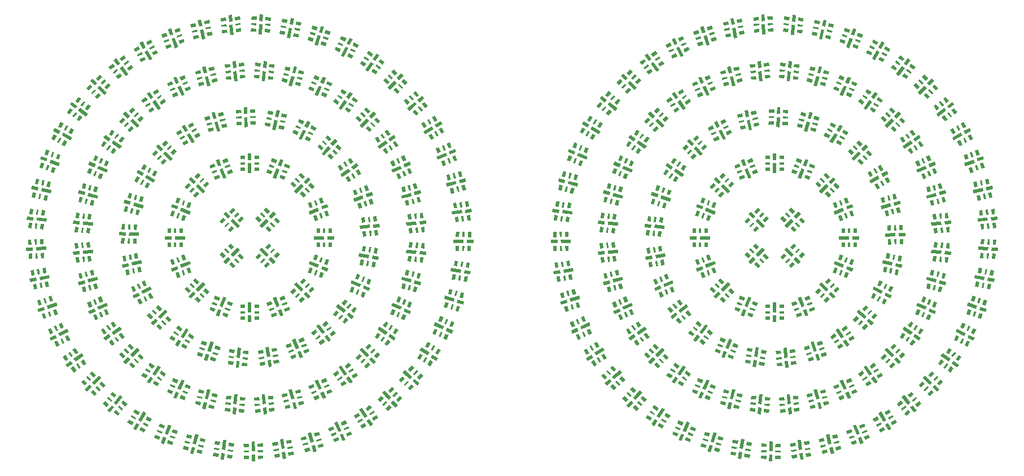
<source format=gtp>
G75*
%MOIN*%
%OFA0B0*%
%FSLAX25Y25*%
%IPPOS*%
%LPD*%
%AMOC8*
5,1,8,0,0,1.08239X$1,22.5*
%
%ADD10R,0.03150X0.01969*%
%ADD11R,0.03150X0.01181*%
%ADD12R,0.01969X0.03937*%
%ADD13R,0.01969X0.05906*%
%ADD14R,0.01969X0.03150*%
%ADD15R,0.01181X0.03150*%
%ADD16R,0.03937X0.01969*%
%ADD17R,0.05906X0.01969*%
D10*
G36*
X0176231Y0141779D02*
X0179357Y0141395D01*
X0179117Y0139443D01*
X0175991Y0139827D01*
X0176231Y0141779D01*
G37*
G36*
X0166729Y0143850D02*
X0169771Y0143034D01*
X0169261Y0141134D01*
X0166219Y0141950D01*
X0166729Y0143850D01*
G37*
G36*
X0168563Y0150696D02*
X0171605Y0149880D01*
X0171095Y0147980D01*
X0168053Y0148796D01*
X0168563Y0150696D01*
G37*
G36*
X0160577Y0152835D02*
X0163619Y0152019D01*
X0163109Y0150119D01*
X0160067Y0150935D01*
X0160577Y0152835D01*
G37*
G36*
X0152390Y0155887D02*
X0155289Y0154656D01*
X0154520Y0152845D01*
X0151621Y0154076D01*
X0152390Y0155887D01*
G37*
G36*
X0144780Y0159117D02*
X0147679Y0157886D01*
X0146910Y0156075D01*
X0144011Y0157306D01*
X0144780Y0159117D01*
G37*
G36*
X0137097Y0163278D02*
X0139796Y0161656D01*
X0138783Y0159970D01*
X0136084Y0161592D01*
X0137097Y0163278D01*
G37*
G36*
X0130010Y0167536D02*
X0132709Y0165914D01*
X0131696Y0164228D01*
X0128997Y0165850D01*
X0130010Y0167536D01*
G37*
G36*
X0122982Y0172726D02*
X0125429Y0170745D01*
X0124190Y0169216D01*
X0121743Y0171197D01*
X0122982Y0172726D01*
G37*
G36*
X0116557Y0177929D02*
X0119004Y0175948D01*
X0117765Y0174419D01*
X0115318Y0176400D01*
X0116557Y0177929D01*
G37*
G36*
X0110318Y0184046D02*
X0112465Y0181744D01*
X0111026Y0180402D01*
X0108879Y0182704D01*
X0110318Y0184046D01*
G37*
G36*
X0104680Y0190093D02*
X0106827Y0187791D01*
X0105388Y0186449D01*
X0103241Y0188751D01*
X0104680Y0190093D01*
G37*
G36*
X0099497Y0185260D02*
X0101644Y0182958D01*
X0100205Y0181616D01*
X0098058Y0183918D01*
X0099497Y0185260D01*
G37*
G36*
X0093549Y0192954D02*
X0095355Y0190375D01*
X0093743Y0189246D01*
X0091937Y0191825D01*
X0093549Y0192954D01*
G37*
G36*
X0099354Y0197019D02*
X0101160Y0194440D01*
X0099548Y0193311D01*
X0097742Y0195890D01*
X0099354Y0197019D01*
G37*
G36*
X0094612Y0203792D02*
X0096418Y0201213D01*
X0094806Y0200084D01*
X0093000Y0202663D01*
X0094612Y0203792D01*
G37*
G36*
X0090300Y0211392D02*
X0091730Y0208586D01*
X0089978Y0207692D01*
X0088548Y0210498D01*
X0090300Y0211392D01*
G37*
G36*
X0086547Y0218759D02*
X0087977Y0215953D01*
X0086225Y0215059D01*
X0084795Y0217865D01*
X0086547Y0218759D01*
G37*
G36*
X0080233Y0215541D02*
X0081663Y0212735D01*
X0079911Y0211841D01*
X0078481Y0214647D01*
X0080233Y0215541D01*
G37*
G36*
X0076636Y0224577D02*
X0077662Y0221600D01*
X0075802Y0220959D01*
X0074776Y0223936D01*
X0076636Y0224577D01*
G37*
G36*
X0083337Y0226884D02*
X0084363Y0223907D01*
X0082503Y0223266D01*
X0081477Y0226243D01*
X0083337Y0226884D01*
G37*
G36*
X0073944Y0232394D02*
X0074970Y0229417D01*
X0073110Y0228776D01*
X0072084Y0231753D01*
X0073944Y0232394D01*
G37*
G36*
X0080645Y0234701D02*
X0081671Y0231724D01*
X0079811Y0231083D01*
X0078785Y0234060D01*
X0080645Y0234701D01*
G37*
G36*
X0078597Y0243195D02*
X0079198Y0240104D01*
X0077267Y0239729D01*
X0076666Y0242820D01*
X0078597Y0243195D01*
G37*
G36*
X0071640Y0241842D02*
X0072241Y0238751D01*
X0070310Y0238376D01*
X0069709Y0241467D01*
X0071640Y0241842D01*
G37*
G36*
X0070063Y0249958D02*
X0070664Y0246867D01*
X0068733Y0246492D01*
X0068132Y0249583D01*
X0070063Y0249958D01*
G37*
G36*
X0077019Y0251310D02*
X0077620Y0248219D01*
X0075689Y0247844D01*
X0075088Y0250935D01*
X0077019Y0251310D01*
G37*
G36*
X0076173Y0260007D02*
X0076338Y0256862D01*
X0074373Y0256759D01*
X0074208Y0259904D01*
X0076173Y0260007D01*
G37*
G36*
X0075740Y0268263D02*
X0075905Y0265118D01*
X0073940Y0265015D01*
X0073775Y0268160D01*
X0075740Y0268263D01*
G37*
G36*
X0076112Y0276993D02*
X0075837Y0273856D01*
X0073878Y0274027D01*
X0074153Y0277164D01*
X0076112Y0276993D01*
G37*
G36*
X0076833Y0285229D02*
X0076558Y0282092D01*
X0074599Y0282263D01*
X0074874Y0285400D01*
X0076833Y0285229D01*
G37*
G36*
X0069773Y0285846D02*
X0069498Y0282709D01*
X0067539Y0282880D01*
X0067814Y0286017D01*
X0069773Y0285846D01*
G37*
G36*
X0071511Y0295415D02*
X0070802Y0292347D01*
X0068885Y0292789D01*
X0069594Y0295857D01*
X0071511Y0295415D01*
G37*
G36*
X0078416Y0293821D02*
X0077707Y0290753D01*
X0075790Y0291195D01*
X0076499Y0294263D01*
X0078416Y0293821D01*
G37*
G36*
X0080276Y0301877D02*
X0079567Y0298809D01*
X0077650Y0299251D01*
X0078359Y0302319D01*
X0080276Y0301877D01*
G37*
G36*
X0083040Y0310165D02*
X0081911Y0307225D01*
X0080074Y0307931D01*
X0081203Y0310871D01*
X0083040Y0310165D01*
G37*
G36*
X0076424Y0312705D02*
X0075295Y0309765D01*
X0073458Y0310471D01*
X0074587Y0313411D01*
X0076424Y0312705D01*
G37*
G36*
X0079387Y0320423D02*
X0078258Y0317483D01*
X0076421Y0318189D01*
X0077550Y0321129D01*
X0079387Y0320423D01*
G37*
G36*
X0086003Y0317884D02*
X0084874Y0314944D01*
X0083037Y0315650D01*
X0084166Y0318590D01*
X0086003Y0317884D01*
G37*
G36*
X0089893Y0325707D02*
X0088366Y0322953D01*
X0086645Y0323907D01*
X0088172Y0326661D01*
X0089893Y0325707D01*
G37*
G36*
X0093902Y0332938D02*
X0092375Y0330184D01*
X0090654Y0331138D01*
X0092181Y0333892D01*
X0093902Y0332938D01*
G37*
G36*
X0098842Y0340143D02*
X0096947Y0337628D01*
X0095376Y0338813D01*
X0097271Y0341328D01*
X0098842Y0340143D01*
G37*
G36*
X0093183Y0344408D02*
X0091288Y0341893D01*
X0089717Y0343078D01*
X0091612Y0345593D01*
X0093183Y0344408D01*
G37*
G36*
X0103818Y0346746D02*
X0101923Y0344231D01*
X0100352Y0345416D01*
X0102247Y0347931D01*
X0103818Y0346746D01*
G37*
G36*
X0098158Y0351011D02*
X0096263Y0348496D01*
X0094692Y0349681D01*
X0096587Y0352196D01*
X0098158Y0351011D01*
G37*
G36*
X0104703Y0358205D02*
X0102477Y0355979D01*
X0101085Y0357371D01*
X0103311Y0359597D01*
X0104703Y0358205D01*
G37*
G36*
X0109714Y0353194D02*
X0107488Y0350968D01*
X0106096Y0352360D01*
X0108322Y0354586D01*
X0109714Y0353194D01*
G37*
G36*
X0115560Y0359040D02*
X0113334Y0356814D01*
X0111942Y0358206D01*
X0114168Y0360432D01*
X0115560Y0359040D01*
G37*
G36*
X0122297Y0364605D02*
X0119782Y0362710D01*
X0118597Y0364281D01*
X0121112Y0366176D01*
X0122297Y0364605D01*
G37*
G36*
X0128900Y0369581D02*
X0126385Y0367686D01*
X0125200Y0369257D01*
X0127715Y0371152D01*
X0128900Y0369581D01*
G37*
G36*
X0136344Y0374154D02*
X0133590Y0372627D01*
X0132636Y0374348D01*
X0135390Y0375875D01*
X0136344Y0374154D01*
G37*
G36*
X0143575Y0378162D02*
X0140821Y0376635D01*
X0139867Y0378356D01*
X0142621Y0379883D01*
X0143575Y0378162D01*
G37*
G36*
X0151585Y0381654D02*
X0148645Y0380525D01*
X0147939Y0382362D01*
X0150879Y0383491D01*
X0151585Y0381654D01*
G37*
G36*
X0159303Y0384617D02*
X0156363Y0383488D01*
X0155657Y0385325D01*
X0158597Y0386454D01*
X0159303Y0384617D01*
G37*
G36*
X0167719Y0386961D02*
X0164651Y0386252D01*
X0164209Y0388169D01*
X0167277Y0388878D01*
X0167719Y0386961D01*
G37*
G36*
X0175775Y0388821D02*
X0172707Y0388112D01*
X0172265Y0390029D01*
X0175333Y0390738D01*
X0175775Y0388821D01*
G37*
G36*
X0184436Y0389971D02*
X0181299Y0389696D01*
X0181128Y0391655D01*
X0184265Y0391930D01*
X0184436Y0389971D01*
G37*
G36*
X0192673Y0390691D02*
X0189536Y0390416D01*
X0189365Y0392375D01*
X0192502Y0392650D01*
X0192673Y0390691D01*
G37*
G36*
X0201410Y0390623D02*
X0198265Y0390788D01*
X0198368Y0392753D01*
X0201513Y0392588D01*
X0201410Y0390623D01*
G37*
G36*
X0209666Y0390190D02*
X0206521Y0390355D01*
X0206624Y0392320D01*
X0209769Y0392155D01*
X0209666Y0390190D01*
G37*
G36*
X0218309Y0388908D02*
X0215218Y0389509D01*
X0215593Y0391440D01*
X0218684Y0390839D01*
X0218309Y0388908D01*
G37*
G36*
X0226425Y0387331D02*
X0223334Y0387932D01*
X0223709Y0389863D01*
X0226800Y0389262D01*
X0226425Y0387331D01*
G37*
G36*
X0234804Y0384857D02*
X0231827Y0385883D01*
X0232468Y0387743D01*
X0235445Y0386717D01*
X0234804Y0384857D01*
G37*
G36*
X0242621Y0382166D02*
X0239644Y0383192D01*
X0240285Y0385052D01*
X0243262Y0384026D01*
X0242621Y0382166D01*
G37*
G36*
X0250576Y0378551D02*
X0247770Y0379981D01*
X0248664Y0381733D01*
X0251470Y0380303D01*
X0250576Y0378551D01*
G37*
G36*
X0257942Y0374798D02*
X0255136Y0376228D01*
X0256030Y0377980D01*
X0258836Y0376550D01*
X0257942Y0374798D01*
G37*
G36*
X0265316Y0370111D02*
X0262737Y0371917D01*
X0263866Y0373529D01*
X0266445Y0371723D01*
X0265316Y0370111D01*
G37*
G36*
X0272088Y0365368D02*
X0269509Y0367174D01*
X0270638Y0368786D01*
X0273217Y0366980D01*
X0272088Y0365368D01*
G37*
G36*
X0278738Y0359701D02*
X0276436Y0361848D01*
X0277778Y0363287D01*
X0280080Y0361140D01*
X0278738Y0359701D01*
G37*
G36*
X0284784Y0354063D02*
X0282482Y0356210D01*
X0283824Y0357649D01*
X0286126Y0355502D01*
X0284784Y0354063D01*
G37*
G36*
X0290581Y0347524D02*
X0288600Y0349971D01*
X0290129Y0351210D01*
X0292110Y0348763D01*
X0290581Y0347524D01*
G37*
G36*
X0295784Y0341099D02*
X0293803Y0343546D01*
X0295332Y0344785D01*
X0297313Y0342338D01*
X0295784Y0341099D01*
G37*
G36*
X0301291Y0345559D02*
X0299310Y0348006D01*
X0300839Y0349245D01*
X0302820Y0346798D01*
X0301291Y0345559D01*
G37*
G36*
X0306689Y0337469D02*
X0305067Y0340168D01*
X0306753Y0341181D01*
X0308375Y0338482D01*
X0306689Y0337469D01*
G37*
G36*
X0300614Y0333819D02*
X0298992Y0336518D01*
X0300678Y0337531D01*
X0302300Y0334832D01*
X0300614Y0333819D01*
G37*
G36*
X0304872Y0326732D02*
X0303250Y0329431D01*
X0304936Y0330444D01*
X0306558Y0327745D01*
X0304872Y0326732D01*
G37*
G36*
X0308642Y0318850D02*
X0307411Y0321749D01*
X0309222Y0322518D01*
X0310453Y0319619D01*
X0308642Y0318850D01*
G37*
G36*
X0311872Y0311239D02*
X0310641Y0314138D01*
X0312452Y0314907D01*
X0313683Y0312008D01*
X0311872Y0311239D01*
G37*
G36*
X0314509Y0302909D02*
X0313693Y0305951D01*
X0315593Y0306461D01*
X0316409Y0303419D01*
X0314509Y0302909D01*
G37*
G36*
X0316649Y0294923D02*
X0315833Y0297965D01*
X0317733Y0298475D01*
X0318549Y0295433D01*
X0316649Y0294923D01*
G37*
G36*
X0318099Y0286307D02*
X0317715Y0289433D01*
X0319667Y0289673D01*
X0320051Y0286547D01*
X0318099Y0286307D01*
G37*
G36*
X0319107Y0278101D02*
X0318723Y0281227D01*
X0320675Y0281467D01*
X0321059Y0278341D01*
X0319107Y0278101D01*
G37*
G36*
X0319344Y0269368D02*
X0319399Y0272516D01*
X0321366Y0272482D01*
X0321311Y0269334D01*
X0319344Y0269368D01*
G37*
G36*
X0326430Y0269244D02*
X0326485Y0272392D01*
X0328452Y0272358D01*
X0328397Y0269210D01*
X0326430Y0269244D01*
G37*
G36*
X0326286Y0260978D02*
X0326341Y0264126D01*
X0328308Y0264092D01*
X0328253Y0260944D01*
X0326286Y0260978D01*
G37*
G36*
X0319200Y0261101D02*
X0319255Y0264249D01*
X0321222Y0264215D01*
X0321167Y0261067D01*
X0319200Y0261101D01*
G37*
G36*
X0318220Y0252419D02*
X0318713Y0255529D01*
X0320656Y0255221D01*
X0320163Y0252111D01*
X0318220Y0252419D01*
G37*
G36*
X0316926Y0244254D02*
X0317419Y0247364D01*
X0319362Y0247056D01*
X0318869Y0243946D01*
X0316926Y0244254D01*
G37*
G36*
X0323926Y0243145D02*
X0324419Y0246255D01*
X0326362Y0245947D01*
X0325869Y0242837D01*
X0323926Y0243145D01*
G37*
G36*
X0314748Y0235792D02*
X0315669Y0238803D01*
X0317550Y0238228D01*
X0316629Y0235217D01*
X0314748Y0235792D01*
G37*
G36*
X0321525Y0233720D02*
X0322446Y0236731D01*
X0324327Y0236156D01*
X0323406Y0233145D01*
X0321525Y0233720D01*
G37*
G36*
X0319107Y0225814D02*
X0320028Y0228825D01*
X0321909Y0228250D01*
X0320988Y0225239D01*
X0319107Y0225814D01*
G37*
G36*
X0312331Y0227886D02*
X0313252Y0230897D01*
X0315133Y0230322D01*
X0314212Y0227311D01*
X0312331Y0227886D01*
G37*
G36*
X0308995Y0219811D02*
X0310326Y0222665D01*
X0312109Y0221833D01*
X0310778Y0218979D01*
X0308995Y0219811D01*
G37*
G36*
X0315418Y0216816D02*
X0316749Y0219670D01*
X0318532Y0218838D01*
X0317201Y0215984D01*
X0315418Y0216816D01*
G37*
G36*
X0305501Y0212317D02*
X0306832Y0215171D01*
X0308615Y0214339D01*
X0307284Y0211485D01*
X0305501Y0212317D01*
G37*
G36*
X0301074Y0204785D02*
X0302789Y0207425D01*
X0304440Y0206353D01*
X0302725Y0203713D01*
X0301074Y0204785D01*
G37*
G36*
X0296571Y0197851D02*
X0298286Y0200491D01*
X0299937Y0199419D01*
X0298222Y0196779D01*
X0296571Y0197851D01*
G37*
G36*
X0291140Y0191007D02*
X0293205Y0193384D01*
X0294690Y0192093D01*
X0292625Y0189716D01*
X0291140Y0191007D01*
G37*
G36*
X0296488Y0186358D02*
X0298553Y0188735D01*
X0300038Y0187444D01*
X0297973Y0185067D01*
X0296488Y0186358D01*
G37*
G36*
X0291064Y0180118D02*
X0293129Y0182495D01*
X0294614Y0181204D01*
X0292549Y0178827D01*
X0291064Y0180118D01*
G37*
G36*
X0285716Y0184767D02*
X0287781Y0187144D01*
X0289266Y0185853D01*
X0287201Y0183476D01*
X0285716Y0184767D01*
G37*
G36*
X0279384Y0178747D02*
X0281761Y0180812D01*
X0283052Y0179327D01*
X0280675Y0177262D01*
X0279384Y0178747D01*
G37*
G36*
X0273144Y0173323D02*
X0275521Y0175388D01*
X0276812Y0173903D01*
X0274435Y0171838D01*
X0273144Y0173323D01*
G37*
G36*
X0266037Y0168242D02*
X0268677Y0169957D01*
X0269749Y0168306D01*
X0267109Y0166591D01*
X0266037Y0168242D01*
G37*
G36*
X0259103Y0163739D02*
X0261743Y0165454D01*
X0262815Y0163803D01*
X0260175Y0162088D01*
X0259103Y0163739D01*
G37*
G36*
X0251357Y0159696D02*
X0254211Y0161027D01*
X0255043Y0159244D01*
X0252189Y0157913D01*
X0251357Y0159696D01*
G37*
G36*
X0243864Y0156202D02*
X0246718Y0157533D01*
X0247550Y0155750D01*
X0244696Y0154419D01*
X0243864Y0156202D01*
G37*
G36*
X0235631Y0153277D02*
X0238642Y0154198D01*
X0239217Y0152317D01*
X0236206Y0151396D01*
X0235631Y0153277D01*
G37*
G36*
X0227725Y0150859D02*
X0230736Y0151780D01*
X0231311Y0149899D01*
X0228300Y0148978D01*
X0227725Y0150859D01*
G37*
G36*
X0219165Y0149109D02*
X0222275Y0149602D01*
X0222583Y0147659D01*
X0219473Y0147166D01*
X0219165Y0149109D01*
G37*
G36*
X0210999Y0147815D02*
X0214109Y0148308D01*
X0214417Y0146365D01*
X0211307Y0145872D01*
X0210999Y0147815D01*
G37*
G36*
X0202279Y0147273D02*
X0205427Y0147328D01*
X0205461Y0145361D01*
X0202313Y0145306D01*
X0202279Y0147273D01*
G37*
G36*
X0194012Y0147129D02*
X0197160Y0147184D01*
X0197194Y0145217D01*
X0194046Y0145162D01*
X0194012Y0147129D01*
G37*
G36*
X0185301Y0147805D02*
X0188427Y0147421D01*
X0188187Y0145469D01*
X0185061Y0145853D01*
X0185301Y0147805D01*
G37*
G36*
X0177095Y0148813D02*
X0180221Y0148429D01*
X0179981Y0146477D01*
X0176855Y0146861D01*
X0177095Y0148813D01*
G37*
G36*
X0184437Y0140771D02*
X0187563Y0140387D01*
X0187323Y0138435D01*
X0184197Y0138819D01*
X0184437Y0140771D01*
G37*
G36*
X0194136Y0140043D02*
X0197284Y0140098D01*
X0197318Y0138131D01*
X0194170Y0138076D01*
X0194136Y0140043D01*
G37*
G36*
X0202403Y0140188D02*
X0205551Y0140243D01*
X0205585Y0138276D01*
X0202437Y0138221D01*
X0202403Y0140188D01*
G37*
G36*
X0212107Y0140816D02*
X0215217Y0141309D01*
X0215525Y0139366D01*
X0212415Y0138873D01*
X0212107Y0140816D01*
G37*
G36*
X0220273Y0142109D02*
X0223383Y0142602D01*
X0223691Y0140659D01*
X0220581Y0140166D01*
X0220273Y0142109D01*
G37*
G36*
X0229797Y0144082D02*
X0232808Y0145003D01*
X0233383Y0143122D01*
X0230372Y0142201D01*
X0229797Y0144082D01*
G37*
G36*
X0237703Y0146500D02*
X0240714Y0147421D01*
X0241289Y0145540D01*
X0238278Y0144619D01*
X0237703Y0146500D01*
G37*
G36*
X0246859Y0149779D02*
X0249713Y0151110D01*
X0250545Y0149327D01*
X0247691Y0147996D01*
X0246859Y0149779D01*
G37*
G36*
X0254352Y0153273D02*
X0257206Y0154604D01*
X0258038Y0152821D01*
X0255184Y0151490D01*
X0254352Y0153273D01*
G37*
G36*
X0262963Y0157796D02*
X0265603Y0159511D01*
X0266675Y0157860D01*
X0264035Y0156145D01*
X0262963Y0157796D01*
G37*
G36*
X0269897Y0162299D02*
X0272537Y0164014D01*
X0273609Y0162363D01*
X0270969Y0160648D01*
X0269897Y0162299D01*
G37*
G36*
X0277793Y0167975D02*
X0280170Y0170040D01*
X0281461Y0168555D01*
X0279084Y0166490D01*
X0277793Y0167975D01*
G37*
G36*
X0284033Y0173399D02*
X0286410Y0175464D01*
X0287701Y0173979D01*
X0285324Y0171914D01*
X0284033Y0173399D01*
G37*
G36*
X0257800Y0187413D02*
X0260379Y0189219D01*
X0261508Y0187607D01*
X0258929Y0185801D01*
X0257800Y0187413D01*
G37*
G36*
X0253736Y0193218D02*
X0256315Y0195024D01*
X0257444Y0193412D01*
X0254865Y0191606D01*
X0253736Y0193218D01*
G37*
G36*
X0246963Y0188476D02*
X0249542Y0190282D01*
X0250671Y0188670D01*
X0248092Y0186864D01*
X0246963Y0188476D01*
G37*
G36*
X0239735Y0184620D02*
X0242589Y0185951D01*
X0243421Y0184168D01*
X0240567Y0182837D01*
X0239735Y0184620D01*
G37*
G36*
X0232242Y0181125D02*
X0235096Y0182456D01*
X0235928Y0180673D01*
X0233074Y0179342D01*
X0232242Y0181125D01*
G37*
G36*
X0224453Y0178582D02*
X0227495Y0179398D01*
X0228005Y0177498D01*
X0224963Y0176682D01*
X0224453Y0178582D01*
G37*
G36*
X0216467Y0176443D02*
X0219509Y0177259D01*
X0220019Y0175359D01*
X0216977Y0174543D01*
X0216467Y0176443D01*
G37*
G36*
X0208357Y0175291D02*
X0211494Y0175566D01*
X0211665Y0173607D01*
X0208528Y0173332D01*
X0208357Y0175291D01*
G37*
G36*
X0200121Y0174570D02*
X0203258Y0174845D01*
X0203429Y0172886D01*
X0200292Y0172611D01*
X0200121Y0174570D01*
G37*
G36*
X0191932Y0174845D02*
X0195069Y0174570D01*
X0194898Y0172611D01*
X0191761Y0172886D01*
X0191932Y0174845D01*
G37*
G36*
X0183696Y0175566D02*
X0186833Y0175291D01*
X0186662Y0173332D01*
X0183525Y0173607D01*
X0183696Y0175566D01*
G37*
G36*
X0175681Y0177259D02*
X0178723Y0176443D01*
X0178213Y0174543D01*
X0175171Y0175359D01*
X0175681Y0177259D01*
G37*
G36*
X0167695Y0179398D02*
X0170737Y0178582D01*
X0170227Y0176682D01*
X0167185Y0177498D01*
X0167695Y0179398D01*
G37*
G36*
X0160095Y0182456D02*
X0162949Y0181125D01*
X0162117Y0179342D01*
X0159263Y0180673D01*
X0160095Y0182456D01*
G37*
G36*
X0152602Y0185951D02*
X0155456Y0184620D01*
X0154624Y0182837D01*
X0151770Y0184168D01*
X0152602Y0185951D01*
G37*
G36*
X0145648Y0190282D02*
X0148227Y0188476D01*
X0147098Y0186864D01*
X0144519Y0188670D01*
X0145648Y0190282D01*
G37*
G36*
X0138876Y0195024D02*
X0141455Y0193218D01*
X0140326Y0191606D01*
X0137747Y0193412D01*
X0138876Y0195024D01*
G37*
G36*
X0132780Y0200498D02*
X0135006Y0198272D01*
X0133614Y0196880D01*
X0131388Y0199106D01*
X0132780Y0200498D01*
G37*
G36*
X0126934Y0206344D02*
X0129160Y0204118D01*
X0127768Y0202726D01*
X0125542Y0204952D01*
X0126934Y0206344D01*
G37*
G36*
X0121923Y0201333D02*
X0124149Y0199107D01*
X0122757Y0197715D01*
X0120531Y0199941D01*
X0121923Y0201333D01*
G37*
G36*
X0116075Y0208728D02*
X0117881Y0206149D01*
X0116269Y0205020D01*
X0114463Y0207599D01*
X0116075Y0208728D01*
G37*
G36*
X0121880Y0212792D02*
X0123686Y0210213D01*
X0122074Y0209084D01*
X0120268Y0211663D01*
X0121880Y0212792D01*
G37*
G36*
X0117138Y0219565D02*
X0118944Y0216986D01*
X0117332Y0215857D01*
X0115526Y0218436D01*
X0117138Y0219565D01*
G37*
G36*
X0113282Y0226793D02*
X0114613Y0223939D01*
X0112830Y0223107D01*
X0111499Y0225961D01*
X0113282Y0226793D01*
G37*
G36*
X0106859Y0223798D02*
X0108190Y0220944D01*
X0106407Y0220112D01*
X0105076Y0222966D01*
X0106859Y0223798D01*
G37*
G36*
X0103365Y0231292D02*
X0104696Y0228438D01*
X0102913Y0227606D01*
X0101582Y0230460D01*
X0103365Y0231292D01*
G37*
G36*
X0109788Y0234287D02*
X0111119Y0231433D01*
X0109336Y0230601D01*
X0108005Y0233455D01*
X0109788Y0234287D01*
G37*
G36*
X0100399Y0240241D02*
X0101215Y0237199D01*
X0099315Y0236689D01*
X0098499Y0239731D01*
X0100399Y0240241D01*
G37*
G36*
X0107244Y0242075D02*
X0108060Y0239033D01*
X0106160Y0238523D01*
X0105344Y0241565D01*
X0107244Y0242075D01*
G37*
G36*
X0105105Y0250061D02*
X0105921Y0247019D01*
X0104021Y0246509D01*
X0103205Y0249551D01*
X0105105Y0250061D01*
G37*
G36*
X0098259Y0248227D02*
X0099075Y0245185D01*
X0097175Y0244675D01*
X0096359Y0247717D01*
X0098259Y0248227D01*
G37*
G36*
X0096893Y0257553D02*
X0097168Y0254416D01*
X0095209Y0254245D01*
X0094934Y0257382D01*
X0096893Y0257553D01*
G37*
G36*
X0103953Y0258171D02*
X0104228Y0255034D01*
X0102269Y0254863D01*
X0101994Y0258000D01*
X0103953Y0258171D01*
G37*
G36*
X0103232Y0266407D02*
X0103507Y0263270D01*
X0101548Y0263099D01*
X0101273Y0266236D01*
X0103232Y0266407D01*
G37*
G36*
X0096173Y0265790D02*
X0096448Y0262653D01*
X0094489Y0262482D01*
X0094214Y0265619D01*
X0096173Y0265790D01*
G37*
G36*
X0096448Y0275213D02*
X0096173Y0272076D01*
X0094214Y0272247D01*
X0094489Y0275384D01*
X0096448Y0275213D01*
G37*
G36*
X0103507Y0274596D02*
X0103232Y0271459D01*
X0101273Y0271630D01*
X0101548Y0274767D01*
X0103507Y0274596D01*
G37*
G36*
X0104228Y0282832D02*
X0103953Y0279695D01*
X0101994Y0279866D01*
X0102269Y0283003D01*
X0104228Y0282832D01*
G37*
G36*
X0097168Y0283450D02*
X0096893Y0280313D01*
X0094934Y0280484D01*
X0095209Y0283621D01*
X0097168Y0283450D01*
G37*
G36*
X0099075Y0292682D02*
X0098259Y0289640D01*
X0096359Y0290150D01*
X0097175Y0293192D01*
X0099075Y0292682D01*
G37*
G36*
X0105921Y0290847D02*
X0105105Y0287805D01*
X0103205Y0288315D01*
X0104021Y0291357D01*
X0105921Y0290847D01*
G37*
G36*
X0108060Y0298833D02*
X0107244Y0295791D01*
X0105344Y0296301D01*
X0106160Y0299343D01*
X0108060Y0298833D01*
G37*
G36*
X0101215Y0300668D02*
X0100399Y0297626D01*
X0098499Y0298136D01*
X0099315Y0301178D01*
X0101215Y0300668D01*
G37*
G36*
X0111119Y0306434D02*
X0109788Y0303580D01*
X0108005Y0304412D01*
X0109336Y0307266D01*
X0111119Y0306434D01*
G37*
G36*
X0104696Y0309429D02*
X0103365Y0306575D01*
X0101582Y0307407D01*
X0102913Y0310261D01*
X0104696Y0309429D01*
G37*
G36*
X0108190Y0316922D02*
X0106859Y0314068D01*
X0105076Y0314900D01*
X0106407Y0317754D01*
X0108190Y0316922D01*
G37*
G36*
X0114613Y0313927D02*
X0113282Y0311073D01*
X0111499Y0311905D01*
X0112830Y0314759D01*
X0114613Y0313927D01*
G37*
G36*
X0118944Y0320880D02*
X0117138Y0318301D01*
X0115526Y0319430D01*
X0117332Y0322009D01*
X0118944Y0320880D01*
G37*
G36*
X0123686Y0327653D02*
X0121880Y0325074D01*
X0120268Y0326203D01*
X0122074Y0328782D01*
X0123686Y0327653D01*
G37*
G36*
X0117881Y0331717D02*
X0116075Y0329138D01*
X0114463Y0330267D01*
X0116269Y0332846D01*
X0117881Y0331717D01*
G37*
G36*
X0124149Y0338759D02*
X0121923Y0336533D01*
X0120531Y0337925D01*
X0122757Y0340151D01*
X0124149Y0338759D01*
G37*
G36*
X0129160Y0333748D02*
X0126934Y0331522D01*
X0125542Y0332914D01*
X0127768Y0335140D01*
X0129160Y0333748D01*
G37*
G36*
X0135006Y0339594D02*
X0132780Y0337368D01*
X0131388Y0338760D01*
X0133614Y0340986D01*
X0135006Y0339594D01*
G37*
G36*
X0141455Y0344648D02*
X0138876Y0342842D01*
X0137747Y0344454D01*
X0140326Y0346260D01*
X0141455Y0344648D01*
G37*
G36*
X0148227Y0349390D02*
X0145648Y0347584D01*
X0144519Y0349196D01*
X0147098Y0351002D01*
X0148227Y0349390D01*
G37*
G36*
X0155456Y0353247D02*
X0152602Y0351916D01*
X0151770Y0353699D01*
X0154624Y0355030D01*
X0155456Y0353247D01*
G37*
G36*
X0162949Y0356741D02*
X0160095Y0355410D01*
X0159263Y0357193D01*
X0162117Y0358524D01*
X0162949Y0356741D01*
G37*
G36*
X0170737Y0359284D02*
X0167695Y0358468D01*
X0167185Y0360368D01*
X0170227Y0361184D01*
X0170737Y0359284D01*
G37*
G36*
X0178723Y0361424D02*
X0175681Y0360608D01*
X0175171Y0362508D01*
X0178213Y0363324D01*
X0178723Y0361424D01*
G37*
G36*
X0186833Y0362575D02*
X0183696Y0362300D01*
X0183525Y0364259D01*
X0186662Y0364534D01*
X0186833Y0362575D01*
G37*
G36*
X0195069Y0363296D02*
X0191932Y0363021D01*
X0191761Y0364980D01*
X0194898Y0365255D01*
X0195069Y0363296D01*
G37*
G36*
X0203258Y0363021D02*
X0200121Y0363296D01*
X0200292Y0365255D01*
X0203429Y0364980D01*
X0203258Y0363021D01*
G37*
G36*
X0211494Y0362300D02*
X0208357Y0362575D01*
X0208528Y0364534D01*
X0211665Y0364259D01*
X0211494Y0362300D01*
G37*
G36*
X0219509Y0360608D02*
X0216467Y0361424D01*
X0216977Y0363324D01*
X0220019Y0362508D01*
X0219509Y0360608D01*
G37*
G36*
X0227495Y0358468D02*
X0224453Y0359284D01*
X0224963Y0361184D01*
X0228005Y0360368D01*
X0227495Y0358468D01*
G37*
G36*
X0235096Y0355410D02*
X0232242Y0356741D01*
X0233074Y0358524D01*
X0235928Y0357193D01*
X0235096Y0355410D01*
G37*
G36*
X0242589Y0351916D02*
X0239735Y0353247D01*
X0240567Y0355030D01*
X0243421Y0353699D01*
X0242589Y0351916D01*
G37*
G36*
X0249542Y0347584D02*
X0246963Y0349390D01*
X0248092Y0351002D01*
X0250671Y0349196D01*
X0249542Y0347584D01*
G37*
G36*
X0256315Y0342842D02*
X0253736Y0344648D01*
X0254865Y0346260D01*
X0257444Y0344454D01*
X0256315Y0342842D01*
G37*
G36*
X0262410Y0337368D02*
X0260184Y0339594D01*
X0261576Y0340986D01*
X0263802Y0338760D01*
X0262410Y0337368D01*
G37*
G36*
X0268257Y0331522D02*
X0266031Y0333748D01*
X0267423Y0335140D01*
X0269649Y0332914D01*
X0268257Y0331522D01*
G37*
G36*
X0273310Y0325074D02*
X0271504Y0327653D01*
X0273116Y0328782D01*
X0274922Y0326203D01*
X0273310Y0325074D01*
G37*
G36*
X0279115Y0329138D02*
X0277309Y0331717D01*
X0278921Y0332846D01*
X0280727Y0330267D01*
X0279115Y0329138D01*
G37*
G36*
X0283857Y0322366D02*
X0282051Y0324945D01*
X0283663Y0326074D01*
X0285469Y0323495D01*
X0283857Y0322366D01*
G37*
G36*
X0278052Y0318301D02*
X0276246Y0320880D01*
X0277858Y0322009D01*
X0279664Y0319430D01*
X0278052Y0318301D01*
G37*
G36*
X0281909Y0311073D02*
X0280578Y0313927D01*
X0282361Y0314759D01*
X0283692Y0311905D01*
X0281909Y0311073D01*
G37*
G36*
X0285403Y0303580D02*
X0284072Y0306434D01*
X0285855Y0307266D01*
X0287186Y0304412D01*
X0285403Y0303580D01*
G37*
G36*
X0287946Y0295791D02*
X0287130Y0298833D01*
X0289030Y0299343D01*
X0289846Y0296301D01*
X0287946Y0295791D01*
G37*
G36*
X0290086Y0287805D02*
X0289270Y0290847D01*
X0291170Y0291357D01*
X0291986Y0288315D01*
X0290086Y0287805D01*
G37*
G36*
X0296931Y0289640D02*
X0296115Y0292682D01*
X0298015Y0293192D01*
X0298831Y0290150D01*
X0296931Y0289640D01*
G37*
G36*
X0298297Y0280313D02*
X0298022Y0283450D01*
X0299981Y0283621D01*
X0300256Y0280484D01*
X0298297Y0280313D01*
G37*
G36*
X0291237Y0279695D02*
X0290962Y0282832D01*
X0292921Y0283003D01*
X0293196Y0279866D01*
X0291237Y0279695D01*
G37*
G36*
X0291958Y0271459D02*
X0291683Y0274596D01*
X0293642Y0274767D01*
X0293917Y0271630D01*
X0291958Y0271459D01*
G37*
G36*
X0291683Y0263270D02*
X0291958Y0266407D01*
X0293917Y0266236D01*
X0293642Y0263099D01*
X0291683Y0263270D01*
G37*
G36*
X0290962Y0255034D02*
X0291237Y0258171D01*
X0293196Y0258000D01*
X0292921Y0254863D01*
X0290962Y0255034D01*
G37*
G36*
X0289270Y0247019D02*
X0290086Y0250061D01*
X0291986Y0249551D01*
X0291170Y0246509D01*
X0289270Y0247019D01*
G37*
G36*
X0287130Y0239033D02*
X0287946Y0242075D01*
X0289846Y0241565D01*
X0289030Y0238523D01*
X0287130Y0239033D01*
G37*
G36*
X0284072Y0231433D02*
X0285403Y0234287D01*
X0287186Y0233455D01*
X0285855Y0230601D01*
X0284072Y0231433D01*
G37*
G36*
X0290494Y0228438D02*
X0291825Y0231292D01*
X0293608Y0230460D01*
X0292277Y0227606D01*
X0290494Y0228438D01*
G37*
G36*
X0280578Y0223939D02*
X0281909Y0226793D01*
X0283692Y0225961D01*
X0282361Y0223107D01*
X0280578Y0223939D01*
G37*
G36*
X0287000Y0220944D02*
X0288331Y0223798D01*
X0290114Y0222966D01*
X0288783Y0220112D01*
X0287000Y0220944D01*
G37*
G36*
X0282051Y0212921D02*
X0283857Y0215500D01*
X0285469Y0214371D01*
X0283663Y0211792D01*
X0282051Y0212921D01*
G37*
G36*
X0276246Y0216986D02*
X0278052Y0219565D01*
X0279664Y0218436D01*
X0277858Y0215857D01*
X0276246Y0216986D01*
G37*
G36*
X0271504Y0210213D02*
X0273310Y0212792D01*
X0274922Y0211663D01*
X0273116Y0209084D01*
X0271504Y0210213D01*
G37*
G36*
X0266031Y0204118D02*
X0268257Y0206344D01*
X0269649Y0204952D01*
X0267423Y0202726D01*
X0266031Y0204118D01*
G37*
G36*
X0260184Y0198272D02*
X0262410Y0200498D01*
X0263802Y0199106D01*
X0261576Y0196880D01*
X0260184Y0198272D01*
G37*
G36*
X0265195Y0193261D02*
X0267421Y0195487D01*
X0268813Y0194095D01*
X0266587Y0191869D01*
X0265195Y0193261D01*
G37*
G36*
X0271042Y0199107D02*
X0273268Y0201333D01*
X0274660Y0199941D01*
X0272434Y0197715D01*
X0271042Y0199107D01*
G37*
G36*
X0277309Y0206149D02*
X0279115Y0208728D01*
X0280727Y0207599D01*
X0278921Y0205020D01*
X0277309Y0206149D01*
G37*
G36*
X0252418Y0219184D02*
X0254347Y0221672D01*
X0255902Y0220466D01*
X0253973Y0217978D01*
X0252418Y0219184D01*
G37*
G36*
X0246818Y0223528D02*
X0248747Y0226016D01*
X0250302Y0224810D01*
X0248373Y0222322D01*
X0246818Y0223528D01*
G37*
G36*
X0251886Y0230061D02*
X0253815Y0232549D01*
X0255370Y0231343D01*
X0253441Y0228855D01*
X0251886Y0230061D01*
G37*
G36*
X0257485Y0225717D02*
X0259414Y0228205D01*
X0260969Y0226999D01*
X0259040Y0224511D01*
X0257485Y0225717D01*
G37*
G36*
X0240512Y0217781D02*
X0243000Y0219710D01*
X0244206Y0218155D01*
X0241718Y0216226D01*
X0240512Y0217781D01*
G37*
G36*
X0233980Y0212714D02*
X0236468Y0214643D01*
X0237674Y0213088D01*
X0235186Y0211159D01*
X0233980Y0212714D01*
G37*
G36*
X0226443Y0208714D02*
X0229333Y0209965D01*
X0230115Y0208160D01*
X0227225Y0206909D01*
X0226443Y0208714D01*
G37*
G36*
X0218855Y0205430D02*
X0221745Y0206681D01*
X0222527Y0204876D01*
X0219637Y0203625D01*
X0218855Y0205430D01*
G37*
G36*
X0210561Y0203432D02*
X0213671Y0203925D01*
X0213979Y0201982D01*
X0210869Y0201489D01*
X0210561Y0203432D01*
G37*
G36*
X0202395Y0202138D02*
X0205505Y0202631D01*
X0205813Y0200688D01*
X0202703Y0200195D01*
X0202395Y0202138D01*
G37*
G36*
X0193864Y0202265D02*
X0196999Y0201969D01*
X0196814Y0200011D01*
X0193679Y0200307D01*
X0193864Y0202265D01*
G37*
G36*
X0185633Y0203043D02*
X0188768Y0202747D01*
X0188583Y0200789D01*
X0185448Y0201085D01*
X0185633Y0203043D01*
G37*
G36*
X0177402Y0205288D02*
X0180365Y0204221D01*
X0179698Y0202370D01*
X0176735Y0203437D01*
X0177402Y0205288D01*
G37*
G36*
X0169623Y0208088D02*
X0172586Y0207021D01*
X0171919Y0205170D01*
X0168956Y0206237D01*
X0169623Y0208088D01*
G37*
G36*
X0162208Y0212310D02*
X0164812Y0210540D01*
X0163706Y0208912D01*
X0161102Y0210682D01*
X0162208Y0212310D01*
G37*
G36*
X0155370Y0216957D02*
X0157974Y0215187D01*
X0156868Y0213559D01*
X0154264Y0215329D01*
X0155370Y0216957D01*
G37*
G36*
X0149238Y0222889D02*
X0151320Y0220527D01*
X0149844Y0219225D01*
X0147762Y0221587D01*
X0149238Y0222889D01*
G37*
G36*
X0143923Y0218203D02*
X0146005Y0215841D01*
X0144529Y0214539D01*
X0142447Y0216901D01*
X0143923Y0218203D01*
G37*
G36*
X0138455Y0224404D02*
X0140537Y0222042D01*
X0139061Y0220740D01*
X0136979Y0223102D01*
X0138455Y0224404D01*
G37*
G36*
X0143771Y0229091D02*
X0145853Y0226729D01*
X0144377Y0225427D01*
X0142295Y0227789D01*
X0143771Y0229091D01*
G37*
G36*
X0139306Y0236362D02*
X0140736Y0233556D01*
X0138984Y0232662D01*
X0137554Y0235468D01*
X0139306Y0236362D01*
G37*
G36*
X0135552Y0243728D02*
X0136982Y0240922D01*
X0135230Y0240028D01*
X0133800Y0242834D01*
X0135552Y0243728D01*
G37*
G36*
X0133037Y0251880D02*
X0133724Y0248807D01*
X0131805Y0248378D01*
X0131118Y0251451D01*
X0133037Y0251880D01*
G37*
G36*
X0131233Y0259949D02*
X0131920Y0256876D01*
X0130001Y0256447D01*
X0129314Y0259520D01*
X0131233Y0259949D01*
G37*
G36*
X0130824Y0268471D02*
X0130726Y0265323D01*
X0128760Y0265385D01*
X0128858Y0268533D01*
X0130824Y0268471D01*
G37*
G36*
X0131084Y0276735D02*
X0130986Y0273587D01*
X0129020Y0273649D01*
X0129118Y0276797D01*
X0131084Y0276735D01*
G37*
G36*
X0124001Y0276957D02*
X0123903Y0273809D01*
X0121937Y0273871D01*
X0122035Y0277019D01*
X0124001Y0276957D01*
G37*
G36*
X0126002Y0287067D02*
X0125123Y0284044D01*
X0123234Y0284593D01*
X0124113Y0287616D01*
X0126002Y0287067D01*
G37*
G36*
X0132808Y0285090D02*
X0131929Y0282067D01*
X0130040Y0282616D01*
X0130919Y0285639D01*
X0132808Y0285090D01*
G37*
G36*
X0135114Y0293029D02*
X0134235Y0290006D01*
X0132346Y0290555D01*
X0133225Y0293578D01*
X0135114Y0293029D01*
G37*
G36*
X0138861Y0300694D02*
X0137258Y0297984D01*
X0135565Y0298986D01*
X0137168Y0301696D01*
X0138861Y0300694D01*
G37*
G36*
X0143069Y0307811D02*
X0141466Y0305101D01*
X0139773Y0306103D01*
X0141376Y0308813D01*
X0143069Y0307811D01*
G37*
G36*
X0136970Y0311418D02*
X0135367Y0308708D01*
X0133674Y0309710D01*
X0135277Y0312420D01*
X0136970Y0311418D01*
G37*
G36*
X0143594Y0319314D02*
X0141368Y0317088D01*
X0139976Y0318480D01*
X0142202Y0320706D01*
X0143594Y0319314D01*
G37*
G36*
X0148605Y0314303D02*
X0146379Y0312077D01*
X0144987Y0313469D01*
X0147213Y0315695D01*
X0148605Y0314303D01*
G37*
G36*
X0154451Y0320149D02*
X0152225Y0317923D01*
X0150833Y0319315D01*
X0153059Y0321541D01*
X0154451Y0320149D01*
G37*
G36*
X0161427Y0325062D02*
X0158717Y0323459D01*
X0157715Y0325152D01*
X0160425Y0326755D01*
X0161427Y0325062D01*
G37*
G36*
X0168544Y0329270D02*
X0165834Y0327667D01*
X0164832Y0329360D01*
X0167542Y0330963D01*
X0168544Y0329270D01*
G37*
G36*
X0176522Y0332293D02*
X0173499Y0331414D01*
X0172950Y0333303D01*
X0175973Y0334182D01*
X0176522Y0332293D01*
G37*
G36*
X0184461Y0334600D02*
X0181438Y0333721D01*
X0180889Y0335610D01*
X0183912Y0336489D01*
X0184461Y0334600D01*
G37*
G36*
X0192942Y0335543D02*
X0189794Y0335445D01*
X0189732Y0337411D01*
X0192880Y0337509D01*
X0192942Y0335543D01*
G37*
G36*
X0201205Y0335802D02*
X0198057Y0335704D01*
X0197995Y0337670D01*
X0201143Y0337768D01*
X0201205Y0335802D01*
G37*
G36*
X0209653Y0334608D02*
X0206580Y0335295D01*
X0207009Y0337214D01*
X0210082Y0336527D01*
X0209653Y0334608D01*
G37*
G36*
X0217721Y0332804D02*
X0214648Y0333491D01*
X0215077Y0335410D01*
X0218150Y0334723D01*
X0217721Y0332804D01*
G37*
G36*
X0225606Y0329546D02*
X0222800Y0330976D01*
X0223694Y0332728D01*
X0226500Y0331298D01*
X0225606Y0329546D01*
G37*
G36*
X0232973Y0325792D02*
X0230167Y0327222D01*
X0231061Y0328974D01*
X0233867Y0327544D01*
X0232973Y0325792D01*
G37*
G36*
X0239800Y0320675D02*
X0237438Y0322757D01*
X0238740Y0324233D01*
X0241102Y0322151D01*
X0239800Y0320675D01*
G37*
G36*
X0246001Y0315208D02*
X0243639Y0317290D01*
X0244941Y0318766D01*
X0247303Y0316684D01*
X0246001Y0315208D01*
G37*
G36*
X0251341Y0308554D02*
X0249571Y0311158D01*
X0251199Y0312264D01*
X0252969Y0309660D01*
X0251341Y0308554D01*
G37*
G36*
X0257203Y0312537D02*
X0255433Y0315141D01*
X0257061Y0316247D01*
X0258831Y0313643D01*
X0257203Y0312537D01*
G37*
G36*
X0261850Y0305699D02*
X0260080Y0308303D01*
X0261708Y0309409D01*
X0263478Y0306805D01*
X0261850Y0305699D01*
G37*
G36*
X0255989Y0301716D02*
X0254219Y0304320D01*
X0255847Y0305426D01*
X0257617Y0302822D01*
X0255989Y0301716D01*
G37*
G36*
X0259507Y0293942D02*
X0258440Y0296905D01*
X0260291Y0297572D01*
X0261358Y0294609D01*
X0259507Y0293942D01*
G37*
G36*
X0262307Y0286163D02*
X0261240Y0289126D01*
X0263091Y0289793D01*
X0264158Y0286830D01*
X0262307Y0286163D01*
G37*
G36*
X0268975Y0288564D02*
X0267908Y0291527D01*
X0269759Y0292194D01*
X0270826Y0289231D01*
X0268975Y0288564D01*
G37*
G36*
X0270836Y0278427D02*
X0270540Y0281562D01*
X0272498Y0281747D01*
X0272794Y0278612D01*
X0270836Y0278427D01*
G37*
G36*
X0263781Y0277760D02*
X0263485Y0280895D01*
X0265443Y0281080D01*
X0265739Y0277945D01*
X0263781Y0277760D01*
G37*
G36*
X0271615Y0270196D02*
X0271319Y0273331D01*
X0273277Y0273516D01*
X0273573Y0270381D01*
X0271615Y0270196D01*
G37*
G36*
X0264559Y0269529D02*
X0264263Y0272664D01*
X0266221Y0272849D01*
X0266517Y0269714D01*
X0264559Y0269529D01*
G37*
G36*
X0263897Y0261023D02*
X0264390Y0264133D01*
X0266333Y0263825D01*
X0265840Y0260715D01*
X0263897Y0261023D01*
G37*
G36*
X0270896Y0259915D02*
X0271389Y0263025D01*
X0273332Y0262717D01*
X0272839Y0259607D01*
X0270896Y0259915D01*
G37*
G36*
X0269603Y0251749D02*
X0270096Y0254859D01*
X0272039Y0254551D01*
X0271546Y0251441D01*
X0269603Y0251749D01*
G37*
G36*
X0262604Y0252857D02*
X0263097Y0255967D01*
X0265040Y0255659D01*
X0264547Y0252549D01*
X0262604Y0252857D01*
G37*
G36*
X0259847Y0244783D02*
X0261098Y0247673D01*
X0262903Y0246891D01*
X0261652Y0244001D01*
X0259847Y0244783D01*
G37*
G36*
X0266351Y0241969D02*
X0267602Y0244859D01*
X0269407Y0244077D01*
X0268156Y0241187D01*
X0266351Y0241969D01*
G37*
G36*
X0263067Y0234381D02*
X0264318Y0237271D01*
X0266123Y0236489D01*
X0264872Y0233599D01*
X0263067Y0234381D01*
G37*
G36*
X0256564Y0237196D02*
X0257815Y0240086D01*
X0259620Y0239304D01*
X0258369Y0236414D01*
X0256564Y0237196D01*
G37*
G36*
X0238426Y0245842D02*
X0239631Y0248751D01*
X0241448Y0247998D01*
X0240243Y0245089D01*
X0238426Y0245842D01*
G37*
G36*
X0231879Y0248554D02*
X0233084Y0251463D01*
X0234901Y0250710D01*
X0233696Y0247801D01*
X0231879Y0248554D01*
G37*
G36*
X0227316Y0242832D02*
X0229542Y0245058D01*
X0230934Y0243666D01*
X0228708Y0241440D01*
X0227316Y0242832D01*
G37*
G36*
X0221470Y0236986D02*
X0223696Y0239212D01*
X0225088Y0237820D01*
X0222862Y0235594D01*
X0221470Y0236986D01*
G37*
G36*
X0215065Y0233444D02*
X0217974Y0234649D01*
X0218727Y0232832D01*
X0215818Y0231627D01*
X0215065Y0233444D01*
G37*
G36*
X0207427Y0230280D02*
X0210336Y0231485D01*
X0211089Y0229668D01*
X0208180Y0228463D01*
X0207427Y0230280D01*
G37*
X0201729Y0228476D03*
X0193461Y0228476D03*
X0193461Y0221390D03*
X0201729Y0221390D03*
G36*
X0210139Y0223733D02*
X0213048Y0224938D01*
X0213801Y0223121D01*
X0210892Y0221916D01*
X0210139Y0223733D01*
G37*
G36*
X0217777Y0226897D02*
X0220686Y0228102D01*
X0221439Y0226285D01*
X0218530Y0225080D01*
X0217777Y0226897D01*
G37*
G36*
X0226481Y0231975D02*
X0228707Y0234201D01*
X0230099Y0232809D01*
X0227873Y0230583D01*
X0226481Y0231975D01*
G37*
G36*
X0232327Y0237821D02*
X0234553Y0240047D01*
X0235945Y0238655D01*
X0233719Y0236429D01*
X0232327Y0237821D01*
G37*
G36*
X0241590Y0253480D02*
X0242795Y0256389D01*
X0244612Y0255636D01*
X0243407Y0252727D01*
X0241590Y0253480D01*
G37*
G36*
X0235043Y0256192D02*
X0236248Y0259101D01*
X0238065Y0258348D01*
X0236860Y0255439D01*
X0235043Y0256192D01*
G37*
G36*
X0211821Y0258327D02*
X0214047Y0260553D01*
X0215439Y0259161D01*
X0213213Y0256935D01*
X0211821Y0258327D01*
G37*
G36*
X0205975Y0252481D02*
X0208201Y0254707D01*
X0209593Y0253315D01*
X0207367Y0251089D01*
X0205975Y0252481D01*
G37*
G36*
X0200964Y0257492D02*
X0203190Y0259718D01*
X0204582Y0258326D01*
X0202356Y0256100D01*
X0200964Y0257492D01*
G37*
G36*
X0192000Y0259718D02*
X0194226Y0257492D01*
X0192834Y0256100D01*
X0190608Y0258326D01*
X0192000Y0259718D01*
G37*
G36*
X0186154Y0265564D02*
X0188380Y0263338D01*
X0186988Y0261946D01*
X0184762Y0264172D01*
X0186154Y0265564D01*
G37*
G36*
X0181143Y0260553D02*
X0183369Y0258327D01*
X0181977Y0256935D01*
X0179751Y0259161D01*
X0181143Y0260553D01*
G37*
G36*
X0186989Y0254707D02*
X0189215Y0252481D01*
X0187823Y0251089D01*
X0185597Y0253315D01*
X0186989Y0254707D01*
G37*
G36*
X0206810Y0263338D02*
X0209036Y0265564D01*
X0210428Y0264172D01*
X0208202Y0261946D01*
X0206810Y0263338D01*
G37*
G36*
X0209036Y0272302D02*
X0206810Y0274528D01*
X0208202Y0275920D01*
X0210428Y0273694D01*
X0209036Y0272302D01*
G37*
G36*
X0214047Y0277313D02*
X0211821Y0279539D01*
X0213213Y0280931D01*
X0215439Y0278705D01*
X0214047Y0277313D01*
G37*
G36*
X0208201Y0283159D02*
X0205975Y0285385D01*
X0207367Y0286777D01*
X0209593Y0284551D01*
X0208201Y0283159D01*
G37*
G36*
X0203190Y0278148D02*
X0200964Y0280374D01*
X0202356Y0281766D01*
X0204582Y0279540D01*
X0203190Y0278148D01*
G37*
G36*
X0194226Y0280374D02*
X0192000Y0278148D01*
X0190608Y0279540D01*
X0192834Y0281766D01*
X0194226Y0280374D01*
G37*
G36*
X0189215Y0285385D02*
X0186989Y0283159D01*
X0185597Y0284551D01*
X0187823Y0286777D01*
X0189215Y0285385D01*
G37*
G36*
X0183369Y0279539D02*
X0181143Y0277313D01*
X0179751Y0278705D01*
X0181977Y0280931D01*
X0183369Y0279539D01*
G37*
G36*
X0188380Y0274528D02*
X0186154Y0272302D01*
X0184762Y0273694D01*
X0186988Y0275920D01*
X0188380Y0274528D01*
G37*
G36*
X0163311Y0289312D02*
X0162106Y0286403D01*
X0160289Y0287156D01*
X0161494Y0290065D01*
X0163311Y0289312D01*
G37*
G36*
X0167874Y0295034D02*
X0165648Y0292808D01*
X0164256Y0294200D01*
X0166482Y0296426D01*
X0167874Y0295034D01*
G37*
G36*
X0162863Y0300045D02*
X0160637Y0297819D01*
X0159245Y0299211D01*
X0161471Y0301437D01*
X0162863Y0300045D01*
G37*
G36*
X0168709Y0305891D02*
X0166483Y0303665D01*
X0165091Y0305057D01*
X0167317Y0307283D01*
X0168709Y0305891D01*
G37*
G36*
X0173720Y0300880D02*
X0171494Y0298654D01*
X0170102Y0300046D01*
X0172328Y0302272D01*
X0173720Y0300880D01*
G37*
G36*
X0180125Y0304422D02*
X0177216Y0303217D01*
X0176463Y0305034D01*
X0179372Y0306239D01*
X0180125Y0304422D01*
G37*
G36*
X0187763Y0307586D02*
X0184854Y0306381D01*
X0184101Y0308198D01*
X0187010Y0309403D01*
X0187763Y0307586D01*
G37*
X0193461Y0309390D03*
X0201729Y0309390D03*
G36*
X0210336Y0306381D02*
X0207427Y0307586D01*
X0208180Y0309403D01*
X0211089Y0308198D01*
X0210336Y0306381D01*
G37*
G36*
X0217974Y0303217D02*
X0215065Y0304422D01*
X0215818Y0306239D01*
X0218727Y0305034D01*
X0217974Y0303217D01*
G37*
G36*
X0223696Y0298654D02*
X0221470Y0300880D01*
X0222862Y0302272D01*
X0225088Y0300046D01*
X0223696Y0298654D01*
G37*
G36*
X0229542Y0292808D02*
X0227316Y0295034D01*
X0228708Y0296426D01*
X0230934Y0294200D01*
X0229542Y0292808D01*
G37*
G36*
X0233084Y0286403D02*
X0231879Y0289312D01*
X0233696Y0290065D01*
X0234901Y0287156D01*
X0233084Y0286403D01*
G37*
G36*
X0236248Y0278765D02*
X0235043Y0281674D01*
X0236860Y0282427D01*
X0238065Y0279518D01*
X0236248Y0278765D01*
G37*
G36*
X0242795Y0281477D02*
X0241590Y0284386D01*
X0243407Y0285139D01*
X0244612Y0282230D01*
X0242795Y0281477D01*
G37*
G36*
X0239631Y0289115D02*
X0238426Y0292024D01*
X0240243Y0292777D01*
X0241448Y0289868D01*
X0239631Y0289115D01*
G37*
G36*
X0234553Y0297819D02*
X0232327Y0300045D01*
X0233719Y0301437D01*
X0235945Y0299211D01*
X0234553Y0297819D01*
G37*
G36*
X0228707Y0303665D02*
X0226481Y0305891D01*
X0227873Y0307283D01*
X0230099Y0305057D01*
X0228707Y0303665D01*
G37*
G36*
X0220686Y0309764D02*
X0217777Y0310969D01*
X0218530Y0312786D01*
X0221439Y0311581D01*
X0220686Y0309764D01*
G37*
G36*
X0213048Y0312928D02*
X0210139Y0314133D01*
X0210892Y0315950D01*
X0213801Y0314745D01*
X0213048Y0312928D01*
G37*
X0201729Y0316476D03*
X0193461Y0316476D03*
G36*
X0185051Y0314133D02*
X0182142Y0312928D01*
X0181389Y0314745D01*
X0184298Y0315950D01*
X0185051Y0314133D01*
G37*
G36*
X0177413Y0310969D02*
X0174504Y0309764D01*
X0173751Y0311581D01*
X0176660Y0312786D01*
X0177413Y0310969D01*
G37*
G36*
X0149440Y0325160D02*
X0147214Y0322934D01*
X0145822Y0324326D01*
X0148048Y0326552D01*
X0149440Y0325160D01*
G37*
G36*
X0157820Y0331161D02*
X0155110Y0329558D01*
X0154108Y0331251D01*
X0156818Y0332854D01*
X0157820Y0331161D01*
G37*
G36*
X0164936Y0335370D02*
X0162226Y0333767D01*
X0161224Y0335460D01*
X0163934Y0337063D01*
X0164936Y0335370D01*
G37*
G36*
X0174545Y0339098D02*
X0171522Y0338219D01*
X0170973Y0340108D01*
X0173996Y0340987D01*
X0174545Y0339098D01*
G37*
G36*
X0182484Y0341405D02*
X0179461Y0340526D01*
X0178912Y0342415D01*
X0181935Y0343294D01*
X0182484Y0341405D01*
G37*
G36*
X0192719Y0342626D02*
X0189571Y0342528D01*
X0189509Y0344494D01*
X0192657Y0344592D01*
X0192719Y0342626D01*
G37*
G36*
X0200983Y0342885D02*
X0197835Y0342787D01*
X0197773Y0344753D01*
X0200921Y0344851D01*
X0200983Y0342885D01*
G37*
G36*
X0211198Y0341524D02*
X0208125Y0342211D01*
X0208554Y0344130D01*
X0211627Y0343443D01*
X0211198Y0341524D01*
G37*
G36*
X0219267Y0339720D02*
X0216194Y0340407D01*
X0216623Y0342326D01*
X0219696Y0341639D01*
X0219267Y0339720D01*
G37*
G36*
X0228823Y0335860D02*
X0226017Y0337290D01*
X0226911Y0339042D01*
X0229717Y0337612D01*
X0228823Y0335860D01*
G37*
G36*
X0236190Y0332107D02*
X0233384Y0333537D01*
X0234278Y0335289D01*
X0237084Y0333859D01*
X0236190Y0332107D01*
G37*
G36*
X0244486Y0325991D02*
X0242124Y0328073D01*
X0243426Y0329549D01*
X0245788Y0327467D01*
X0244486Y0325991D01*
G37*
G36*
X0250688Y0320524D02*
X0248326Y0322606D01*
X0249628Y0324082D01*
X0251990Y0322000D01*
X0250688Y0320524D01*
G37*
G36*
X0273268Y0336533D02*
X0271042Y0338759D01*
X0272434Y0340151D01*
X0274660Y0337925D01*
X0273268Y0336533D01*
G37*
G36*
X0267421Y0342379D02*
X0265195Y0344605D01*
X0266587Y0345997D01*
X0268813Y0343771D01*
X0267421Y0342379D01*
G37*
G36*
X0260379Y0348647D02*
X0257800Y0350453D01*
X0258929Y0352065D01*
X0261508Y0350259D01*
X0260379Y0348647D01*
G37*
G36*
X0253607Y0353389D02*
X0251028Y0355195D01*
X0252157Y0356807D01*
X0254736Y0355001D01*
X0253607Y0353389D01*
G37*
G36*
X0245584Y0358338D02*
X0242730Y0359669D01*
X0243562Y0361452D01*
X0246416Y0360121D01*
X0245584Y0358338D01*
G37*
G36*
X0238091Y0361832D02*
X0235237Y0363163D01*
X0236069Y0364946D01*
X0238923Y0363615D01*
X0238091Y0361832D01*
G37*
G36*
X0229330Y0365313D02*
X0226288Y0366129D01*
X0226798Y0368029D01*
X0229840Y0367213D01*
X0229330Y0365313D01*
G37*
G36*
X0221344Y0367453D02*
X0218302Y0368269D01*
X0218812Y0370169D01*
X0221854Y0369353D01*
X0221344Y0367453D01*
G37*
G36*
X0212112Y0369360D02*
X0208975Y0369635D01*
X0209146Y0371594D01*
X0212283Y0371319D01*
X0212112Y0369360D01*
G37*
G36*
X0203875Y0370080D02*
X0200738Y0370355D01*
X0200909Y0372314D01*
X0204046Y0372039D01*
X0203875Y0370080D01*
G37*
G36*
X0194452Y0370355D02*
X0191315Y0370080D01*
X0191144Y0372039D01*
X0194281Y0372314D01*
X0194452Y0370355D01*
G37*
G36*
X0186216Y0369635D02*
X0183079Y0369360D01*
X0182908Y0371319D01*
X0186045Y0371594D01*
X0186216Y0369635D01*
G37*
G36*
X0176889Y0368269D02*
X0173847Y0367453D01*
X0173337Y0369353D01*
X0176379Y0370169D01*
X0176889Y0368269D01*
G37*
G36*
X0168903Y0366129D02*
X0165861Y0365313D01*
X0165351Y0367213D01*
X0168393Y0368029D01*
X0168903Y0366129D01*
G37*
G36*
X0159954Y0363163D02*
X0157100Y0361832D01*
X0156268Y0363615D01*
X0159122Y0364946D01*
X0159954Y0363163D01*
G37*
G36*
X0152461Y0359669D02*
X0149607Y0358338D01*
X0148775Y0360121D01*
X0151629Y0361452D01*
X0152461Y0359669D01*
G37*
G36*
X0144162Y0355195D02*
X0141583Y0353389D01*
X0140454Y0355001D01*
X0143033Y0356807D01*
X0144162Y0355195D01*
G37*
G36*
X0137390Y0350453D02*
X0134811Y0348647D01*
X0133682Y0350259D01*
X0136261Y0352065D01*
X0137390Y0350453D01*
G37*
G36*
X0129995Y0344605D02*
X0127769Y0342379D01*
X0126377Y0343771D01*
X0128603Y0345997D01*
X0129995Y0344605D01*
G37*
G36*
X0110549Y0364051D02*
X0108323Y0361825D01*
X0106931Y0363217D01*
X0109157Y0365443D01*
X0110549Y0364051D01*
G37*
G36*
X0118032Y0370265D02*
X0115517Y0368370D01*
X0114332Y0369941D01*
X0116847Y0371836D01*
X0118032Y0370265D01*
G37*
G36*
X0124635Y0375240D02*
X0122120Y0373345D01*
X0120935Y0374916D01*
X0123450Y0376811D01*
X0124635Y0375240D01*
G37*
G36*
X0132909Y0380352D02*
X0130155Y0378825D01*
X0129201Y0380546D01*
X0131955Y0382073D01*
X0132909Y0380352D01*
G37*
G36*
X0140140Y0384360D02*
X0137386Y0382833D01*
X0136432Y0384554D01*
X0139186Y0386081D01*
X0140140Y0384360D01*
G37*
G36*
X0149045Y0388270D02*
X0146105Y0387141D01*
X0145399Y0388978D01*
X0148339Y0390107D01*
X0149045Y0388270D01*
G37*
G36*
X0156764Y0391233D02*
X0153824Y0390104D01*
X0153118Y0391941D01*
X0156058Y0393070D01*
X0156764Y0391233D01*
G37*
G36*
X0166125Y0393866D02*
X0163057Y0393157D01*
X0162615Y0395074D01*
X0165683Y0395783D01*
X0166125Y0393866D01*
G37*
G36*
X0174181Y0395726D02*
X0171113Y0395017D01*
X0170671Y0396934D01*
X0173739Y0397643D01*
X0174181Y0395726D01*
G37*
G36*
X0183819Y0397030D02*
X0180682Y0396755D01*
X0180511Y0398714D01*
X0183648Y0398989D01*
X0183819Y0397030D01*
G37*
G36*
X0192055Y0397751D02*
X0188918Y0397476D01*
X0188747Y0399435D01*
X0191884Y0399710D01*
X0192055Y0397751D01*
G37*
G36*
X0201781Y0397700D02*
X0198636Y0397865D01*
X0198739Y0399830D01*
X0201884Y0399665D01*
X0201781Y0397700D01*
G37*
G36*
X0210037Y0397267D02*
X0206892Y0397432D01*
X0206995Y0399397D01*
X0210140Y0399232D01*
X0210037Y0397267D01*
G37*
G36*
X0219661Y0395864D02*
X0216570Y0396465D01*
X0216945Y0398396D01*
X0220036Y0397795D01*
X0219661Y0395864D01*
G37*
G36*
X0227777Y0394287D02*
X0224686Y0394888D01*
X0225061Y0396819D01*
X0228152Y0396218D01*
X0227777Y0394287D01*
G37*
G36*
X0237111Y0391558D02*
X0234134Y0392584D01*
X0234775Y0394444D01*
X0237752Y0393418D01*
X0237111Y0391558D01*
G37*
G36*
X0244928Y0388866D02*
X0241951Y0389892D01*
X0242592Y0391752D01*
X0245569Y0390726D01*
X0244928Y0388866D01*
G37*
G36*
X0253793Y0384865D02*
X0250987Y0386295D01*
X0251881Y0388047D01*
X0254687Y0386617D01*
X0253793Y0384865D01*
G37*
G36*
X0261159Y0381112D02*
X0258353Y0382542D01*
X0259247Y0384294D01*
X0262053Y0382864D01*
X0261159Y0381112D01*
G37*
G36*
X0269380Y0375916D02*
X0266801Y0377722D01*
X0267930Y0379334D01*
X0270509Y0377528D01*
X0269380Y0375916D01*
G37*
G36*
X0276153Y0371173D02*
X0273574Y0372979D01*
X0274703Y0374591D01*
X0277282Y0372785D01*
X0276153Y0371173D01*
G37*
G36*
X0283571Y0364884D02*
X0281269Y0367031D01*
X0282611Y0368470D01*
X0284913Y0366323D01*
X0283571Y0364884D01*
G37*
G36*
X0289617Y0359246D02*
X0287315Y0361393D01*
X0288657Y0362832D01*
X0290959Y0360685D01*
X0289617Y0359246D01*
G37*
G36*
X0296088Y0351984D02*
X0294107Y0354431D01*
X0295636Y0355670D01*
X0297617Y0353223D01*
X0296088Y0351984D01*
G37*
G36*
X0310947Y0330382D02*
X0309325Y0333081D01*
X0311011Y0334094D01*
X0312633Y0331395D01*
X0310947Y0330382D01*
G37*
G36*
X0315165Y0321619D02*
X0313934Y0324518D01*
X0315745Y0325287D01*
X0316976Y0322388D01*
X0315165Y0321619D01*
G37*
G36*
X0318396Y0314008D02*
X0317165Y0316907D01*
X0318976Y0317676D01*
X0320207Y0314777D01*
X0318396Y0314008D01*
G37*
G36*
X0321354Y0304743D02*
X0320538Y0307785D01*
X0322438Y0308295D01*
X0323254Y0305253D01*
X0321354Y0304743D01*
G37*
G36*
X0323494Y0296757D02*
X0322678Y0299799D01*
X0324578Y0300309D01*
X0325394Y0297267D01*
X0323494Y0296757D01*
G37*
G36*
X0325133Y0287171D02*
X0324749Y0290297D01*
X0326701Y0290537D01*
X0327085Y0287411D01*
X0325133Y0287171D01*
G37*
G36*
X0326141Y0278965D02*
X0325757Y0282091D01*
X0327709Y0282331D01*
X0328093Y0279205D01*
X0326141Y0278965D01*
G37*
G36*
X0299017Y0272076D02*
X0298742Y0275213D01*
X0300701Y0275384D01*
X0300976Y0272247D01*
X0299017Y0272076D01*
G37*
G36*
X0298742Y0262653D02*
X0299017Y0265790D01*
X0300976Y0265619D01*
X0300701Y0262482D01*
X0298742Y0262653D01*
G37*
G36*
X0298022Y0254416D02*
X0298297Y0257553D01*
X0300256Y0257382D01*
X0299981Y0254245D01*
X0298022Y0254416D01*
G37*
G36*
X0296115Y0245185D02*
X0296931Y0248227D01*
X0298831Y0247717D01*
X0298015Y0244675D01*
X0296115Y0245185D01*
G37*
G36*
X0293975Y0237199D02*
X0294791Y0240241D01*
X0296691Y0239731D01*
X0295875Y0236689D01*
X0293975Y0237199D01*
G37*
G36*
X0325219Y0251311D02*
X0325712Y0254421D01*
X0327655Y0254113D01*
X0327162Y0251003D01*
X0325219Y0251311D01*
G37*
G36*
X0379478Y0254421D02*
X0379971Y0251311D01*
X0378028Y0251003D01*
X0377535Y0254113D01*
X0379478Y0254421D01*
G37*
G36*
X0386477Y0255529D02*
X0386970Y0252419D01*
X0385027Y0252111D01*
X0384534Y0255221D01*
X0386477Y0255529D01*
G37*
G36*
X0385935Y0264249D02*
X0385990Y0261101D01*
X0384023Y0261067D01*
X0383968Y0264215D01*
X0385935Y0264249D01*
G37*
G36*
X0385791Y0272516D02*
X0385846Y0269368D01*
X0383879Y0269334D01*
X0383824Y0272482D01*
X0385791Y0272516D01*
G37*
G36*
X0386467Y0281227D02*
X0386083Y0278101D01*
X0384131Y0278341D01*
X0384515Y0281467D01*
X0386467Y0281227D01*
G37*
G36*
X0387475Y0289433D02*
X0387091Y0286307D01*
X0385139Y0286547D01*
X0385523Y0289673D01*
X0387475Y0289433D01*
G37*
G36*
X0380441Y0290297D02*
X0380057Y0287171D01*
X0378105Y0287411D01*
X0378489Y0290537D01*
X0380441Y0290297D01*
G37*
G36*
X0382513Y0299799D02*
X0381697Y0296757D01*
X0379797Y0297267D01*
X0380613Y0300309D01*
X0382513Y0299799D01*
G37*
G36*
X0389358Y0297965D02*
X0388542Y0294923D01*
X0386642Y0295433D01*
X0387458Y0298475D01*
X0389358Y0297965D01*
G37*
G36*
X0391497Y0305951D02*
X0390681Y0302909D01*
X0388781Y0303419D01*
X0389597Y0306461D01*
X0391497Y0305951D01*
G37*
G36*
X0384652Y0307785D02*
X0383836Y0304743D01*
X0381936Y0305253D01*
X0382752Y0308295D01*
X0384652Y0307785D01*
G37*
G36*
X0388026Y0316907D02*
X0386795Y0314008D01*
X0384984Y0314777D01*
X0386215Y0317676D01*
X0388026Y0316907D01*
G37*
G36*
X0394549Y0314138D02*
X0393318Y0311239D01*
X0391507Y0312008D01*
X0392738Y0314907D01*
X0394549Y0314138D01*
G37*
G36*
X0397779Y0321749D02*
X0396548Y0318850D01*
X0394737Y0319619D01*
X0395968Y0322518D01*
X0397779Y0321749D01*
G37*
G36*
X0391256Y0324518D02*
X0390025Y0321619D01*
X0388214Y0322388D01*
X0389445Y0325287D01*
X0391256Y0324518D01*
G37*
G36*
X0395865Y0333081D02*
X0394243Y0330382D01*
X0392557Y0331395D01*
X0394179Y0334094D01*
X0395865Y0333081D01*
G37*
G36*
X0401940Y0329431D02*
X0400318Y0326732D01*
X0398632Y0327745D01*
X0400254Y0330444D01*
X0401940Y0329431D01*
G37*
G36*
X0406198Y0336518D02*
X0404576Y0333819D01*
X0402890Y0334832D01*
X0404512Y0337531D01*
X0406198Y0336518D01*
G37*
G36*
X0411388Y0343546D02*
X0409407Y0341099D01*
X0407878Y0342338D01*
X0409859Y0344785D01*
X0411388Y0343546D01*
G37*
G36*
X0405880Y0348006D02*
X0403899Y0345559D01*
X0402370Y0346798D01*
X0404351Y0349245D01*
X0405880Y0348006D01*
G37*
G36*
X0416591Y0349971D02*
X0414610Y0347524D01*
X0413081Y0348763D01*
X0415062Y0351210D01*
X0416591Y0349971D01*
G37*
G36*
X0422708Y0356210D02*
X0420406Y0354063D01*
X0419064Y0355502D01*
X0421366Y0357649D01*
X0422708Y0356210D01*
G37*
G36*
X0428755Y0361848D02*
X0426453Y0359701D01*
X0425111Y0361140D01*
X0427413Y0363287D01*
X0428755Y0361848D01*
G37*
G36*
X0435681Y0367174D02*
X0433102Y0365368D01*
X0431973Y0366980D01*
X0434552Y0368786D01*
X0435681Y0367174D01*
G37*
G36*
X0442454Y0371917D02*
X0439875Y0370111D01*
X0438746Y0371723D01*
X0441325Y0373529D01*
X0442454Y0371917D01*
G37*
G36*
X0450054Y0376228D02*
X0447248Y0374798D01*
X0446354Y0376550D01*
X0449160Y0377980D01*
X0450054Y0376228D01*
G37*
G36*
X0457421Y0379981D02*
X0454615Y0378551D01*
X0453721Y0380303D01*
X0456527Y0381733D01*
X0457421Y0379981D01*
G37*
G36*
X0465546Y0383192D02*
X0462569Y0382166D01*
X0461928Y0384026D01*
X0464905Y0385052D01*
X0465546Y0383192D01*
G37*
G36*
X0473363Y0385883D02*
X0470386Y0384857D01*
X0469745Y0386717D01*
X0472722Y0387743D01*
X0473363Y0385883D01*
G37*
G36*
X0481857Y0387932D02*
X0478766Y0387331D01*
X0478391Y0389262D01*
X0481482Y0389863D01*
X0481857Y0387932D01*
G37*
G36*
X0489972Y0389509D02*
X0486881Y0388908D01*
X0486506Y0390839D01*
X0489597Y0391440D01*
X0489972Y0389509D01*
G37*
G36*
X0498669Y0390355D02*
X0495524Y0390190D01*
X0495421Y0392155D01*
X0498566Y0392320D01*
X0498669Y0390355D01*
G37*
G36*
X0506925Y0390788D02*
X0503780Y0390623D01*
X0503677Y0392588D01*
X0506822Y0392753D01*
X0506925Y0390788D01*
G37*
G36*
X0515655Y0390416D02*
X0512518Y0390691D01*
X0512689Y0392650D01*
X0515826Y0392375D01*
X0515655Y0390416D01*
G37*
G36*
X0523891Y0389696D02*
X0520754Y0389971D01*
X0520925Y0391930D01*
X0524062Y0391655D01*
X0523891Y0389696D01*
G37*
G36*
X0532483Y0388112D02*
X0529415Y0388821D01*
X0529857Y0390738D01*
X0532925Y0390029D01*
X0532483Y0388112D01*
G37*
G36*
X0540539Y0386252D02*
X0537471Y0386961D01*
X0537913Y0388878D01*
X0540981Y0388169D01*
X0540539Y0386252D01*
G37*
G36*
X0548827Y0383488D02*
X0545887Y0384617D01*
X0546593Y0386454D01*
X0549533Y0385325D01*
X0548827Y0383488D01*
G37*
G36*
X0556546Y0380525D02*
X0553606Y0381654D01*
X0554312Y0383491D01*
X0557252Y0382362D01*
X0556546Y0380525D01*
G37*
G36*
X0564369Y0376635D02*
X0561615Y0378162D01*
X0562569Y0379883D01*
X0565323Y0378356D01*
X0564369Y0376635D01*
G37*
G36*
X0571600Y0372627D02*
X0568846Y0374154D01*
X0569800Y0375875D01*
X0572554Y0374348D01*
X0571600Y0372627D01*
G37*
G36*
X0578805Y0367686D02*
X0576290Y0369581D01*
X0577475Y0371152D01*
X0579990Y0369257D01*
X0578805Y0367686D01*
G37*
G36*
X0585408Y0362710D02*
X0582893Y0364605D01*
X0584078Y0366176D01*
X0586593Y0364281D01*
X0585408Y0362710D01*
G37*
G36*
X0591856Y0356814D02*
X0589630Y0359040D01*
X0591022Y0360432D01*
X0593248Y0358206D01*
X0591856Y0356814D01*
G37*
G36*
X0597702Y0350968D02*
X0595476Y0353194D01*
X0596868Y0354586D01*
X0599094Y0352360D01*
X0597702Y0350968D01*
G37*
G36*
X0603267Y0344231D02*
X0601372Y0346746D01*
X0602943Y0347931D01*
X0604838Y0345416D01*
X0603267Y0344231D01*
G37*
G36*
X0608243Y0337628D02*
X0606348Y0340143D01*
X0607919Y0341328D01*
X0609814Y0338813D01*
X0608243Y0337628D01*
G37*
G36*
X0613902Y0341893D02*
X0612007Y0344408D01*
X0613578Y0345593D01*
X0615473Y0343078D01*
X0613902Y0341893D01*
G37*
G36*
X0619014Y0333620D02*
X0617487Y0336374D01*
X0619208Y0337328D01*
X0620735Y0334574D01*
X0619014Y0333620D01*
G37*
G36*
X0612816Y0330184D02*
X0611289Y0332938D01*
X0613010Y0333892D01*
X0614537Y0331138D01*
X0612816Y0330184D01*
G37*
G36*
X0616824Y0322953D02*
X0615297Y0325707D01*
X0617018Y0326661D01*
X0618545Y0323907D01*
X0616824Y0322953D01*
G37*
G36*
X0620316Y0314944D02*
X0619187Y0317884D01*
X0621024Y0318590D01*
X0622153Y0315650D01*
X0620316Y0314944D01*
G37*
G36*
X0623279Y0307225D02*
X0622150Y0310165D01*
X0623987Y0310871D01*
X0625116Y0307931D01*
X0623279Y0307225D01*
G37*
G36*
X0625623Y0298809D02*
X0624914Y0301877D01*
X0626831Y0302319D01*
X0627540Y0299251D01*
X0625623Y0298809D01*
G37*
G36*
X0627483Y0290753D02*
X0626774Y0293821D01*
X0628691Y0294263D01*
X0629400Y0291195D01*
X0627483Y0290753D01*
G37*
G36*
X0634388Y0292347D02*
X0633679Y0295415D01*
X0635596Y0295857D01*
X0636305Y0292789D01*
X0634388Y0292347D01*
G37*
G36*
X0635692Y0282709D02*
X0635417Y0285846D01*
X0637376Y0286017D01*
X0637651Y0282880D01*
X0635692Y0282709D01*
G37*
G36*
X0628633Y0282092D02*
X0628358Y0285229D01*
X0630317Y0285400D01*
X0630592Y0282263D01*
X0628633Y0282092D01*
G37*
G36*
X0636413Y0274473D02*
X0636138Y0277610D01*
X0638097Y0277781D01*
X0638372Y0274644D01*
X0636413Y0274473D01*
G37*
G36*
X0629353Y0273856D02*
X0629078Y0276993D01*
X0631037Y0277164D01*
X0631312Y0274027D01*
X0629353Y0273856D01*
G37*
G36*
X0629285Y0265118D02*
X0629450Y0268263D01*
X0631415Y0268160D01*
X0631250Y0265015D01*
X0629285Y0265118D01*
G37*
G36*
X0636362Y0264747D02*
X0636527Y0267892D01*
X0638492Y0267789D01*
X0638327Y0264644D01*
X0636362Y0264747D01*
G37*
G36*
X0635929Y0256491D02*
X0636094Y0259636D01*
X0638059Y0259533D01*
X0637894Y0256388D01*
X0635929Y0256491D01*
G37*
G36*
X0628852Y0256862D02*
X0629017Y0260007D01*
X0630982Y0259904D01*
X0630817Y0256759D01*
X0628852Y0256862D01*
G37*
G36*
X0627570Y0248219D02*
X0628171Y0251310D01*
X0630102Y0250935D01*
X0629501Y0247844D01*
X0627570Y0248219D01*
G37*
G36*
X0634527Y0246867D02*
X0635128Y0249958D01*
X0637059Y0249583D01*
X0636458Y0246492D01*
X0634527Y0246867D01*
G37*
G36*
X0632949Y0238751D02*
X0633550Y0241842D01*
X0635481Y0241467D01*
X0634880Y0238376D01*
X0632949Y0238751D01*
G37*
G36*
X0625993Y0240104D02*
X0626594Y0243195D01*
X0628525Y0242820D01*
X0627924Y0239729D01*
X0625993Y0240104D01*
G37*
G36*
X0623519Y0231724D02*
X0624545Y0234701D01*
X0626405Y0234060D01*
X0625379Y0231083D01*
X0623519Y0231724D01*
G37*
G36*
X0620828Y0223907D02*
X0621854Y0226884D01*
X0623714Y0226243D01*
X0622688Y0223266D01*
X0620828Y0223907D01*
G37*
G36*
X0627528Y0221600D02*
X0628554Y0224577D01*
X0630414Y0223936D01*
X0629388Y0220959D01*
X0627528Y0221600D01*
G37*
G36*
X0617213Y0215953D02*
X0618643Y0218759D01*
X0620395Y0217865D01*
X0618965Y0215059D01*
X0617213Y0215953D01*
G37*
G36*
X0613460Y0208586D02*
X0614890Y0211392D01*
X0616642Y0210498D01*
X0615212Y0207692D01*
X0613460Y0208586D01*
G37*
G36*
X0619774Y0205369D02*
X0621204Y0208175D01*
X0622956Y0207281D01*
X0621526Y0204475D01*
X0619774Y0205369D01*
G37*
G36*
X0614578Y0197148D02*
X0616384Y0199727D01*
X0617996Y0198598D01*
X0616190Y0196019D01*
X0614578Y0197148D01*
G37*
G36*
X0608773Y0201213D02*
X0610579Y0203792D01*
X0612191Y0202663D01*
X0610385Y0200084D01*
X0608773Y0201213D01*
G37*
G36*
X0604030Y0194440D02*
X0605836Y0197019D01*
X0607448Y0195890D01*
X0605642Y0193311D01*
X0604030Y0194440D01*
G37*
G36*
X0598363Y0187791D02*
X0600510Y0190093D01*
X0601949Y0188751D01*
X0599802Y0186449D01*
X0598363Y0187791D01*
G37*
G36*
X0603546Y0182958D02*
X0605693Y0185260D01*
X0607132Y0183918D01*
X0604985Y0181616D01*
X0603546Y0182958D01*
G37*
G36*
X0592725Y0181744D02*
X0594872Y0184046D01*
X0596311Y0182704D01*
X0594164Y0180402D01*
X0592725Y0181744D01*
G37*
G36*
X0586187Y0175948D02*
X0588634Y0177929D01*
X0589873Y0176400D01*
X0587426Y0174419D01*
X0586187Y0175948D01*
G37*
G36*
X0579761Y0170745D02*
X0582208Y0172726D01*
X0583447Y0171197D01*
X0581000Y0169216D01*
X0579761Y0170745D01*
G37*
G36*
X0572481Y0165914D02*
X0575180Y0167536D01*
X0576193Y0165850D01*
X0573494Y0164228D01*
X0572481Y0165914D01*
G37*
G36*
X0565394Y0161656D02*
X0568093Y0163278D01*
X0569106Y0161592D01*
X0566407Y0159970D01*
X0565394Y0161656D01*
G37*
G36*
X0557512Y0157886D02*
X0560411Y0159117D01*
X0561180Y0157306D01*
X0558281Y0156075D01*
X0557512Y0157886D01*
G37*
G36*
X0549901Y0154656D02*
X0552800Y0155887D01*
X0553569Y0154076D01*
X0550670Y0152845D01*
X0549901Y0154656D01*
G37*
G36*
X0541571Y0152019D02*
X0544613Y0152835D01*
X0545123Y0150935D01*
X0542081Y0150119D01*
X0541571Y0152019D01*
G37*
G36*
X0533585Y0149880D02*
X0536627Y0150696D01*
X0537137Y0148796D01*
X0534095Y0147980D01*
X0533585Y0149880D01*
G37*
G36*
X0524969Y0148429D02*
X0528095Y0148813D01*
X0528335Y0146861D01*
X0525209Y0146477D01*
X0524969Y0148429D01*
G37*
G36*
X0516763Y0147421D02*
X0519889Y0147805D01*
X0520129Y0145853D01*
X0517003Y0145469D01*
X0516763Y0147421D01*
G37*
G36*
X0508030Y0147184D02*
X0511178Y0147129D01*
X0511144Y0145162D01*
X0507996Y0145217D01*
X0508030Y0147184D01*
G37*
G36*
X0499763Y0147328D02*
X0502911Y0147273D01*
X0502877Y0145306D01*
X0499729Y0145361D01*
X0499763Y0147328D01*
G37*
G36*
X0491082Y0148308D02*
X0494192Y0147815D01*
X0493884Y0145872D01*
X0490774Y0146365D01*
X0491082Y0148308D01*
G37*
G36*
X0482916Y0149602D02*
X0486026Y0149109D01*
X0485718Y0147166D01*
X0482608Y0147659D01*
X0482916Y0149602D01*
G37*
G36*
X0474454Y0151780D02*
X0477465Y0150859D01*
X0476890Y0148978D01*
X0473879Y0149899D01*
X0474454Y0151780D01*
G37*
G36*
X0466548Y0154198D02*
X0469559Y0153277D01*
X0468984Y0151396D01*
X0465973Y0152317D01*
X0466548Y0154198D01*
G37*
G36*
X0458473Y0157533D02*
X0461327Y0156202D01*
X0460495Y0154419D01*
X0457641Y0155750D01*
X0458473Y0157533D01*
G37*
G36*
X0450979Y0161027D02*
X0453833Y0159696D01*
X0453001Y0157913D01*
X0450147Y0159244D01*
X0450979Y0161027D01*
G37*
G36*
X0443447Y0165454D02*
X0446087Y0163739D01*
X0445015Y0162088D01*
X0442375Y0163803D01*
X0443447Y0165454D01*
G37*
G36*
X0436513Y0169957D02*
X0439153Y0168242D01*
X0438081Y0166591D01*
X0435441Y0168306D01*
X0436513Y0169957D01*
G37*
G36*
X0429669Y0175388D02*
X0432046Y0173323D01*
X0430755Y0171838D01*
X0428378Y0173903D01*
X0429669Y0175388D01*
G37*
G36*
X0423429Y0180812D02*
X0425806Y0178747D01*
X0424515Y0177262D01*
X0422138Y0179327D01*
X0423429Y0180812D01*
G37*
G36*
X0417409Y0187144D02*
X0419474Y0184767D01*
X0417989Y0183476D01*
X0415924Y0185853D01*
X0417409Y0187144D01*
G37*
G36*
X0411985Y0193384D02*
X0414050Y0191007D01*
X0412565Y0189716D01*
X0410500Y0192093D01*
X0411985Y0193384D01*
G37*
G36*
X0406637Y0188735D02*
X0408702Y0186358D01*
X0407217Y0185067D01*
X0405152Y0187444D01*
X0406637Y0188735D01*
G37*
G36*
X0400961Y0196632D02*
X0402676Y0193992D01*
X0401025Y0192920D01*
X0399310Y0195560D01*
X0400961Y0196632D01*
G37*
G36*
X0406904Y0200491D02*
X0408619Y0197851D01*
X0406968Y0196779D01*
X0405253Y0199419D01*
X0406904Y0200491D01*
G37*
G36*
X0402401Y0207425D02*
X0404116Y0204785D01*
X0402465Y0203713D01*
X0400750Y0206353D01*
X0402401Y0207425D01*
G37*
G36*
X0398358Y0215171D02*
X0399689Y0212317D01*
X0397906Y0211485D01*
X0396575Y0214339D01*
X0398358Y0215171D01*
G37*
G36*
X0394864Y0222665D02*
X0396195Y0219811D01*
X0394412Y0218979D01*
X0393081Y0221833D01*
X0394864Y0222665D01*
G37*
G36*
X0388441Y0219670D02*
X0389772Y0216816D01*
X0387989Y0215984D01*
X0386658Y0218838D01*
X0388441Y0219670D01*
G37*
G36*
X0385162Y0228825D02*
X0386083Y0225814D01*
X0384202Y0225239D01*
X0383281Y0228250D01*
X0385162Y0228825D01*
G37*
G36*
X0391939Y0230897D02*
X0392860Y0227886D01*
X0390979Y0227311D01*
X0390058Y0230322D01*
X0391939Y0230897D01*
G37*
G36*
X0382745Y0236731D02*
X0383666Y0233720D01*
X0381785Y0233145D01*
X0380864Y0236156D01*
X0382745Y0236731D01*
G37*
G36*
X0389522Y0238803D02*
X0390443Y0235792D01*
X0388562Y0235217D01*
X0387641Y0238228D01*
X0389522Y0238803D01*
G37*
G36*
X0387771Y0247364D02*
X0388264Y0244254D01*
X0386321Y0243946D01*
X0385828Y0247056D01*
X0387771Y0247364D01*
G37*
G36*
X0380771Y0246255D02*
X0381264Y0243145D01*
X0379321Y0242837D01*
X0378828Y0245947D01*
X0380771Y0246255D01*
G37*
G36*
X0378850Y0264126D02*
X0378905Y0260978D01*
X0376938Y0260944D01*
X0376883Y0264092D01*
X0378850Y0264126D01*
G37*
G36*
X0378705Y0272392D02*
X0378760Y0269244D01*
X0376793Y0269210D01*
X0376738Y0272358D01*
X0378705Y0272392D01*
G37*
G36*
X0379433Y0282091D02*
X0379049Y0278965D01*
X0377097Y0279205D01*
X0377481Y0282331D01*
X0379433Y0282091D01*
G37*
G36*
X0406448Y0275213D02*
X0406173Y0272076D01*
X0404214Y0272247D01*
X0404489Y0275384D01*
X0406448Y0275213D01*
G37*
G36*
X0413507Y0274596D02*
X0413232Y0271459D01*
X0411273Y0271630D01*
X0411548Y0274767D01*
X0413507Y0274596D01*
G37*
G36*
X0414228Y0282832D02*
X0413953Y0279695D01*
X0411994Y0279866D01*
X0412269Y0283003D01*
X0414228Y0282832D01*
G37*
G36*
X0407168Y0283450D02*
X0406893Y0280313D01*
X0404934Y0280484D01*
X0405209Y0283621D01*
X0407168Y0283450D01*
G37*
G36*
X0409075Y0292682D02*
X0408259Y0289640D01*
X0406359Y0290150D01*
X0407175Y0293192D01*
X0409075Y0292682D01*
G37*
G36*
X0415921Y0290847D02*
X0415105Y0287805D01*
X0413205Y0288315D01*
X0414021Y0291357D01*
X0415921Y0290847D01*
G37*
G36*
X0418060Y0298833D02*
X0417244Y0295791D01*
X0415344Y0296301D01*
X0416160Y0299343D01*
X0418060Y0298833D01*
G37*
G36*
X0411215Y0300668D02*
X0410399Y0297626D01*
X0408499Y0298136D01*
X0409315Y0301178D01*
X0411215Y0300668D01*
G37*
G36*
X0414696Y0309429D02*
X0413365Y0306575D01*
X0411582Y0307407D01*
X0412913Y0310261D01*
X0414696Y0309429D01*
G37*
G36*
X0421119Y0306434D02*
X0419788Y0303580D01*
X0418005Y0304412D01*
X0419336Y0307266D01*
X0421119Y0306434D01*
G37*
G36*
X0424613Y0313927D02*
X0423282Y0311073D01*
X0421499Y0311905D01*
X0422830Y0314759D01*
X0424613Y0313927D01*
G37*
G36*
X0428944Y0320880D02*
X0427138Y0318301D01*
X0425526Y0319430D01*
X0427332Y0322009D01*
X0428944Y0320880D01*
G37*
G36*
X0433686Y0327653D02*
X0431880Y0325074D01*
X0430268Y0326203D01*
X0432074Y0328782D01*
X0433686Y0327653D01*
G37*
G36*
X0427881Y0331717D02*
X0426075Y0329138D01*
X0424463Y0330267D01*
X0426269Y0332846D01*
X0427881Y0331717D01*
G37*
G36*
X0439160Y0333748D02*
X0436934Y0331522D01*
X0435542Y0332914D01*
X0437768Y0335140D01*
X0439160Y0333748D01*
G37*
G36*
X0445006Y0339594D02*
X0442780Y0337368D01*
X0441388Y0338760D01*
X0443614Y0340986D01*
X0445006Y0339594D01*
G37*
G36*
X0451455Y0344648D02*
X0448876Y0342842D01*
X0447747Y0344454D01*
X0450326Y0346260D01*
X0451455Y0344648D01*
G37*
G36*
X0458227Y0349390D02*
X0455648Y0347584D01*
X0454519Y0349196D01*
X0457098Y0351002D01*
X0458227Y0349390D01*
G37*
G36*
X0465455Y0353247D02*
X0462601Y0351916D01*
X0461769Y0353699D01*
X0464623Y0355030D01*
X0465455Y0353247D01*
G37*
G36*
X0472949Y0356741D02*
X0470095Y0355410D01*
X0469263Y0357193D01*
X0472117Y0358524D01*
X0472949Y0356741D01*
G37*
G36*
X0480737Y0359284D02*
X0477695Y0358468D01*
X0477185Y0360368D01*
X0480227Y0361184D01*
X0480737Y0359284D01*
G37*
G36*
X0488723Y0361424D02*
X0485681Y0360608D01*
X0485171Y0362508D01*
X0488213Y0363324D01*
X0488723Y0361424D01*
G37*
G36*
X0496833Y0362575D02*
X0493696Y0362300D01*
X0493525Y0364259D01*
X0496662Y0364534D01*
X0496833Y0362575D01*
G37*
G36*
X0505069Y0363296D02*
X0501932Y0363021D01*
X0501761Y0364980D01*
X0504898Y0365255D01*
X0505069Y0363296D01*
G37*
G36*
X0513258Y0363021D02*
X0510121Y0363296D01*
X0510292Y0365255D01*
X0513429Y0364980D01*
X0513258Y0363021D01*
G37*
G36*
X0521494Y0362300D02*
X0518357Y0362575D01*
X0518528Y0364534D01*
X0521665Y0364259D01*
X0521494Y0362300D01*
G37*
G36*
X0529509Y0360608D02*
X0526467Y0361424D01*
X0526977Y0363324D01*
X0530019Y0362508D01*
X0529509Y0360608D01*
G37*
G36*
X0537495Y0358468D02*
X0534453Y0359284D01*
X0534963Y0361184D01*
X0538005Y0360368D01*
X0537495Y0358468D01*
G37*
G36*
X0545096Y0355410D02*
X0542242Y0356741D01*
X0543074Y0358524D01*
X0545928Y0357193D01*
X0545096Y0355410D01*
G37*
G36*
X0552589Y0351916D02*
X0549735Y0353247D01*
X0550567Y0355030D01*
X0553421Y0353699D01*
X0552589Y0351916D01*
G37*
G36*
X0559542Y0347584D02*
X0556963Y0349390D01*
X0558092Y0351002D01*
X0560671Y0349196D01*
X0559542Y0347584D01*
G37*
G36*
X0566315Y0342842D02*
X0563736Y0344648D01*
X0564865Y0346260D01*
X0567444Y0344454D01*
X0566315Y0342842D01*
G37*
G36*
X0572410Y0337368D02*
X0570184Y0339594D01*
X0571576Y0340986D01*
X0573802Y0338760D01*
X0572410Y0337368D01*
G37*
G36*
X0578257Y0331522D02*
X0576031Y0333748D01*
X0577423Y0335140D01*
X0579649Y0332914D01*
X0578257Y0331522D01*
G37*
G36*
X0583310Y0325074D02*
X0581504Y0327653D01*
X0583116Y0328782D01*
X0584922Y0326203D01*
X0583310Y0325074D01*
G37*
G36*
X0589115Y0329138D02*
X0587309Y0331717D01*
X0588921Y0332846D01*
X0590727Y0330267D01*
X0589115Y0329138D01*
G37*
G36*
X0593857Y0322366D02*
X0592051Y0324945D01*
X0593663Y0326074D01*
X0595469Y0323495D01*
X0593857Y0322366D01*
G37*
G36*
X0588052Y0318301D02*
X0586246Y0320880D01*
X0587858Y0322009D01*
X0589664Y0319430D01*
X0588052Y0318301D01*
G37*
G36*
X0591909Y0311073D02*
X0590578Y0313927D01*
X0592361Y0314759D01*
X0593692Y0311905D01*
X0591909Y0311073D01*
G37*
G36*
X0595403Y0303580D02*
X0594072Y0306434D01*
X0595855Y0307266D01*
X0597186Y0304412D01*
X0595403Y0303580D01*
G37*
G36*
X0597946Y0295791D02*
X0597130Y0298833D01*
X0599030Y0299343D01*
X0599846Y0296301D01*
X0597946Y0295791D01*
G37*
G36*
X0600086Y0287805D02*
X0599270Y0290847D01*
X0601170Y0291357D01*
X0601986Y0288315D01*
X0600086Y0287805D01*
G37*
G36*
X0606931Y0289640D02*
X0606115Y0292682D01*
X0608015Y0293192D01*
X0608831Y0290150D01*
X0606931Y0289640D01*
G37*
G36*
X0608297Y0280313D02*
X0608022Y0283450D01*
X0609981Y0283621D01*
X0610256Y0280484D01*
X0608297Y0280313D01*
G37*
G36*
X0601237Y0279695D02*
X0600962Y0282832D01*
X0602921Y0283003D01*
X0603196Y0279866D01*
X0601237Y0279695D01*
G37*
G36*
X0601958Y0271459D02*
X0601683Y0274596D01*
X0603642Y0274767D01*
X0603917Y0271630D01*
X0601958Y0271459D01*
G37*
G36*
X0601683Y0263270D02*
X0601958Y0266407D01*
X0603917Y0266236D01*
X0603642Y0263099D01*
X0601683Y0263270D01*
G37*
G36*
X0600962Y0255034D02*
X0601237Y0258171D01*
X0603196Y0258000D01*
X0602921Y0254863D01*
X0600962Y0255034D01*
G37*
G36*
X0599270Y0247019D02*
X0600086Y0250061D01*
X0601986Y0249551D01*
X0601170Y0246509D01*
X0599270Y0247019D01*
G37*
G36*
X0597130Y0239033D02*
X0597946Y0242075D01*
X0599846Y0241565D01*
X0599030Y0238523D01*
X0597130Y0239033D01*
G37*
G36*
X0594072Y0231433D02*
X0595403Y0234287D01*
X0597186Y0233455D01*
X0595855Y0230601D01*
X0594072Y0231433D01*
G37*
G36*
X0600494Y0228438D02*
X0601825Y0231292D01*
X0603608Y0230460D01*
X0602277Y0227606D01*
X0600494Y0228438D01*
G37*
G36*
X0590578Y0223939D02*
X0591909Y0226793D01*
X0593692Y0225961D01*
X0592361Y0223107D01*
X0590578Y0223939D01*
G37*
G36*
X0586246Y0216986D02*
X0588052Y0219565D01*
X0589664Y0218436D01*
X0587858Y0215857D01*
X0586246Y0216986D01*
G37*
G36*
X0581504Y0210213D02*
X0583310Y0212792D01*
X0584922Y0211663D01*
X0583116Y0209084D01*
X0581504Y0210213D01*
G37*
G36*
X0576031Y0204118D02*
X0578257Y0206344D01*
X0579649Y0204952D01*
X0577423Y0202726D01*
X0576031Y0204118D01*
G37*
G36*
X0570184Y0198272D02*
X0572410Y0200498D01*
X0573802Y0199106D01*
X0571576Y0196880D01*
X0570184Y0198272D01*
G37*
G36*
X0563736Y0193218D02*
X0566315Y0195024D01*
X0567444Y0193412D01*
X0564865Y0191606D01*
X0563736Y0193218D01*
G37*
G36*
X0556963Y0188476D02*
X0559542Y0190282D01*
X0560671Y0188670D01*
X0558092Y0186864D01*
X0556963Y0188476D01*
G37*
G36*
X0549735Y0184620D02*
X0552589Y0185951D01*
X0553421Y0184168D01*
X0550567Y0182837D01*
X0549735Y0184620D01*
G37*
G36*
X0542242Y0181125D02*
X0545096Y0182456D01*
X0545928Y0180673D01*
X0543074Y0179342D01*
X0542242Y0181125D01*
G37*
G36*
X0534453Y0178582D02*
X0537495Y0179398D01*
X0538005Y0177498D01*
X0534963Y0176682D01*
X0534453Y0178582D01*
G37*
G36*
X0526467Y0176443D02*
X0529509Y0177259D01*
X0530019Y0175359D01*
X0526977Y0174543D01*
X0526467Y0176443D01*
G37*
G36*
X0518357Y0175291D02*
X0521494Y0175566D01*
X0521665Y0173607D01*
X0518528Y0173332D01*
X0518357Y0175291D01*
G37*
G36*
X0510121Y0174570D02*
X0513258Y0174845D01*
X0513429Y0172886D01*
X0510292Y0172611D01*
X0510121Y0174570D01*
G37*
G36*
X0501932Y0174845D02*
X0505069Y0174570D01*
X0504898Y0172611D01*
X0501761Y0172886D01*
X0501932Y0174845D01*
G37*
G36*
X0493696Y0175566D02*
X0496833Y0175291D01*
X0496662Y0173332D01*
X0493525Y0173607D01*
X0493696Y0175566D01*
G37*
G36*
X0485681Y0177259D02*
X0488723Y0176443D01*
X0488213Y0174543D01*
X0485171Y0175359D01*
X0485681Y0177259D01*
G37*
G36*
X0477695Y0179398D02*
X0480737Y0178582D01*
X0480227Y0176682D01*
X0477185Y0177498D01*
X0477695Y0179398D01*
G37*
G36*
X0470095Y0182456D02*
X0472949Y0181125D01*
X0472117Y0179342D01*
X0469263Y0180673D01*
X0470095Y0182456D01*
G37*
G36*
X0462601Y0185951D02*
X0465455Y0184620D01*
X0464623Y0182837D01*
X0461769Y0184168D01*
X0462601Y0185951D01*
G37*
G36*
X0455648Y0190282D02*
X0458227Y0188476D01*
X0457098Y0186864D01*
X0454519Y0188670D01*
X0455648Y0190282D01*
G37*
G36*
X0448876Y0195024D02*
X0451455Y0193218D01*
X0450326Y0191606D01*
X0447747Y0193412D01*
X0448876Y0195024D01*
G37*
G36*
X0442780Y0200498D02*
X0445006Y0198272D01*
X0443614Y0196880D01*
X0441388Y0199106D01*
X0442780Y0200498D01*
G37*
G36*
X0436934Y0206344D02*
X0439160Y0204118D01*
X0437768Y0202726D01*
X0435542Y0204952D01*
X0436934Y0206344D01*
G37*
G36*
X0431923Y0201333D02*
X0434149Y0199107D01*
X0432757Y0197715D01*
X0430531Y0199941D01*
X0431923Y0201333D01*
G37*
G36*
X0426075Y0208728D02*
X0427881Y0206149D01*
X0426269Y0205020D01*
X0424463Y0207599D01*
X0426075Y0208728D01*
G37*
G36*
X0431880Y0212792D02*
X0433686Y0210213D01*
X0432074Y0209084D01*
X0430268Y0211663D01*
X0431880Y0212792D01*
G37*
G36*
X0427138Y0219565D02*
X0428944Y0216986D01*
X0427332Y0215857D01*
X0425526Y0218436D01*
X0427138Y0219565D01*
G37*
G36*
X0423282Y0226793D02*
X0424613Y0223939D01*
X0422830Y0223107D01*
X0421499Y0225961D01*
X0423282Y0226793D01*
G37*
G36*
X0416859Y0223798D02*
X0418190Y0220944D01*
X0416407Y0220112D01*
X0415076Y0222966D01*
X0416859Y0223798D01*
G37*
G36*
X0413365Y0231292D02*
X0414696Y0228438D01*
X0412913Y0227606D01*
X0411582Y0230460D01*
X0413365Y0231292D01*
G37*
G36*
X0419788Y0234287D02*
X0421119Y0231433D01*
X0419336Y0230601D01*
X0418005Y0233455D01*
X0419788Y0234287D01*
G37*
G36*
X0417244Y0242075D02*
X0418060Y0239033D01*
X0416160Y0238523D01*
X0415344Y0241565D01*
X0417244Y0242075D01*
G37*
G36*
X0410399Y0240241D02*
X0411215Y0237199D01*
X0409315Y0236689D01*
X0408499Y0239731D01*
X0410399Y0240241D01*
G37*
G36*
X0408259Y0248227D02*
X0409075Y0245185D01*
X0407175Y0244675D01*
X0406359Y0247717D01*
X0408259Y0248227D01*
G37*
G36*
X0415105Y0250061D02*
X0415921Y0247019D01*
X0414021Y0246509D01*
X0413205Y0249551D01*
X0415105Y0250061D01*
G37*
G36*
X0413953Y0258171D02*
X0414228Y0255034D01*
X0412269Y0254863D01*
X0411994Y0258000D01*
X0413953Y0258171D01*
G37*
G36*
X0406893Y0257553D02*
X0407168Y0254416D01*
X0405209Y0254245D01*
X0404934Y0257382D01*
X0406893Y0257553D01*
G37*
G36*
X0406173Y0265790D02*
X0406448Y0262653D01*
X0404489Y0262482D01*
X0404214Y0265619D01*
X0406173Y0265790D01*
G37*
G36*
X0413232Y0266407D02*
X0413507Y0263270D01*
X0411548Y0263099D01*
X0411273Y0266236D01*
X0413232Y0266407D01*
G37*
G36*
X0433872Y0273331D02*
X0433576Y0270196D01*
X0431618Y0270381D01*
X0431914Y0273516D01*
X0433872Y0273331D01*
G37*
G36*
X0440927Y0272664D02*
X0440631Y0269529D01*
X0438673Y0269714D01*
X0438969Y0272849D01*
X0440927Y0272664D01*
G37*
G36*
X0441705Y0280895D02*
X0441409Y0277760D01*
X0439451Y0277945D01*
X0439747Y0281080D01*
X0441705Y0280895D01*
G37*
G36*
X0434650Y0281562D02*
X0434354Y0278427D01*
X0432396Y0278612D01*
X0432692Y0281747D01*
X0434650Y0281562D01*
G37*
G36*
X0437282Y0291527D02*
X0436215Y0288564D01*
X0434364Y0289231D01*
X0435431Y0292194D01*
X0437282Y0291527D01*
G37*
G36*
X0443950Y0289126D02*
X0442883Y0286163D01*
X0441032Y0286830D01*
X0442099Y0289793D01*
X0443950Y0289126D01*
G37*
G36*
X0446750Y0296905D02*
X0445683Y0293942D01*
X0443832Y0294609D01*
X0444899Y0297572D01*
X0446750Y0296905D01*
G37*
G36*
X0450972Y0304320D02*
X0449202Y0301716D01*
X0447574Y0302822D01*
X0449344Y0305426D01*
X0450972Y0304320D01*
G37*
G36*
X0455619Y0311158D02*
X0453849Y0308554D01*
X0452221Y0309660D01*
X0453991Y0312264D01*
X0455619Y0311158D01*
G37*
G36*
X0449758Y0315141D02*
X0447988Y0312537D01*
X0446360Y0313643D01*
X0448130Y0316247D01*
X0449758Y0315141D01*
G37*
G36*
X0456865Y0322606D02*
X0454503Y0320524D01*
X0453201Y0322000D01*
X0455563Y0324082D01*
X0456865Y0322606D01*
G37*
G36*
X0461551Y0317290D02*
X0459189Y0315208D01*
X0457887Y0316684D01*
X0460249Y0318766D01*
X0461551Y0317290D01*
G37*
G36*
X0467753Y0322757D02*
X0465391Y0320675D01*
X0464089Y0322151D01*
X0466451Y0324233D01*
X0467753Y0322757D01*
G37*
G36*
X0475024Y0327222D02*
X0472218Y0325792D01*
X0471324Y0327544D01*
X0474130Y0328974D01*
X0475024Y0327222D01*
G37*
G36*
X0482390Y0330976D02*
X0479584Y0329546D01*
X0478690Y0331298D01*
X0481496Y0332728D01*
X0482390Y0330976D01*
G37*
G36*
X0490542Y0333491D02*
X0487469Y0332804D01*
X0487040Y0334723D01*
X0490113Y0335410D01*
X0490542Y0333491D01*
G37*
G36*
X0498611Y0335295D02*
X0495538Y0334608D01*
X0495109Y0336527D01*
X0498182Y0337214D01*
X0498611Y0335295D01*
G37*
G36*
X0507133Y0335704D02*
X0503985Y0335802D01*
X0504047Y0337768D01*
X0507195Y0337670D01*
X0507133Y0335704D01*
G37*
G36*
X0515397Y0335445D02*
X0512249Y0335543D01*
X0512311Y0337509D01*
X0515459Y0337411D01*
X0515397Y0335445D01*
G37*
G36*
X0523752Y0333721D02*
X0520729Y0334600D01*
X0521278Y0336489D01*
X0524301Y0335610D01*
X0523752Y0333721D01*
G37*
G36*
X0531691Y0331414D02*
X0528668Y0332293D01*
X0529217Y0334182D01*
X0532240Y0333303D01*
X0531691Y0331414D01*
G37*
G36*
X0539356Y0327667D02*
X0536646Y0329270D01*
X0537648Y0330963D01*
X0540358Y0329360D01*
X0539356Y0327667D01*
G37*
G36*
X0546473Y0323459D02*
X0543763Y0325062D01*
X0544765Y0326755D01*
X0547475Y0325152D01*
X0546473Y0323459D01*
G37*
G36*
X0552965Y0317923D02*
X0550739Y0320149D01*
X0552131Y0321541D01*
X0554357Y0319315D01*
X0552965Y0317923D01*
G37*
G36*
X0558811Y0312077D02*
X0556585Y0314303D01*
X0557977Y0315695D01*
X0560203Y0313469D01*
X0558811Y0312077D01*
G37*
G36*
X0563975Y0304708D02*
X0562391Y0307430D01*
X0564091Y0308420D01*
X0565675Y0305698D01*
X0563975Y0304708D01*
G37*
G36*
X0570100Y0308272D02*
X0568516Y0310994D01*
X0570216Y0311984D01*
X0571800Y0309262D01*
X0570100Y0308272D01*
G37*
G36*
X0574259Y0301127D02*
X0572675Y0303849D01*
X0574375Y0304839D01*
X0575959Y0302117D01*
X0574259Y0301127D01*
G37*
G36*
X0568134Y0297562D02*
X0566550Y0300284D01*
X0568250Y0301274D01*
X0569834Y0298552D01*
X0568134Y0297562D01*
G37*
G36*
X0571101Y0289563D02*
X0570243Y0292593D01*
X0572135Y0293129D01*
X0572993Y0290099D01*
X0571101Y0289563D01*
G37*
G36*
X0573352Y0281608D02*
X0572494Y0284638D01*
X0574386Y0285174D01*
X0575244Y0282144D01*
X0573352Y0281608D01*
G37*
G36*
X0580171Y0283537D02*
X0579313Y0286567D01*
X0581205Y0287103D01*
X0582063Y0284073D01*
X0580171Y0283537D01*
G37*
G36*
X0581320Y0273295D02*
X0581243Y0276443D01*
X0583210Y0276491D01*
X0583287Y0273343D01*
X0581320Y0273295D01*
G37*
G36*
X0574236Y0273122D02*
X0574159Y0276270D01*
X0576126Y0276318D01*
X0576203Y0273170D01*
X0574236Y0273122D01*
G37*
G36*
X0574438Y0264857D02*
X0574361Y0268005D01*
X0576328Y0268053D01*
X0576405Y0264905D01*
X0574438Y0264857D01*
G37*
G36*
X0581522Y0265030D02*
X0581445Y0268178D01*
X0583412Y0268226D01*
X0583489Y0265078D01*
X0581522Y0265030D01*
G37*
G36*
X0580186Y0255330D02*
X0580873Y0258403D01*
X0582792Y0257974D01*
X0582105Y0254901D01*
X0580186Y0255330D01*
G37*
G36*
X0573270Y0256876D02*
X0573957Y0259949D01*
X0575876Y0259520D01*
X0575189Y0256447D01*
X0573270Y0256876D01*
G37*
G36*
X0571466Y0248807D02*
X0572153Y0251880D01*
X0574072Y0251451D01*
X0573385Y0248378D01*
X0571466Y0248807D01*
G37*
G36*
X0568208Y0240922D02*
X0569638Y0243728D01*
X0571390Y0242834D01*
X0569960Y0240028D01*
X0568208Y0240922D01*
G37*
G36*
X0574522Y0237705D02*
X0575952Y0240511D01*
X0577704Y0239617D01*
X0576274Y0236811D01*
X0574522Y0237705D01*
G37*
G36*
X0570769Y0230338D02*
X0572199Y0233144D01*
X0573951Y0232250D01*
X0572521Y0229444D01*
X0570769Y0230338D01*
G37*
G36*
X0564455Y0233556D02*
X0565885Y0236362D01*
X0567637Y0235468D01*
X0566207Y0232662D01*
X0564455Y0233556D01*
G37*
G36*
X0559337Y0226729D02*
X0561419Y0229091D01*
X0562895Y0227789D01*
X0560813Y0225427D01*
X0559337Y0226729D01*
G37*
G36*
X0553870Y0220527D02*
X0555952Y0222889D01*
X0557428Y0221587D01*
X0555346Y0219225D01*
X0553870Y0220527D01*
G37*
G36*
X0547216Y0215187D02*
X0549820Y0216957D01*
X0550926Y0215329D01*
X0548322Y0213559D01*
X0547216Y0215187D01*
G37*
G36*
X0540378Y0210540D02*
X0542982Y0212310D01*
X0544088Y0210682D01*
X0541484Y0208912D01*
X0540378Y0210540D01*
G37*
G36*
X0532604Y0207021D02*
X0535567Y0208088D01*
X0536234Y0206237D01*
X0533271Y0205170D01*
X0532604Y0207021D01*
G37*
G36*
X0524825Y0204221D02*
X0527788Y0205288D01*
X0528455Y0203437D01*
X0525492Y0202370D01*
X0524825Y0204221D01*
G37*
G36*
X0516422Y0202747D02*
X0519557Y0203043D01*
X0519742Y0201085D01*
X0516607Y0200789D01*
X0516422Y0202747D01*
G37*
G36*
X0508191Y0201969D02*
X0511326Y0202265D01*
X0511511Y0200307D01*
X0508376Y0200011D01*
X0508191Y0201969D01*
G37*
G36*
X0499685Y0202631D02*
X0502795Y0202138D01*
X0502487Y0200195D01*
X0499377Y0200688D01*
X0499685Y0202631D01*
G37*
G36*
X0491520Y0203925D02*
X0494630Y0203432D01*
X0494322Y0201489D01*
X0491212Y0201982D01*
X0491520Y0203925D01*
G37*
G36*
X0483445Y0206681D02*
X0486335Y0205430D01*
X0485553Y0203625D01*
X0482663Y0204876D01*
X0483445Y0206681D01*
G37*
G36*
X0475858Y0209965D02*
X0478748Y0208714D01*
X0477966Y0206909D01*
X0475076Y0208160D01*
X0475858Y0209965D01*
G37*
G36*
X0468723Y0214643D02*
X0471211Y0212714D01*
X0470005Y0211159D01*
X0467517Y0213088D01*
X0468723Y0214643D01*
G37*
G36*
X0462190Y0219710D02*
X0464678Y0217781D01*
X0463472Y0216226D01*
X0460984Y0218155D01*
X0462190Y0219710D01*
G37*
G36*
X0456443Y0226016D02*
X0458372Y0223528D01*
X0456817Y0222322D01*
X0454888Y0224810D01*
X0456443Y0226016D01*
G37*
G36*
X0451376Y0232549D02*
X0453305Y0230061D01*
X0451750Y0228855D01*
X0449821Y0231343D01*
X0451376Y0232549D01*
G37*
G36*
X0447376Y0240086D02*
X0448627Y0237196D01*
X0446822Y0236414D01*
X0445571Y0239304D01*
X0447376Y0240086D01*
G37*
G36*
X0444092Y0247673D02*
X0445343Y0244783D01*
X0443538Y0244001D01*
X0442287Y0246891D01*
X0444092Y0247673D01*
G37*
G36*
X0442094Y0255967D02*
X0442587Y0252857D01*
X0440644Y0252549D01*
X0440151Y0255659D01*
X0442094Y0255967D01*
G37*
G36*
X0440800Y0264133D02*
X0441293Y0261023D01*
X0439350Y0260715D01*
X0438857Y0263825D01*
X0440800Y0264133D01*
G37*
G36*
X0433801Y0263025D02*
X0434294Y0259915D01*
X0432351Y0259607D01*
X0431858Y0262717D01*
X0433801Y0263025D01*
G37*
G36*
X0435094Y0254859D02*
X0435587Y0251749D01*
X0433644Y0251441D01*
X0433151Y0254551D01*
X0435094Y0254859D01*
G37*
G36*
X0437588Y0244859D02*
X0438839Y0241969D01*
X0437034Y0241187D01*
X0435783Y0244077D01*
X0437588Y0244859D01*
G37*
G36*
X0440872Y0237271D02*
X0442123Y0234381D01*
X0440318Y0233599D01*
X0439067Y0236489D01*
X0440872Y0237271D01*
G37*
G36*
X0445776Y0228205D02*
X0447705Y0225717D01*
X0446150Y0224511D01*
X0444221Y0226999D01*
X0445776Y0228205D01*
G37*
G36*
X0450843Y0221672D02*
X0452772Y0219184D01*
X0451217Y0217978D01*
X0449288Y0220466D01*
X0450843Y0221672D01*
G37*
G36*
X0457846Y0214110D02*
X0460334Y0212181D01*
X0459128Y0210626D01*
X0456640Y0212555D01*
X0457846Y0214110D01*
G37*
G36*
X0464379Y0209043D02*
X0466867Y0207114D01*
X0465661Y0205559D01*
X0463173Y0207488D01*
X0464379Y0209043D01*
G37*
G36*
X0473043Y0203461D02*
X0475933Y0202210D01*
X0475151Y0200405D01*
X0472261Y0201656D01*
X0473043Y0203461D01*
G37*
G36*
X0480631Y0200177D02*
X0483521Y0198926D01*
X0482739Y0197121D01*
X0479849Y0198372D01*
X0480631Y0200177D01*
G37*
G36*
X0490411Y0196925D02*
X0493521Y0196432D01*
X0493213Y0194489D01*
X0490103Y0194982D01*
X0490411Y0196925D01*
G37*
G36*
X0498577Y0195632D02*
X0501687Y0195139D01*
X0501379Y0193196D01*
X0498269Y0193689D01*
X0498577Y0195632D01*
G37*
G36*
X0508858Y0194914D02*
X0511993Y0195210D01*
X0512178Y0193252D01*
X0509043Y0192956D01*
X0508858Y0194914D01*
G37*
G36*
X0517089Y0195692D02*
X0520224Y0195988D01*
X0520409Y0194030D01*
X0517274Y0193734D01*
X0517089Y0195692D01*
G37*
G36*
X0527226Y0197553D02*
X0530189Y0198620D01*
X0530856Y0196769D01*
X0527893Y0195702D01*
X0527226Y0197553D01*
G37*
G36*
X0535005Y0200354D02*
X0537968Y0201421D01*
X0538635Y0199570D01*
X0535672Y0198503D01*
X0535005Y0200354D01*
G37*
G36*
X0544361Y0204678D02*
X0546965Y0206448D01*
X0548071Y0204820D01*
X0545467Y0203050D01*
X0544361Y0204678D01*
G37*
G36*
X0551199Y0209326D02*
X0553803Y0211096D01*
X0554909Y0209468D01*
X0552305Y0207698D01*
X0551199Y0209326D01*
G37*
G36*
X0559186Y0215841D02*
X0561268Y0218203D01*
X0562744Y0216901D01*
X0560662Y0214539D01*
X0559186Y0215841D01*
G37*
G36*
X0564653Y0222042D02*
X0566735Y0224404D01*
X0568211Y0223102D01*
X0566129Y0220740D01*
X0564653Y0222042D01*
G37*
G36*
X0542327Y0237821D02*
X0544553Y0240047D01*
X0545945Y0238655D01*
X0543719Y0236429D01*
X0542327Y0237821D01*
G37*
G36*
X0536481Y0231975D02*
X0538707Y0234201D01*
X0540099Y0232809D01*
X0537873Y0230583D01*
X0536481Y0231975D01*
G37*
G36*
X0531470Y0236986D02*
X0533696Y0239212D01*
X0535088Y0237820D01*
X0532862Y0235594D01*
X0531470Y0236986D01*
G37*
G36*
X0525065Y0233444D02*
X0527974Y0234649D01*
X0528727Y0232832D01*
X0525818Y0231627D01*
X0525065Y0233444D01*
G37*
G36*
X0517427Y0230280D02*
X0520336Y0231485D01*
X0521089Y0229668D01*
X0518180Y0228463D01*
X0517427Y0230280D01*
G37*
X0511729Y0228476D03*
X0503461Y0228476D03*
G36*
X0494854Y0231485D02*
X0497763Y0230280D01*
X0497010Y0228463D01*
X0494101Y0229668D01*
X0494854Y0231485D01*
G37*
G36*
X0487216Y0234649D02*
X0490125Y0233444D01*
X0489372Y0231627D01*
X0486463Y0232832D01*
X0487216Y0234649D01*
G37*
G36*
X0481494Y0239212D02*
X0483720Y0236986D01*
X0482328Y0235594D01*
X0480102Y0237820D01*
X0481494Y0239212D01*
G37*
G36*
X0475648Y0245058D02*
X0477874Y0242832D01*
X0476482Y0241440D01*
X0474256Y0243666D01*
X0475648Y0245058D01*
G37*
G36*
X0472106Y0251463D02*
X0473311Y0248554D01*
X0471494Y0247801D01*
X0470289Y0250710D01*
X0472106Y0251463D01*
G37*
G36*
X0468942Y0259101D02*
X0470147Y0256192D01*
X0468330Y0255439D01*
X0467125Y0258348D01*
X0468942Y0259101D01*
G37*
G36*
X0462395Y0256389D02*
X0463600Y0253480D01*
X0461783Y0252727D01*
X0460578Y0255636D01*
X0462395Y0256389D01*
G37*
G36*
X0465559Y0248751D02*
X0466764Y0245842D01*
X0464947Y0245089D01*
X0463742Y0247998D01*
X0465559Y0248751D01*
G37*
G36*
X0470637Y0240047D02*
X0472863Y0237821D01*
X0471471Y0236429D01*
X0469245Y0238655D01*
X0470637Y0240047D01*
G37*
G36*
X0476483Y0234201D02*
X0478709Y0231975D01*
X0477317Y0230583D01*
X0475091Y0232809D01*
X0476483Y0234201D01*
G37*
G36*
X0484504Y0228102D02*
X0487413Y0226897D01*
X0486660Y0225080D01*
X0483751Y0226285D01*
X0484504Y0228102D01*
G37*
G36*
X0492142Y0224938D02*
X0495051Y0223733D01*
X0494298Y0221916D01*
X0491389Y0223121D01*
X0492142Y0224938D01*
G37*
X0503461Y0221390D03*
X0511729Y0221390D03*
G36*
X0520139Y0223733D02*
X0523048Y0224938D01*
X0523801Y0223121D01*
X0520892Y0221916D01*
X0520139Y0223733D01*
G37*
G36*
X0527777Y0226897D02*
X0530686Y0228102D01*
X0531439Y0226285D01*
X0528530Y0225080D01*
X0527777Y0226897D01*
G37*
G36*
X0537316Y0242832D02*
X0539542Y0245058D01*
X0540934Y0243666D01*
X0538708Y0241440D01*
X0537316Y0242832D01*
G37*
G36*
X0541879Y0248554D02*
X0543084Y0251463D01*
X0544901Y0250710D01*
X0543696Y0247801D01*
X0541879Y0248554D01*
G37*
G36*
X0548426Y0245842D02*
X0549631Y0248751D01*
X0551448Y0247998D01*
X0550243Y0245089D01*
X0548426Y0245842D01*
G37*
G36*
X0551590Y0253480D02*
X0552795Y0256389D01*
X0554612Y0255636D01*
X0553407Y0252727D01*
X0551590Y0253480D01*
G37*
G36*
X0545043Y0256192D02*
X0546248Y0259101D01*
X0548065Y0258348D01*
X0546860Y0255439D01*
X0545043Y0256192D01*
G37*
G36*
X0521821Y0258327D02*
X0524047Y0260553D01*
X0525439Y0259161D01*
X0523213Y0256935D01*
X0521821Y0258327D01*
G37*
G36*
X0515975Y0252481D02*
X0518201Y0254707D01*
X0519593Y0253315D01*
X0517367Y0251089D01*
X0515975Y0252481D01*
G37*
G36*
X0510964Y0257492D02*
X0513190Y0259718D01*
X0514582Y0258326D01*
X0512356Y0256100D01*
X0510964Y0257492D01*
G37*
G36*
X0502000Y0259718D02*
X0504226Y0257492D01*
X0502834Y0256100D01*
X0500608Y0258326D01*
X0502000Y0259718D01*
G37*
G36*
X0496154Y0265564D02*
X0498380Y0263338D01*
X0496988Y0261946D01*
X0494762Y0264172D01*
X0496154Y0265564D01*
G37*
G36*
X0491143Y0260553D02*
X0493369Y0258327D01*
X0491977Y0256935D01*
X0489751Y0259161D01*
X0491143Y0260553D01*
G37*
G36*
X0496989Y0254707D02*
X0499215Y0252481D01*
X0497823Y0251089D01*
X0495597Y0253315D01*
X0496989Y0254707D01*
G37*
G36*
X0516810Y0263338D02*
X0519036Y0265564D01*
X0520428Y0264172D01*
X0518202Y0261946D01*
X0516810Y0263338D01*
G37*
G36*
X0519036Y0272302D02*
X0516810Y0274528D01*
X0518202Y0275920D01*
X0520428Y0273694D01*
X0519036Y0272302D01*
G37*
G36*
X0524047Y0277313D02*
X0521821Y0279539D01*
X0523213Y0280931D01*
X0525439Y0278705D01*
X0524047Y0277313D01*
G37*
G36*
X0513190Y0278148D02*
X0510964Y0280374D01*
X0512356Y0281766D01*
X0514582Y0279540D01*
X0513190Y0278148D01*
G37*
G36*
X0518201Y0283159D02*
X0515975Y0285385D01*
X0517367Y0286777D01*
X0519593Y0284551D01*
X0518201Y0283159D01*
G37*
G36*
X0504226Y0280374D02*
X0502000Y0278148D01*
X0500608Y0279540D01*
X0502834Y0281766D01*
X0504226Y0280374D01*
G37*
G36*
X0499215Y0285385D02*
X0496989Y0283159D01*
X0495597Y0284551D01*
X0497823Y0286777D01*
X0499215Y0285385D01*
G37*
G36*
X0493369Y0279539D02*
X0491143Y0277313D01*
X0489751Y0278705D01*
X0491977Y0280931D01*
X0493369Y0279539D01*
G37*
G36*
X0498380Y0274528D02*
X0496154Y0272302D01*
X0494762Y0273694D01*
X0496988Y0275920D01*
X0498380Y0274528D01*
G37*
G36*
X0473311Y0289312D02*
X0472106Y0286403D01*
X0470289Y0287156D01*
X0471494Y0290065D01*
X0473311Y0289312D01*
G37*
G36*
X0477874Y0295034D02*
X0475648Y0292808D01*
X0474256Y0294200D01*
X0476482Y0296426D01*
X0477874Y0295034D01*
G37*
G36*
X0472863Y0300045D02*
X0470637Y0297819D01*
X0469245Y0299211D01*
X0471471Y0301437D01*
X0472863Y0300045D01*
G37*
G36*
X0478709Y0305891D02*
X0476483Y0303665D01*
X0475091Y0305057D01*
X0477317Y0307283D01*
X0478709Y0305891D01*
G37*
G36*
X0483720Y0300880D02*
X0481494Y0298654D01*
X0480102Y0300046D01*
X0482328Y0302272D01*
X0483720Y0300880D01*
G37*
G36*
X0490125Y0304422D02*
X0487216Y0303217D01*
X0486463Y0305034D01*
X0489372Y0306239D01*
X0490125Y0304422D01*
G37*
G36*
X0497763Y0307586D02*
X0494854Y0306381D01*
X0494101Y0308198D01*
X0497010Y0309403D01*
X0497763Y0307586D01*
G37*
X0503461Y0309390D03*
X0511729Y0309390D03*
X0511729Y0316476D03*
X0503461Y0316476D03*
G36*
X0495051Y0314133D02*
X0492142Y0312928D01*
X0491389Y0314745D01*
X0494298Y0315950D01*
X0495051Y0314133D01*
G37*
G36*
X0487413Y0310969D02*
X0484504Y0309764D01*
X0483751Y0311581D01*
X0486660Y0312786D01*
X0487413Y0310969D01*
G37*
G36*
X0463066Y0328073D02*
X0460704Y0325991D01*
X0459402Y0327467D01*
X0461764Y0329549D01*
X0463066Y0328073D01*
G37*
G36*
X0471806Y0333537D02*
X0469000Y0332107D01*
X0468106Y0333859D01*
X0470912Y0335289D01*
X0471806Y0333537D01*
G37*
G36*
X0479173Y0337290D02*
X0476367Y0335860D01*
X0475473Y0337612D01*
X0478279Y0339042D01*
X0479173Y0337290D01*
G37*
G36*
X0488996Y0340407D02*
X0485923Y0339720D01*
X0485494Y0341639D01*
X0488567Y0342326D01*
X0488996Y0340407D01*
G37*
G36*
X0497065Y0342211D02*
X0493992Y0341524D01*
X0493563Y0343443D01*
X0496636Y0344130D01*
X0497065Y0342211D01*
G37*
G36*
X0507356Y0342787D02*
X0504208Y0342885D01*
X0504270Y0344851D01*
X0507418Y0344753D01*
X0507356Y0342787D01*
G37*
G36*
X0515619Y0342528D02*
X0512471Y0342626D01*
X0512533Y0344592D01*
X0515681Y0344494D01*
X0515619Y0342528D01*
G37*
G36*
X0525729Y0340526D02*
X0522706Y0341405D01*
X0523255Y0343294D01*
X0526278Y0342415D01*
X0525729Y0340526D01*
G37*
G36*
X0533669Y0338219D02*
X0530646Y0339098D01*
X0531195Y0340987D01*
X0534218Y0340108D01*
X0533669Y0338219D01*
G37*
G36*
X0542964Y0333767D02*
X0540254Y0335370D01*
X0541256Y0337063D01*
X0543966Y0335460D01*
X0542964Y0333767D01*
G37*
G36*
X0550080Y0329558D02*
X0547370Y0331161D01*
X0548372Y0332854D01*
X0551082Y0331251D01*
X0550080Y0329558D01*
G37*
G36*
X0557976Y0322934D02*
X0555750Y0325160D01*
X0557142Y0326552D01*
X0559368Y0324326D01*
X0557976Y0322934D01*
G37*
G36*
X0563822Y0317088D02*
X0561596Y0319314D01*
X0562988Y0320706D01*
X0565214Y0318480D01*
X0563822Y0317088D01*
G37*
G36*
X0538707Y0303665D02*
X0536481Y0305891D01*
X0537873Y0307283D01*
X0540099Y0305057D01*
X0538707Y0303665D01*
G37*
G36*
X0533696Y0298654D02*
X0531470Y0300880D01*
X0532862Y0302272D01*
X0535088Y0300046D01*
X0533696Y0298654D01*
G37*
G36*
X0539542Y0292808D02*
X0537316Y0295034D01*
X0538708Y0296426D01*
X0540934Y0294200D01*
X0539542Y0292808D01*
G37*
G36*
X0543084Y0286403D02*
X0541879Y0289312D01*
X0543696Y0290065D01*
X0544901Y0287156D01*
X0543084Y0286403D01*
G37*
G36*
X0546248Y0278765D02*
X0545043Y0281674D01*
X0546860Y0282427D01*
X0548065Y0279518D01*
X0546248Y0278765D01*
G37*
G36*
X0552795Y0281477D02*
X0551590Y0284386D01*
X0553407Y0285139D01*
X0554612Y0282230D01*
X0552795Y0281477D01*
G37*
G36*
X0549631Y0289115D02*
X0548426Y0292024D01*
X0550243Y0292777D01*
X0551448Y0289868D01*
X0549631Y0289115D01*
G37*
G36*
X0544553Y0297819D02*
X0542327Y0300045D01*
X0543719Y0301437D01*
X0545945Y0299211D01*
X0544553Y0297819D01*
G37*
G36*
X0527974Y0303217D02*
X0525065Y0304422D01*
X0525818Y0306239D01*
X0528727Y0305034D01*
X0527974Y0303217D01*
G37*
G36*
X0520336Y0306381D02*
X0517427Y0307586D01*
X0518180Y0309403D01*
X0521089Y0308198D01*
X0520336Y0306381D01*
G37*
G36*
X0530686Y0309764D02*
X0527777Y0310969D01*
X0528530Y0312786D01*
X0531439Y0311581D01*
X0530686Y0309764D01*
G37*
G36*
X0523048Y0312928D02*
X0520139Y0314133D01*
X0520892Y0315950D01*
X0523801Y0314745D01*
X0523048Y0312928D01*
G37*
G36*
X0577421Y0342379D02*
X0575195Y0344605D01*
X0576587Y0345997D01*
X0578813Y0343771D01*
X0577421Y0342379D01*
G37*
G36*
X0583268Y0336533D02*
X0581042Y0338759D01*
X0582434Y0340151D01*
X0584660Y0337925D01*
X0583268Y0336533D01*
G37*
G36*
X0570379Y0348647D02*
X0567800Y0350453D01*
X0568929Y0352065D01*
X0571508Y0350259D01*
X0570379Y0348647D01*
G37*
G36*
X0563607Y0353389D02*
X0561028Y0355195D01*
X0562157Y0356807D01*
X0564736Y0355001D01*
X0563607Y0353389D01*
G37*
G36*
X0555584Y0358338D02*
X0552730Y0359669D01*
X0553562Y0361452D01*
X0556416Y0360121D01*
X0555584Y0358338D01*
G37*
G36*
X0548091Y0361832D02*
X0545237Y0363163D01*
X0546069Y0364946D01*
X0548923Y0363615D01*
X0548091Y0361832D01*
G37*
G36*
X0539330Y0365313D02*
X0536288Y0366129D01*
X0536798Y0368029D01*
X0539840Y0367213D01*
X0539330Y0365313D01*
G37*
G36*
X0531344Y0367453D02*
X0528302Y0368269D01*
X0528812Y0370169D01*
X0531854Y0369353D01*
X0531344Y0367453D01*
G37*
G36*
X0522112Y0369360D02*
X0518975Y0369635D01*
X0519146Y0371594D01*
X0522283Y0371319D01*
X0522112Y0369360D01*
G37*
G36*
X0513875Y0370080D02*
X0510738Y0370355D01*
X0510909Y0372314D01*
X0514046Y0372039D01*
X0513875Y0370080D01*
G37*
G36*
X0504452Y0370355D02*
X0501315Y0370080D01*
X0501144Y0372039D01*
X0504281Y0372314D01*
X0504452Y0370355D01*
G37*
G36*
X0496216Y0369635D02*
X0493079Y0369360D01*
X0492908Y0371319D01*
X0496045Y0371594D01*
X0496216Y0369635D01*
G37*
G36*
X0486889Y0368269D02*
X0483847Y0367453D01*
X0483337Y0369353D01*
X0486379Y0370169D01*
X0486889Y0368269D01*
G37*
G36*
X0478903Y0366129D02*
X0475861Y0365313D01*
X0475351Y0367213D01*
X0478393Y0368029D01*
X0478903Y0366129D01*
G37*
G36*
X0469954Y0363163D02*
X0467100Y0361832D01*
X0466268Y0363615D01*
X0469122Y0364946D01*
X0469954Y0363163D01*
G37*
G36*
X0462461Y0359669D02*
X0459607Y0358338D01*
X0458775Y0360121D01*
X0461629Y0361452D01*
X0462461Y0359669D01*
G37*
G36*
X0454162Y0355195D02*
X0451583Y0353389D01*
X0450454Y0355001D01*
X0453033Y0356807D01*
X0454162Y0355195D01*
G37*
G36*
X0447390Y0350453D02*
X0444811Y0348647D01*
X0443682Y0350259D01*
X0446261Y0352065D01*
X0447390Y0350453D01*
G37*
G36*
X0439995Y0344605D02*
X0437769Y0342379D01*
X0436377Y0343771D01*
X0438603Y0345997D01*
X0439995Y0344605D01*
G37*
G36*
X0434149Y0338759D02*
X0431923Y0336533D01*
X0430531Y0337925D01*
X0432757Y0340151D01*
X0434149Y0338759D01*
G37*
G36*
X0423139Y0324945D02*
X0421333Y0322366D01*
X0419721Y0323495D01*
X0421527Y0326074D01*
X0423139Y0324945D01*
G37*
G36*
X0418190Y0316922D02*
X0416859Y0314068D01*
X0415076Y0314900D01*
X0416407Y0317754D01*
X0418190Y0316922D01*
G37*
G36*
X0445110Y0308303D02*
X0443340Y0305699D01*
X0441712Y0306805D01*
X0443482Y0309409D01*
X0445110Y0308303D01*
G37*
G36*
X0440083Y0299306D02*
X0439016Y0296343D01*
X0437165Y0297010D01*
X0438232Y0299973D01*
X0440083Y0299306D01*
G37*
G36*
X0466764Y0292024D02*
X0465559Y0289115D01*
X0463742Y0289868D01*
X0464947Y0292777D01*
X0466764Y0292024D01*
G37*
G36*
X0463600Y0284386D02*
X0462395Y0281477D01*
X0460578Y0282230D01*
X0461783Y0285139D01*
X0463600Y0284386D01*
G37*
G36*
X0470147Y0281674D02*
X0468942Y0278765D01*
X0467125Y0279518D01*
X0468330Y0282427D01*
X0470147Y0281674D01*
G37*
G36*
X0400124Y0340168D02*
X0398502Y0337469D01*
X0396816Y0338482D01*
X0398438Y0341181D01*
X0400124Y0340168D01*
G37*
G36*
X0411083Y0354431D02*
X0409102Y0351984D01*
X0407573Y0353223D01*
X0409554Y0355670D01*
X0411083Y0354431D01*
G37*
G36*
X0417875Y0361393D02*
X0415573Y0359246D01*
X0414231Y0360685D01*
X0416533Y0362832D01*
X0417875Y0361393D01*
G37*
G36*
X0423922Y0367031D02*
X0421620Y0364884D01*
X0420278Y0366323D01*
X0422580Y0368470D01*
X0423922Y0367031D01*
G37*
G36*
X0431616Y0372979D02*
X0429037Y0371173D01*
X0427908Y0372785D01*
X0430487Y0374591D01*
X0431616Y0372979D01*
G37*
G36*
X0438389Y0377722D02*
X0435810Y0375916D01*
X0434681Y0377528D01*
X0437260Y0379334D01*
X0438389Y0377722D01*
G37*
G36*
X0446837Y0382542D02*
X0444031Y0381112D01*
X0443137Y0382864D01*
X0445943Y0384294D01*
X0446837Y0382542D01*
G37*
G36*
X0454203Y0386295D02*
X0451397Y0384865D01*
X0450503Y0386617D01*
X0453309Y0388047D01*
X0454203Y0386295D01*
G37*
G36*
X0463239Y0389892D02*
X0460262Y0388866D01*
X0459621Y0390726D01*
X0462598Y0391752D01*
X0463239Y0389892D01*
G37*
G36*
X0471056Y0392584D02*
X0468079Y0391558D01*
X0467438Y0393418D01*
X0470415Y0394444D01*
X0471056Y0392584D01*
G37*
G36*
X0480504Y0394888D02*
X0477413Y0394287D01*
X0477038Y0396218D01*
X0480129Y0396819D01*
X0480504Y0394888D01*
G37*
G36*
X0488620Y0396465D02*
X0485529Y0395864D01*
X0485154Y0397795D01*
X0488245Y0398396D01*
X0488620Y0396465D01*
G37*
G36*
X0498298Y0397432D02*
X0495153Y0397267D01*
X0495050Y0399232D01*
X0498195Y0399397D01*
X0498298Y0397432D01*
G37*
G36*
X0506554Y0397865D02*
X0503409Y0397700D01*
X0503306Y0399665D01*
X0506451Y0399830D01*
X0506554Y0397865D01*
G37*
G36*
X0516272Y0397476D02*
X0513135Y0397751D01*
X0513306Y0399710D01*
X0516443Y0399435D01*
X0516272Y0397476D01*
G37*
G36*
X0524508Y0396755D02*
X0521371Y0397030D01*
X0521542Y0398989D01*
X0524679Y0398714D01*
X0524508Y0396755D01*
G37*
G36*
X0534077Y0395017D02*
X0531009Y0395726D01*
X0531451Y0397643D01*
X0534519Y0396934D01*
X0534077Y0395017D01*
G37*
G36*
X0542133Y0393157D02*
X0539065Y0393866D01*
X0539507Y0395783D01*
X0542575Y0395074D01*
X0542133Y0393157D01*
G37*
G36*
X0551367Y0390104D02*
X0548427Y0391233D01*
X0549133Y0393070D01*
X0552073Y0391941D01*
X0551367Y0390104D01*
G37*
G36*
X0559085Y0387141D02*
X0556145Y0388270D01*
X0556851Y0390107D01*
X0559791Y0388978D01*
X0559085Y0387141D01*
G37*
G36*
X0567805Y0382833D02*
X0565051Y0384360D01*
X0566005Y0386081D01*
X0568759Y0384554D01*
X0567805Y0382833D01*
G37*
G36*
X0575036Y0378825D02*
X0572282Y0380352D01*
X0573236Y0382073D01*
X0575990Y0380546D01*
X0575036Y0378825D01*
G37*
G36*
X0583070Y0373345D02*
X0580555Y0375240D01*
X0581740Y0376811D01*
X0584255Y0374916D01*
X0583070Y0373345D01*
G37*
G36*
X0589673Y0368370D02*
X0587158Y0370265D01*
X0588343Y0371836D01*
X0590858Y0369941D01*
X0589673Y0368370D01*
G37*
G36*
X0596867Y0361825D02*
X0594641Y0364051D01*
X0596033Y0365443D01*
X0598259Y0363217D01*
X0596867Y0361825D01*
G37*
G36*
X0602713Y0355979D02*
X0600487Y0358205D01*
X0601879Y0359597D01*
X0604105Y0357371D01*
X0602713Y0355979D01*
G37*
G36*
X0608927Y0348496D02*
X0607032Y0351011D01*
X0608603Y0352196D01*
X0610498Y0349681D01*
X0608927Y0348496D01*
G37*
G36*
X0623022Y0326389D02*
X0621495Y0329143D01*
X0623216Y0330097D01*
X0624743Y0327343D01*
X0623022Y0326389D01*
G37*
G36*
X0626932Y0317483D02*
X0625803Y0320423D01*
X0627640Y0321129D01*
X0628769Y0318189D01*
X0626932Y0317483D01*
G37*
G36*
X0629895Y0309765D02*
X0628766Y0312705D01*
X0630603Y0313411D01*
X0631732Y0310471D01*
X0629895Y0309765D01*
G37*
G36*
X0632528Y0300403D02*
X0631819Y0303471D01*
X0633736Y0303913D01*
X0634445Y0300845D01*
X0632528Y0300403D01*
G37*
G36*
X0604791Y0297626D02*
X0603975Y0300668D01*
X0605875Y0301178D01*
X0606691Y0298136D01*
X0604791Y0297626D01*
G37*
G36*
X0601825Y0306575D02*
X0600494Y0309429D01*
X0602277Y0310261D01*
X0603608Y0307407D01*
X0601825Y0306575D01*
G37*
G36*
X0598331Y0314068D02*
X0597000Y0316922D01*
X0598783Y0317754D01*
X0600114Y0314900D01*
X0598331Y0314068D01*
G37*
G36*
X0577920Y0291492D02*
X0577062Y0294522D01*
X0578954Y0295058D01*
X0579812Y0292028D01*
X0577920Y0291492D01*
G37*
G36*
X0609017Y0272076D02*
X0608742Y0275213D01*
X0610701Y0275384D01*
X0610976Y0272247D01*
X0609017Y0272076D01*
G37*
G36*
X0608742Y0262653D02*
X0609017Y0265790D01*
X0610976Y0265619D01*
X0610701Y0262482D01*
X0608742Y0262653D01*
G37*
G36*
X0608022Y0254416D02*
X0608297Y0257553D01*
X0610256Y0257382D01*
X0609981Y0254245D01*
X0608022Y0254416D01*
G37*
G36*
X0606115Y0245185D02*
X0606931Y0248227D01*
X0608831Y0247717D01*
X0608015Y0244675D01*
X0606115Y0245185D01*
G37*
G36*
X0603975Y0237199D02*
X0604791Y0240241D01*
X0606691Y0239731D01*
X0605875Y0236689D01*
X0603975Y0237199D01*
G37*
G36*
X0578382Y0247261D02*
X0579069Y0250334D01*
X0580988Y0249905D01*
X0580301Y0246832D01*
X0578382Y0247261D01*
G37*
G36*
X0597000Y0220944D02*
X0598331Y0223798D01*
X0600114Y0222966D01*
X0598783Y0220112D01*
X0597000Y0220944D01*
G37*
G36*
X0592051Y0212921D02*
X0593857Y0215500D01*
X0595469Y0214371D01*
X0593663Y0211792D01*
X0592051Y0212921D01*
G37*
G36*
X0587309Y0206149D02*
X0589115Y0208728D01*
X0590727Y0207599D01*
X0588921Y0205020D01*
X0587309Y0206149D01*
G37*
G36*
X0581042Y0199107D02*
X0583268Y0201333D01*
X0584660Y0199941D01*
X0582434Y0197715D01*
X0581042Y0199107D01*
G37*
G36*
X0575195Y0193261D02*
X0577421Y0195487D01*
X0578813Y0194095D01*
X0576587Y0191869D01*
X0575195Y0193261D01*
G37*
G36*
X0567800Y0187413D02*
X0570379Y0189219D01*
X0571508Y0187607D01*
X0568929Y0185801D01*
X0567800Y0187413D01*
G37*
G36*
X0561028Y0182671D02*
X0563607Y0184477D01*
X0564736Y0182865D01*
X0562157Y0181059D01*
X0561028Y0182671D01*
G37*
G36*
X0552730Y0178197D02*
X0555584Y0179528D01*
X0556416Y0177745D01*
X0553562Y0176414D01*
X0552730Y0178197D01*
G37*
G36*
X0545237Y0174703D02*
X0548091Y0176034D01*
X0548923Y0174251D01*
X0546069Y0172920D01*
X0545237Y0174703D01*
G37*
G36*
X0536288Y0171737D02*
X0539330Y0172553D01*
X0539840Y0170653D01*
X0536798Y0169837D01*
X0536288Y0171737D01*
G37*
G36*
X0528302Y0169597D02*
X0531344Y0170413D01*
X0531854Y0168513D01*
X0528812Y0167697D01*
X0528302Y0169597D01*
G37*
G36*
X0518975Y0168231D02*
X0522112Y0168506D01*
X0522283Y0166547D01*
X0519146Y0166272D01*
X0518975Y0168231D01*
G37*
G36*
X0510738Y0167511D02*
X0513875Y0167786D01*
X0514046Y0165827D01*
X0510909Y0165552D01*
X0510738Y0167511D01*
G37*
G36*
X0501315Y0167786D02*
X0504452Y0167511D01*
X0504281Y0165552D01*
X0501144Y0165827D01*
X0501315Y0167786D01*
G37*
G36*
X0493079Y0168506D02*
X0496216Y0168231D01*
X0496045Y0166272D01*
X0492908Y0166547D01*
X0493079Y0168506D01*
G37*
G36*
X0483847Y0170413D02*
X0486889Y0169597D01*
X0486379Y0167697D01*
X0483337Y0168513D01*
X0483847Y0170413D01*
G37*
G36*
X0475861Y0172553D02*
X0478903Y0171737D01*
X0478393Y0169837D01*
X0475351Y0170653D01*
X0475861Y0172553D01*
G37*
G36*
X0467100Y0176034D02*
X0469954Y0174703D01*
X0469122Y0172920D01*
X0466268Y0174251D01*
X0467100Y0176034D01*
G37*
G36*
X0459607Y0179528D02*
X0462461Y0178197D01*
X0461629Y0176414D01*
X0458775Y0177745D01*
X0459607Y0179528D01*
G37*
G36*
X0451583Y0184477D02*
X0454162Y0182671D01*
X0453033Y0181059D01*
X0450454Y0182865D01*
X0451583Y0184477D01*
G37*
G36*
X0444811Y0189219D02*
X0447390Y0187413D01*
X0446261Y0185801D01*
X0443682Y0187607D01*
X0444811Y0189219D01*
G37*
G36*
X0437769Y0195487D02*
X0439995Y0193261D01*
X0438603Y0191869D01*
X0436377Y0194095D01*
X0437769Y0195487D01*
G37*
G36*
X0421333Y0215500D02*
X0423139Y0212921D01*
X0421527Y0211792D01*
X0419721Y0214371D01*
X0421333Y0215500D01*
G37*
G36*
X0396458Y0203566D02*
X0398173Y0200926D01*
X0396522Y0199854D01*
X0394807Y0202494D01*
X0396458Y0203566D01*
G37*
G36*
X0391935Y0212176D02*
X0393266Y0209322D01*
X0391483Y0208490D01*
X0390152Y0211344D01*
X0391935Y0212176D01*
G37*
G36*
X0412061Y0182495D02*
X0414126Y0180118D01*
X0412641Y0178827D01*
X0410576Y0181204D01*
X0412061Y0182495D01*
G37*
G36*
X0418780Y0175464D02*
X0421157Y0173399D01*
X0419866Y0171914D01*
X0417489Y0173979D01*
X0418780Y0175464D01*
G37*
G36*
X0425020Y0170040D02*
X0427397Y0167975D01*
X0426106Y0166490D01*
X0423729Y0168555D01*
X0425020Y0170040D01*
G37*
G36*
X0432654Y0164014D02*
X0435294Y0162299D01*
X0434222Y0160648D01*
X0431582Y0162363D01*
X0432654Y0164014D01*
G37*
G36*
X0439588Y0159511D02*
X0442228Y0157796D01*
X0441156Y0156145D01*
X0438516Y0157860D01*
X0439588Y0159511D01*
G37*
G36*
X0447985Y0154604D02*
X0450839Y0153273D01*
X0450007Y0151490D01*
X0447153Y0152821D01*
X0447985Y0154604D01*
G37*
G36*
X0455478Y0151110D02*
X0458332Y0149779D01*
X0457500Y0147996D01*
X0454646Y0149327D01*
X0455478Y0151110D01*
G37*
G36*
X0464476Y0147421D02*
X0467487Y0146500D01*
X0466912Y0144619D01*
X0463901Y0145540D01*
X0464476Y0147421D01*
G37*
G36*
X0472382Y0145003D02*
X0475393Y0144082D01*
X0474818Y0142201D01*
X0471807Y0143122D01*
X0472382Y0145003D01*
G37*
G36*
X0481807Y0142602D02*
X0484917Y0142109D01*
X0484609Y0140166D01*
X0481499Y0140659D01*
X0481807Y0142602D01*
G37*
G36*
X0489973Y0141309D02*
X0493083Y0140816D01*
X0492775Y0138873D01*
X0489665Y0139366D01*
X0489973Y0141309D01*
G37*
G36*
X0499640Y0140243D02*
X0502788Y0140188D01*
X0502754Y0138221D01*
X0499606Y0138276D01*
X0499640Y0140243D01*
G37*
G36*
X0507906Y0140098D02*
X0511054Y0140043D01*
X0511020Y0138076D01*
X0507872Y0138131D01*
X0507906Y0140098D01*
G37*
G36*
X0517627Y0140387D02*
X0520753Y0140771D01*
X0520993Y0138819D01*
X0517867Y0138435D01*
X0517627Y0140387D01*
G37*
G36*
X0525833Y0141395D02*
X0528959Y0141779D01*
X0529199Y0139827D01*
X0526073Y0139443D01*
X0525833Y0141395D01*
G37*
G36*
X0535419Y0143034D02*
X0538461Y0143850D01*
X0538971Y0141950D01*
X0535929Y0141134D01*
X0535419Y0143034D01*
G37*
G36*
X0543405Y0145174D02*
X0546447Y0145990D01*
X0546957Y0144090D01*
X0543915Y0143274D01*
X0543405Y0145174D01*
G37*
G36*
X0552670Y0148132D02*
X0555569Y0149363D01*
X0556338Y0147552D01*
X0553439Y0146321D01*
X0552670Y0148132D01*
G37*
G36*
X0560281Y0151363D02*
X0563180Y0152594D01*
X0563949Y0150783D01*
X0561050Y0149552D01*
X0560281Y0151363D01*
G37*
G36*
X0569044Y0155581D02*
X0571743Y0157203D01*
X0572756Y0155517D01*
X0570057Y0153895D01*
X0569044Y0155581D01*
G37*
G36*
X0576131Y0159840D02*
X0578830Y0161462D01*
X0579843Y0159776D01*
X0577144Y0158154D01*
X0576131Y0159840D01*
G37*
G36*
X0584221Y0165237D02*
X0586668Y0167218D01*
X0587907Y0165689D01*
X0585460Y0163708D01*
X0584221Y0165237D01*
G37*
G36*
X0590646Y0170440D02*
X0593093Y0172421D01*
X0594332Y0170892D01*
X0591885Y0168911D01*
X0590646Y0170440D01*
G37*
G36*
X0597908Y0176911D02*
X0600055Y0179213D01*
X0601494Y0177871D01*
X0599347Y0175569D01*
X0597908Y0176911D01*
G37*
G36*
X0609836Y0190375D02*
X0611642Y0192954D01*
X0613254Y0191825D01*
X0611448Y0189246D01*
X0609836Y0190375D01*
G37*
G36*
X0623528Y0212735D02*
X0624958Y0215541D01*
X0626710Y0214647D01*
X0625280Y0211841D01*
X0623528Y0212735D01*
G37*
G36*
X0630220Y0229417D02*
X0631246Y0232394D01*
X0633106Y0231753D01*
X0632080Y0228776D01*
X0630220Y0229417D01*
G37*
G36*
X0311924Y0209322D02*
X0313255Y0212176D01*
X0315038Y0211344D01*
X0313707Y0208490D01*
X0311924Y0209322D01*
G37*
G36*
X0307017Y0200926D02*
X0308732Y0203566D01*
X0310383Y0202494D01*
X0308668Y0199854D01*
X0307017Y0200926D01*
G37*
G36*
X0302515Y0193992D02*
X0304230Y0196632D01*
X0305881Y0195560D01*
X0304166Y0192920D01*
X0302515Y0193992D01*
G37*
G36*
X0251028Y0182671D02*
X0253607Y0184477D01*
X0254736Y0182865D01*
X0252157Y0181059D01*
X0251028Y0182671D01*
G37*
G36*
X0242730Y0178197D02*
X0245584Y0179528D01*
X0246416Y0177745D01*
X0243562Y0176414D01*
X0242730Y0178197D01*
G37*
G36*
X0235237Y0174703D02*
X0238091Y0176034D01*
X0238923Y0174251D01*
X0236069Y0172920D01*
X0235237Y0174703D01*
G37*
G36*
X0226288Y0171737D02*
X0229330Y0172553D01*
X0229840Y0170653D01*
X0226798Y0169837D01*
X0226288Y0171737D01*
G37*
G36*
X0218302Y0169597D02*
X0221344Y0170413D01*
X0221854Y0168513D01*
X0218812Y0167697D01*
X0218302Y0169597D01*
G37*
G36*
X0208975Y0168231D02*
X0212112Y0168506D01*
X0212283Y0166547D01*
X0209146Y0166272D01*
X0208975Y0168231D01*
G37*
G36*
X0200738Y0167511D02*
X0203875Y0167786D01*
X0204046Y0165827D01*
X0200909Y0165552D01*
X0200738Y0167511D01*
G37*
G36*
X0191315Y0167786D02*
X0194452Y0167511D01*
X0194281Y0165552D01*
X0191144Y0165827D01*
X0191315Y0167786D01*
G37*
G36*
X0183079Y0168506D02*
X0186216Y0168231D01*
X0186045Y0166272D01*
X0182908Y0166547D01*
X0183079Y0168506D01*
G37*
G36*
X0173847Y0170413D02*
X0176889Y0169597D01*
X0176379Y0167697D01*
X0173337Y0168513D01*
X0173847Y0170413D01*
G37*
G36*
X0165861Y0172553D02*
X0168903Y0171737D01*
X0168393Y0169837D01*
X0165351Y0170653D01*
X0165861Y0172553D01*
G37*
G36*
X0157100Y0176034D02*
X0159954Y0174703D01*
X0159122Y0172920D01*
X0156268Y0174251D01*
X0157100Y0176034D01*
G37*
G36*
X0149607Y0179528D02*
X0152461Y0178197D01*
X0151629Y0176414D01*
X0148775Y0177745D01*
X0149607Y0179528D01*
G37*
G36*
X0141583Y0184477D02*
X0144162Y0182671D01*
X0143033Y0181059D01*
X0140454Y0182865D01*
X0141583Y0184477D01*
G37*
G36*
X0134811Y0189219D02*
X0137390Y0187413D01*
X0136261Y0185801D01*
X0133682Y0187607D01*
X0134811Y0189219D01*
G37*
G36*
X0127769Y0195487D02*
X0129995Y0193261D01*
X0128603Y0191869D01*
X0126377Y0194095D01*
X0127769Y0195487D01*
G37*
G36*
X0151387Y0211096D02*
X0153991Y0209326D01*
X0152885Y0207698D01*
X0150281Y0209468D01*
X0151387Y0211096D01*
G37*
G36*
X0158225Y0206448D02*
X0160829Y0204678D01*
X0159723Y0203050D01*
X0157119Y0204820D01*
X0158225Y0206448D01*
G37*
G36*
X0167222Y0201421D02*
X0170185Y0200354D01*
X0169518Y0198503D01*
X0166555Y0199570D01*
X0167222Y0201421D01*
G37*
G36*
X0175001Y0198620D02*
X0177964Y0197553D01*
X0177297Y0195702D01*
X0174334Y0196769D01*
X0175001Y0198620D01*
G37*
G36*
X0184966Y0195988D02*
X0188101Y0195692D01*
X0187916Y0193734D01*
X0184781Y0194030D01*
X0184966Y0195988D01*
G37*
G36*
X0193197Y0195210D02*
X0196332Y0194914D01*
X0196147Y0192956D01*
X0193012Y0193252D01*
X0193197Y0195210D01*
G37*
G36*
X0203503Y0195139D02*
X0206613Y0195632D01*
X0206921Y0193689D01*
X0203811Y0193196D01*
X0203503Y0195139D01*
G37*
G36*
X0211669Y0196432D02*
X0214779Y0196925D01*
X0215087Y0194982D01*
X0211977Y0194489D01*
X0211669Y0196432D01*
G37*
G36*
X0221669Y0198926D02*
X0224559Y0200177D01*
X0225341Y0198372D01*
X0222451Y0197121D01*
X0221669Y0198926D01*
G37*
G36*
X0229257Y0202210D02*
X0232147Y0203461D01*
X0232929Y0201656D01*
X0230039Y0200405D01*
X0229257Y0202210D01*
G37*
G36*
X0238323Y0207114D02*
X0240811Y0209043D01*
X0242017Y0207488D01*
X0239529Y0205559D01*
X0238323Y0207114D01*
G37*
G36*
X0244856Y0212181D02*
X0247344Y0214110D01*
X0248550Y0212555D01*
X0246062Y0210626D01*
X0244856Y0212181D01*
G37*
G36*
X0184854Y0231485D02*
X0187763Y0230280D01*
X0187010Y0228463D01*
X0184101Y0229668D01*
X0184854Y0231485D01*
G37*
G36*
X0177216Y0234649D02*
X0180125Y0233444D01*
X0179372Y0231627D01*
X0176463Y0232832D01*
X0177216Y0234649D01*
G37*
G36*
X0171494Y0239212D02*
X0173720Y0236986D01*
X0172328Y0235594D01*
X0170102Y0237820D01*
X0171494Y0239212D01*
G37*
G36*
X0165648Y0245058D02*
X0167874Y0242832D01*
X0166482Y0241440D01*
X0164256Y0243666D01*
X0165648Y0245058D01*
G37*
G36*
X0162106Y0251463D02*
X0163311Y0248554D01*
X0161494Y0247801D01*
X0160289Y0250710D01*
X0162106Y0251463D01*
G37*
G36*
X0158942Y0259101D02*
X0160147Y0256192D01*
X0158330Y0255439D01*
X0157125Y0258348D01*
X0158942Y0259101D01*
G37*
G36*
X0152395Y0256389D02*
X0153600Y0253480D01*
X0151783Y0252727D01*
X0150578Y0255636D01*
X0152395Y0256389D01*
G37*
G36*
X0155559Y0248751D02*
X0156764Y0245842D01*
X0154947Y0245089D01*
X0153742Y0247998D01*
X0155559Y0248751D01*
G37*
G36*
X0160637Y0240047D02*
X0162863Y0237821D01*
X0161471Y0236429D01*
X0159245Y0238655D01*
X0160637Y0240047D01*
G37*
G36*
X0166483Y0234201D02*
X0168709Y0231975D01*
X0167317Y0230583D01*
X0165091Y0232809D01*
X0166483Y0234201D01*
G37*
G36*
X0174504Y0228102D02*
X0177413Y0226897D01*
X0176660Y0225080D01*
X0173751Y0226285D01*
X0174504Y0228102D01*
G37*
G36*
X0182142Y0224938D02*
X0185051Y0223733D01*
X0184298Y0221916D01*
X0181389Y0223121D01*
X0182142Y0224938D01*
G37*
G36*
X0132992Y0233144D02*
X0134422Y0230338D01*
X0132670Y0229444D01*
X0131240Y0232250D01*
X0132992Y0233144D01*
G37*
G36*
X0129238Y0240511D02*
X0130668Y0237705D01*
X0128916Y0236811D01*
X0127486Y0239617D01*
X0129238Y0240511D01*
G37*
G36*
X0126121Y0250334D02*
X0126808Y0247261D01*
X0124889Y0246832D01*
X0124202Y0249905D01*
X0126121Y0250334D01*
G37*
G36*
X0124317Y0258403D02*
X0125004Y0255330D01*
X0123085Y0254901D01*
X0122398Y0257974D01*
X0124317Y0258403D01*
G37*
G36*
X0123741Y0268694D02*
X0123643Y0265546D01*
X0121677Y0265608D01*
X0121775Y0268756D01*
X0123741Y0268694D01*
G37*
G36*
X0153600Y0284386D02*
X0152395Y0281477D01*
X0150578Y0282230D01*
X0151783Y0285139D01*
X0153600Y0284386D01*
G37*
G36*
X0160147Y0281674D02*
X0158942Y0278765D01*
X0157125Y0279518D01*
X0158330Y0282427D01*
X0160147Y0281674D01*
G37*
G36*
X0156764Y0292024D02*
X0155559Y0289115D01*
X0153742Y0289868D01*
X0154947Y0292777D01*
X0156764Y0292024D01*
G37*
G36*
X0132761Y0304302D02*
X0131158Y0301592D01*
X0129465Y0302594D01*
X0131068Y0305304D01*
X0132761Y0304302D01*
G37*
G36*
X0128309Y0295006D02*
X0127430Y0291983D01*
X0125541Y0292532D01*
X0126420Y0295555D01*
X0128309Y0295006D01*
G37*
G36*
X0113139Y0324945D02*
X0111333Y0322366D01*
X0109721Y0323495D01*
X0111527Y0326074D01*
X0113139Y0324945D01*
G37*
G36*
X0087703Y0336374D02*
X0086176Y0333620D01*
X0084455Y0334574D01*
X0085982Y0337328D01*
X0087703Y0336374D01*
G37*
G36*
X0083695Y0329143D02*
X0082168Y0326389D01*
X0080447Y0327343D01*
X0081974Y0330097D01*
X0083695Y0329143D01*
G37*
G36*
X0073371Y0303471D02*
X0072662Y0300403D01*
X0070745Y0300845D01*
X0071454Y0303913D01*
X0073371Y0303471D01*
G37*
G36*
X0069052Y0277610D02*
X0068777Y0274473D01*
X0066818Y0274644D01*
X0067093Y0277781D01*
X0069052Y0277610D01*
G37*
G36*
X0068663Y0267892D02*
X0068828Y0264747D01*
X0066863Y0264644D01*
X0066698Y0267789D01*
X0068663Y0267892D01*
G37*
G36*
X0069096Y0259636D02*
X0069261Y0256491D01*
X0067296Y0256388D01*
X0067131Y0259533D01*
X0069096Y0259636D01*
G37*
G36*
X0111333Y0215500D02*
X0113139Y0212921D01*
X0111527Y0211792D01*
X0109721Y0214371D01*
X0111333Y0215500D01*
G37*
G36*
X0083986Y0208175D02*
X0085416Y0205369D01*
X0083664Y0204475D01*
X0082234Y0207281D01*
X0083986Y0208175D01*
G37*
G36*
X0088807Y0199727D02*
X0090613Y0197148D01*
X0089001Y0196019D01*
X0087195Y0198598D01*
X0088807Y0199727D01*
G37*
G36*
X0105136Y0179213D02*
X0107283Y0176911D01*
X0105844Y0175569D01*
X0103697Y0177871D01*
X0105136Y0179213D01*
G37*
G36*
X0112097Y0172421D02*
X0114544Y0170440D01*
X0113305Y0168911D01*
X0110858Y0170892D01*
X0112097Y0172421D01*
G37*
G36*
X0118522Y0167218D02*
X0120969Y0165237D01*
X0119730Y0163708D01*
X0117283Y0165689D01*
X0118522Y0167218D01*
G37*
G36*
X0126360Y0161462D02*
X0129059Y0159840D01*
X0128046Y0158154D01*
X0125347Y0159776D01*
X0126360Y0161462D01*
G37*
G36*
X0133447Y0157203D02*
X0136146Y0155581D01*
X0135133Y0153895D01*
X0132434Y0155517D01*
X0133447Y0157203D01*
G37*
G36*
X0142011Y0152594D02*
X0144910Y0151363D01*
X0144141Y0149552D01*
X0141242Y0150783D01*
X0142011Y0152594D01*
G37*
G36*
X0149621Y0149363D02*
X0152520Y0148132D01*
X0151751Y0146321D01*
X0148852Y0147552D01*
X0149621Y0149363D01*
G37*
G36*
X0158743Y0145990D02*
X0161785Y0145174D01*
X0161275Y0143274D01*
X0158233Y0144090D01*
X0158743Y0145990D01*
G37*
G36*
X0266174Y0296343D02*
X0265107Y0299306D01*
X0266958Y0299973D01*
X0268025Y0297010D01*
X0266174Y0296343D01*
G37*
G36*
X0291825Y0306575D02*
X0290494Y0309429D01*
X0292277Y0310261D01*
X0293608Y0307407D01*
X0291825Y0306575D01*
G37*
G36*
X0294791Y0297626D02*
X0293975Y0300668D01*
X0295875Y0301178D01*
X0296691Y0298136D01*
X0294791Y0297626D01*
G37*
G36*
X0288331Y0314068D02*
X0287000Y0316922D01*
X0288783Y0317754D01*
X0290114Y0314900D01*
X0288331Y0314068D01*
G37*
D11*
G36*
X0285476Y0312737D02*
X0284146Y0315591D01*
X0285216Y0316089D01*
X0286546Y0313235D01*
X0285476Y0312737D01*
G37*
G36*
X0288970Y0305244D02*
X0287640Y0308098D01*
X0288710Y0308596D01*
X0290040Y0305742D01*
X0288970Y0305244D01*
G37*
G36*
X0291748Y0296810D02*
X0290933Y0299852D01*
X0292072Y0300158D01*
X0292887Y0297116D01*
X0291748Y0296810D01*
G37*
G36*
X0293888Y0288824D02*
X0293073Y0291866D01*
X0294212Y0292172D01*
X0295027Y0289130D01*
X0293888Y0288824D01*
G37*
G36*
X0295159Y0280038D02*
X0294884Y0283175D01*
X0296059Y0283278D01*
X0296334Y0280141D01*
X0295159Y0280038D01*
G37*
G36*
X0295880Y0271802D02*
X0295605Y0274939D01*
X0296780Y0275042D01*
X0297055Y0271905D01*
X0295880Y0271802D01*
G37*
G36*
X0295605Y0262928D02*
X0295880Y0266065D01*
X0297055Y0265962D01*
X0296780Y0262825D01*
X0295605Y0262928D01*
G37*
G36*
X0294884Y0254691D02*
X0295159Y0257828D01*
X0296334Y0257725D01*
X0296059Y0254588D01*
X0294884Y0254691D01*
G37*
G36*
X0293073Y0246000D02*
X0293888Y0249042D01*
X0295027Y0248736D01*
X0294212Y0245694D01*
X0293073Y0246000D01*
G37*
G36*
X0290933Y0238014D02*
X0291748Y0241056D01*
X0292887Y0240750D01*
X0292072Y0237708D01*
X0290933Y0238014D01*
G37*
G36*
X0287640Y0229768D02*
X0288970Y0232622D01*
X0290040Y0232124D01*
X0288710Y0229270D01*
X0287640Y0229768D01*
G37*
G36*
X0284146Y0222275D02*
X0285476Y0225129D01*
X0286546Y0224631D01*
X0285216Y0221777D01*
X0284146Y0222275D01*
G37*
G36*
X0279471Y0214728D02*
X0281277Y0217307D01*
X0282243Y0216630D01*
X0280437Y0214051D01*
X0279471Y0214728D01*
G37*
G36*
X0274729Y0207955D02*
X0276535Y0210534D01*
X0277501Y0209857D01*
X0275695Y0207278D01*
X0274729Y0207955D01*
G37*
G36*
X0268815Y0201333D02*
X0271041Y0203559D01*
X0271875Y0202725D01*
X0269649Y0200499D01*
X0268815Y0201333D01*
G37*
G36*
X0262969Y0195487D02*
X0265195Y0197713D01*
X0266029Y0196879D01*
X0263803Y0194653D01*
X0262969Y0195487D01*
G37*
G36*
X0255994Y0189993D02*
X0258573Y0191799D01*
X0259250Y0190833D01*
X0256671Y0189027D01*
X0255994Y0189993D01*
G37*
G36*
X0249222Y0185251D02*
X0251801Y0187057D01*
X0252478Y0186091D01*
X0249899Y0184285D01*
X0249222Y0185251D01*
G37*
G36*
X0241399Y0181052D02*
X0244253Y0182382D01*
X0244751Y0181312D01*
X0241897Y0179982D01*
X0241399Y0181052D01*
G37*
G36*
X0233906Y0177558D02*
X0236760Y0178888D01*
X0237258Y0177818D01*
X0234404Y0176488D01*
X0233906Y0177558D01*
G37*
G36*
X0225473Y0174780D02*
X0228515Y0175595D01*
X0228821Y0174456D01*
X0225779Y0173641D01*
X0225473Y0174780D01*
G37*
G36*
X0217487Y0172640D02*
X0220529Y0173455D01*
X0220835Y0172316D01*
X0217793Y0171501D01*
X0217487Y0172640D01*
G37*
G36*
X0208700Y0171369D02*
X0211837Y0171644D01*
X0211940Y0170469D01*
X0208803Y0170194D01*
X0208700Y0171369D01*
G37*
G36*
X0200464Y0170649D02*
X0203601Y0170924D01*
X0203704Y0169749D01*
X0200567Y0169474D01*
X0200464Y0170649D01*
G37*
G36*
X0191590Y0170924D02*
X0194727Y0170649D01*
X0194624Y0169474D01*
X0191487Y0169749D01*
X0191590Y0170924D01*
G37*
G36*
X0183353Y0171644D02*
X0186490Y0171369D01*
X0186387Y0170194D01*
X0183250Y0170469D01*
X0183353Y0171644D01*
G37*
G36*
X0174662Y0173455D02*
X0177704Y0172640D01*
X0177398Y0171501D01*
X0174356Y0172316D01*
X0174662Y0173455D01*
G37*
G36*
X0166676Y0175595D02*
X0169718Y0174780D01*
X0169412Y0173641D01*
X0166370Y0174456D01*
X0166676Y0175595D01*
G37*
G36*
X0158430Y0178888D02*
X0161284Y0177558D01*
X0160786Y0176488D01*
X0157932Y0177818D01*
X0158430Y0178888D01*
G37*
G36*
X0150937Y0182382D02*
X0153791Y0181052D01*
X0153293Y0179982D01*
X0150439Y0181312D01*
X0150937Y0182382D01*
G37*
G36*
X0143390Y0187057D02*
X0145969Y0185251D01*
X0145292Y0184285D01*
X0142713Y0186091D01*
X0143390Y0187057D01*
G37*
G36*
X0136617Y0191799D02*
X0139196Y0189993D01*
X0138519Y0189027D01*
X0135940Y0190833D01*
X0136617Y0191799D01*
G37*
G36*
X0129995Y0197713D02*
X0132221Y0195487D01*
X0131387Y0194653D01*
X0129161Y0196879D01*
X0129995Y0197713D01*
G37*
G36*
X0124149Y0203559D02*
X0126375Y0201333D01*
X0125541Y0200499D01*
X0123315Y0202725D01*
X0124149Y0203559D01*
G37*
G36*
X0118655Y0210534D02*
X0120461Y0207955D01*
X0119495Y0207278D01*
X0117689Y0209857D01*
X0118655Y0210534D01*
G37*
G36*
X0113913Y0217307D02*
X0115719Y0214728D01*
X0114753Y0214051D01*
X0112947Y0216630D01*
X0113913Y0217307D01*
G37*
G36*
X0109714Y0225129D02*
X0111044Y0222275D01*
X0109974Y0221777D01*
X0108644Y0224631D01*
X0109714Y0225129D01*
G37*
G36*
X0106220Y0232622D02*
X0107550Y0229768D01*
X0106480Y0229270D01*
X0105150Y0232124D01*
X0106220Y0232622D01*
G37*
G36*
X0103442Y0241056D02*
X0104257Y0238014D01*
X0103118Y0237708D01*
X0102303Y0240750D01*
X0103442Y0241056D01*
G37*
G36*
X0101302Y0249042D02*
X0102117Y0246000D01*
X0100978Y0245694D01*
X0100163Y0248736D01*
X0101302Y0249042D01*
G37*
G36*
X0100031Y0257828D02*
X0100306Y0254691D01*
X0099131Y0254588D01*
X0098856Y0257725D01*
X0100031Y0257828D01*
G37*
G36*
X0099311Y0266065D02*
X0099586Y0262928D01*
X0098411Y0262825D01*
X0098136Y0265962D01*
X0099311Y0266065D01*
G37*
G36*
X0099586Y0274939D02*
X0099311Y0271802D01*
X0098136Y0271905D01*
X0098411Y0275042D01*
X0099586Y0274939D01*
G37*
G36*
X0100306Y0283175D02*
X0100031Y0280038D01*
X0098856Y0280141D01*
X0099131Y0283278D01*
X0100306Y0283175D01*
G37*
G36*
X0102117Y0291866D02*
X0101302Y0288824D01*
X0100163Y0289130D01*
X0100978Y0292172D01*
X0102117Y0291866D01*
G37*
G36*
X0104257Y0299852D02*
X0103442Y0296810D01*
X0102303Y0297116D01*
X0103118Y0300158D01*
X0104257Y0299852D01*
G37*
G36*
X0107550Y0308098D02*
X0106220Y0305244D01*
X0105150Y0305742D01*
X0106480Y0308596D01*
X0107550Y0308098D01*
G37*
G36*
X0111044Y0315591D02*
X0109714Y0312737D01*
X0108644Y0313235D01*
X0109974Y0316089D01*
X0111044Y0315591D01*
G37*
G36*
X0115719Y0323138D02*
X0113913Y0320559D01*
X0112947Y0321236D01*
X0114753Y0323815D01*
X0115719Y0323138D01*
G37*
G36*
X0120461Y0329911D02*
X0118655Y0327332D01*
X0117689Y0328009D01*
X0119495Y0330588D01*
X0120461Y0329911D01*
G37*
G36*
X0126375Y0336533D02*
X0124149Y0334307D01*
X0123315Y0335141D01*
X0125541Y0337367D01*
X0126375Y0336533D01*
G37*
G36*
X0132221Y0342379D02*
X0129995Y0340153D01*
X0129161Y0340987D01*
X0131387Y0343213D01*
X0132221Y0342379D01*
G37*
G36*
X0139196Y0347873D02*
X0136617Y0346067D01*
X0135940Y0347033D01*
X0138519Y0348839D01*
X0139196Y0347873D01*
G37*
G36*
X0145969Y0352615D02*
X0143390Y0350809D01*
X0142713Y0351775D01*
X0145292Y0353581D01*
X0145969Y0352615D01*
G37*
G36*
X0153791Y0356814D02*
X0150937Y0355484D01*
X0150439Y0356554D01*
X0153293Y0357884D01*
X0153791Y0356814D01*
G37*
G36*
X0161284Y0360308D02*
X0158430Y0358978D01*
X0157932Y0360048D01*
X0160786Y0361378D01*
X0161284Y0360308D01*
G37*
G36*
X0169718Y0363086D02*
X0166676Y0362271D01*
X0166370Y0363410D01*
X0169412Y0364225D01*
X0169718Y0363086D01*
G37*
G36*
X0177704Y0365226D02*
X0174662Y0364411D01*
X0174356Y0365550D01*
X0177398Y0366365D01*
X0177704Y0365226D01*
G37*
G36*
X0186490Y0366497D02*
X0183353Y0366222D01*
X0183250Y0367397D01*
X0186387Y0367672D01*
X0186490Y0366497D01*
G37*
G36*
X0194727Y0367218D02*
X0191590Y0366943D01*
X0191487Y0368118D01*
X0194624Y0368393D01*
X0194727Y0367218D01*
G37*
G36*
X0203601Y0366943D02*
X0200464Y0367218D01*
X0200567Y0368393D01*
X0203704Y0368118D01*
X0203601Y0366943D01*
G37*
G36*
X0211837Y0366222D02*
X0208700Y0366497D01*
X0208803Y0367672D01*
X0211940Y0367397D01*
X0211837Y0366222D01*
G37*
G36*
X0220529Y0364411D02*
X0217487Y0365226D01*
X0217793Y0366365D01*
X0220835Y0365550D01*
X0220529Y0364411D01*
G37*
G36*
X0228515Y0362271D02*
X0225473Y0363086D01*
X0225779Y0364225D01*
X0228821Y0363410D01*
X0228515Y0362271D01*
G37*
G36*
X0236760Y0358978D02*
X0233906Y0360308D01*
X0234404Y0361378D01*
X0237258Y0360048D01*
X0236760Y0358978D01*
G37*
G36*
X0244253Y0355484D02*
X0241399Y0356814D01*
X0241897Y0357884D01*
X0244751Y0356554D01*
X0244253Y0355484D01*
G37*
G36*
X0251801Y0350809D02*
X0249222Y0352615D01*
X0249899Y0353581D01*
X0252478Y0351775D01*
X0251801Y0350809D01*
G37*
G36*
X0258573Y0346067D02*
X0255994Y0347873D01*
X0256671Y0348839D01*
X0259250Y0347033D01*
X0258573Y0346067D01*
G37*
G36*
X0265195Y0340153D02*
X0262969Y0342379D01*
X0263803Y0343213D01*
X0266029Y0340987D01*
X0265195Y0340153D01*
G37*
G36*
X0271041Y0334307D02*
X0268815Y0336533D01*
X0269649Y0337367D01*
X0271875Y0335141D01*
X0271041Y0334307D01*
G37*
G36*
X0276535Y0327332D02*
X0274729Y0329911D01*
X0275695Y0330588D01*
X0277501Y0328009D01*
X0276535Y0327332D01*
G37*
G36*
X0281277Y0320559D02*
X0279471Y0323138D01*
X0280437Y0323815D01*
X0282243Y0321236D01*
X0281277Y0320559D01*
G37*
G36*
X0259245Y0303928D02*
X0257475Y0306533D01*
X0258451Y0307196D01*
X0260221Y0304591D01*
X0259245Y0303928D01*
G37*
G36*
X0263212Y0295277D02*
X0262145Y0298240D01*
X0263254Y0298639D01*
X0264321Y0295676D01*
X0263212Y0295277D01*
G37*
G36*
X0266012Y0287498D02*
X0264945Y0290461D01*
X0266054Y0290860D01*
X0267121Y0287897D01*
X0266012Y0287498D01*
G37*
G36*
X0267701Y0278131D02*
X0267405Y0281266D01*
X0268579Y0281377D01*
X0268875Y0278242D01*
X0267701Y0278131D01*
G37*
G36*
X0268479Y0269900D02*
X0268183Y0273035D01*
X0269357Y0273146D01*
X0269653Y0270011D01*
X0268479Y0269900D01*
G37*
G36*
X0267786Y0260407D02*
X0268279Y0263517D01*
X0269444Y0263333D01*
X0268951Y0260223D01*
X0267786Y0260407D01*
G37*
G36*
X0266492Y0252241D02*
X0266985Y0255351D01*
X0268150Y0255167D01*
X0267657Y0252057D01*
X0266492Y0252241D01*
G37*
G36*
X0263461Y0243219D02*
X0264711Y0246109D01*
X0265793Y0245641D01*
X0264543Y0242751D01*
X0263461Y0243219D01*
G37*
G36*
X0260177Y0235631D02*
X0261427Y0238521D01*
X0262509Y0238053D01*
X0261259Y0235163D01*
X0260177Y0235631D01*
G37*
G36*
X0254996Y0227648D02*
X0256926Y0230136D01*
X0257858Y0229412D01*
X0255928Y0226924D01*
X0254996Y0227648D01*
G37*
G36*
X0249929Y0221115D02*
X0251859Y0223603D01*
X0252791Y0222879D01*
X0250861Y0220391D01*
X0249929Y0221115D01*
G37*
G36*
X0242925Y0214669D02*
X0245413Y0216599D01*
X0246137Y0215667D01*
X0243649Y0213737D01*
X0242925Y0214669D01*
G37*
G36*
X0236392Y0209602D02*
X0238880Y0211532D01*
X0239604Y0210600D01*
X0237116Y0208670D01*
X0236392Y0209602D01*
G37*
G36*
X0228007Y0205101D02*
X0230897Y0206351D01*
X0231365Y0205269D01*
X0228475Y0204019D01*
X0228007Y0205101D01*
G37*
G36*
X0220419Y0201817D02*
X0223309Y0203067D01*
X0223777Y0201985D01*
X0220887Y0200735D01*
X0220419Y0201817D01*
G37*
G36*
X0211177Y0199543D02*
X0214287Y0200036D01*
X0214471Y0198871D01*
X0211361Y0198378D01*
X0211177Y0199543D01*
G37*
G36*
X0203011Y0198250D02*
X0206121Y0198743D01*
X0206305Y0197578D01*
X0203195Y0197085D01*
X0203011Y0198250D01*
G37*
G36*
X0193493Y0198345D02*
X0196628Y0198049D01*
X0196517Y0196875D01*
X0193382Y0197171D01*
X0193493Y0198345D01*
G37*
G36*
X0185262Y0199123D02*
X0188397Y0198827D01*
X0188286Y0197653D01*
X0185151Y0197949D01*
X0185262Y0199123D01*
G37*
G36*
X0176068Y0201583D02*
X0179031Y0200516D01*
X0178632Y0199407D01*
X0175669Y0200474D01*
X0176068Y0201583D01*
G37*
G36*
X0168289Y0204384D02*
X0171252Y0203317D01*
X0170853Y0202208D01*
X0167890Y0203275D01*
X0168289Y0204384D01*
G37*
G36*
X0159995Y0209053D02*
X0162600Y0207283D01*
X0161937Y0206307D01*
X0159332Y0208077D01*
X0159995Y0209053D01*
G37*
G36*
X0153157Y0213700D02*
X0155762Y0211930D01*
X0155099Y0210954D01*
X0152494Y0212724D01*
X0153157Y0213700D01*
G37*
G36*
X0146284Y0220285D02*
X0148367Y0217923D01*
X0147482Y0217143D01*
X0145399Y0219505D01*
X0146284Y0220285D01*
G37*
G36*
X0140817Y0226486D02*
X0142900Y0224124D01*
X0142015Y0223344D01*
X0139932Y0225706D01*
X0140817Y0226486D01*
G37*
G36*
X0135799Y0234574D02*
X0137228Y0231768D01*
X0136177Y0231232D01*
X0134748Y0234038D01*
X0135799Y0234574D01*
G37*
G36*
X0132045Y0241941D02*
X0133474Y0239135D01*
X0132423Y0238599D01*
X0130994Y0241405D01*
X0132045Y0241941D01*
G37*
G36*
X0129195Y0251021D02*
X0129882Y0247948D01*
X0128731Y0247691D01*
X0128044Y0250764D01*
X0129195Y0251021D01*
G37*
G36*
X0127391Y0259090D02*
X0128078Y0256017D01*
X0126927Y0255760D01*
X0126240Y0258833D01*
X0127391Y0259090D01*
G37*
G36*
X0126889Y0268594D02*
X0126790Y0265447D01*
X0125611Y0265484D01*
X0125710Y0268631D01*
X0126889Y0268594D01*
G37*
G36*
X0127149Y0276858D02*
X0127050Y0273711D01*
X0125871Y0273748D01*
X0125970Y0276895D01*
X0127149Y0276858D01*
G37*
G36*
X0129026Y0286188D02*
X0128148Y0283164D01*
X0127016Y0283494D01*
X0127894Y0286518D01*
X0129026Y0286188D01*
G37*
G36*
X0131333Y0294128D02*
X0130455Y0291104D01*
X0129323Y0291434D01*
X0130201Y0294458D01*
X0131333Y0294128D01*
G37*
G36*
X0135472Y0302699D02*
X0133870Y0299988D01*
X0132854Y0300589D01*
X0134456Y0303300D01*
X0135472Y0302699D01*
G37*
G36*
X0139681Y0309815D02*
X0138079Y0307104D01*
X0137063Y0307705D01*
X0138665Y0310416D01*
X0139681Y0309815D01*
G37*
G36*
X0145821Y0317087D02*
X0143595Y0314861D01*
X0142761Y0315695D01*
X0144987Y0317921D01*
X0145821Y0317087D01*
G37*
G36*
X0151667Y0322934D02*
X0149441Y0320708D01*
X0148607Y0321542D01*
X0150833Y0323768D01*
X0151667Y0322934D01*
G37*
G36*
X0159424Y0328450D02*
X0156713Y0326848D01*
X0156112Y0327864D01*
X0158823Y0329466D01*
X0159424Y0328450D01*
G37*
G36*
X0166540Y0332658D02*
X0163829Y0331056D01*
X0163228Y0332072D01*
X0165939Y0333674D01*
X0166540Y0332658D01*
G37*
G36*
X0175424Y0336074D02*
X0172400Y0335196D01*
X0172070Y0336328D01*
X0175094Y0337206D01*
X0175424Y0336074D01*
G37*
G36*
X0183364Y0338380D02*
X0180340Y0337502D01*
X0180010Y0338634D01*
X0183034Y0339512D01*
X0183364Y0338380D01*
G37*
G36*
X0192817Y0339478D02*
X0189670Y0339379D01*
X0189633Y0340558D01*
X0192780Y0340657D01*
X0192817Y0339478D01*
G37*
G36*
X0201081Y0339738D02*
X0197934Y0339639D01*
X0197897Y0340818D01*
X0201044Y0340917D01*
X0201081Y0339738D01*
G37*
G36*
X0210512Y0338450D02*
X0207439Y0339137D01*
X0207696Y0340288D01*
X0210769Y0339601D01*
X0210512Y0338450D01*
G37*
G36*
X0218580Y0336646D02*
X0215507Y0337333D01*
X0215764Y0338484D01*
X0218837Y0337797D01*
X0218580Y0336646D01*
G37*
G36*
X0227394Y0333054D02*
X0224588Y0334483D01*
X0225124Y0335534D01*
X0227930Y0334105D01*
X0227394Y0333054D01*
G37*
G36*
X0234760Y0329301D02*
X0231954Y0330730D01*
X0232490Y0331781D01*
X0235296Y0330352D01*
X0234760Y0329301D01*
G37*
G36*
X0242404Y0323628D02*
X0240042Y0325711D01*
X0240822Y0326596D01*
X0243184Y0324513D01*
X0242404Y0323628D01*
G37*
G36*
X0248605Y0318161D02*
X0246243Y0320244D01*
X0247023Y0321129D01*
X0249385Y0319046D01*
X0248605Y0318161D01*
G37*
G36*
X0254598Y0310767D02*
X0252828Y0313372D01*
X0253804Y0314035D01*
X0255574Y0311430D01*
X0254598Y0310767D01*
G37*
G36*
X0232327Y0295593D02*
X0230101Y0297819D01*
X0230935Y0298653D01*
X0233161Y0296427D01*
X0232327Y0295593D01*
G37*
G36*
X0236721Y0287910D02*
X0235517Y0290819D01*
X0236607Y0291270D01*
X0237811Y0288361D01*
X0236721Y0287910D01*
G37*
G36*
X0239885Y0280272D02*
X0238681Y0283181D01*
X0239771Y0283632D01*
X0240975Y0280723D01*
X0239885Y0280272D01*
G37*
G36*
X0226481Y0301439D02*
X0224255Y0303665D01*
X0225089Y0304499D01*
X0227315Y0302273D01*
X0226481Y0301439D01*
G37*
G36*
X0219481Y0306855D02*
X0216572Y0308059D01*
X0217023Y0309149D01*
X0219932Y0307945D01*
X0219481Y0306855D01*
G37*
G36*
X0211843Y0310019D02*
X0208934Y0311223D01*
X0209385Y0312313D01*
X0212294Y0311109D01*
X0211843Y0310019D01*
G37*
X0201729Y0312933D03*
X0193461Y0312933D03*
G36*
X0186256Y0311223D02*
X0183347Y0310019D01*
X0182896Y0311109D01*
X0185805Y0312313D01*
X0186256Y0311223D01*
G37*
G36*
X0178618Y0308059D02*
X0175709Y0306855D01*
X0175258Y0307945D01*
X0178167Y0309149D01*
X0178618Y0308059D01*
G37*
G36*
X0170936Y0303665D02*
X0168710Y0301439D01*
X0167876Y0302273D01*
X0170102Y0304499D01*
X0170936Y0303665D01*
G37*
G36*
X0165089Y0297819D02*
X0162863Y0295593D01*
X0162029Y0296427D01*
X0164255Y0298653D01*
X0165089Y0297819D01*
G37*
G36*
X0159673Y0290819D02*
X0158469Y0287910D01*
X0157379Y0288361D01*
X0158583Y0291270D01*
X0159673Y0290819D01*
G37*
G36*
X0156509Y0283181D02*
X0155305Y0280272D01*
X0154215Y0280723D01*
X0155419Y0283632D01*
X0156509Y0283181D01*
G37*
G36*
X0185595Y0277313D02*
X0183369Y0275087D01*
X0182535Y0275921D01*
X0184761Y0278147D01*
X0185595Y0277313D01*
G37*
G36*
X0191442Y0283159D02*
X0189216Y0280933D01*
X0188382Y0281767D01*
X0190608Y0283993D01*
X0191442Y0283159D01*
G37*
G36*
X0205975Y0280933D02*
X0203749Y0283159D01*
X0204583Y0283993D01*
X0206809Y0281767D01*
X0205975Y0280933D01*
G37*
G36*
X0211821Y0275087D02*
X0209595Y0277313D01*
X0210429Y0278147D01*
X0212655Y0275921D01*
X0211821Y0275087D01*
G37*
G36*
X0209595Y0260554D02*
X0211821Y0262780D01*
X0212655Y0261946D01*
X0210429Y0259720D01*
X0209595Y0260554D01*
G37*
G36*
X0203749Y0254707D02*
X0205975Y0256933D01*
X0206809Y0256099D01*
X0204583Y0253873D01*
X0203749Y0254707D01*
G37*
G36*
X0189216Y0256933D02*
X0191442Y0254707D01*
X0190608Y0253873D01*
X0188382Y0256099D01*
X0189216Y0256933D01*
G37*
G36*
X0183369Y0262780D02*
X0185595Y0260554D01*
X0184761Y0259720D01*
X0182535Y0261946D01*
X0183369Y0262780D01*
G37*
G36*
X0158469Y0249956D02*
X0159673Y0247047D01*
X0158583Y0246596D01*
X0157379Y0249505D01*
X0158469Y0249956D01*
G37*
G36*
X0155305Y0257594D02*
X0156509Y0254685D01*
X0155419Y0254234D01*
X0154215Y0257143D01*
X0155305Y0257594D01*
G37*
G36*
X0162863Y0242273D02*
X0165089Y0240047D01*
X0164255Y0239213D01*
X0162029Y0241439D01*
X0162863Y0242273D01*
G37*
G36*
X0168710Y0236427D02*
X0170936Y0234201D01*
X0170102Y0233367D01*
X0167876Y0235593D01*
X0168710Y0236427D01*
G37*
G36*
X0175709Y0231011D02*
X0178618Y0229807D01*
X0178167Y0228717D01*
X0175258Y0229921D01*
X0175709Y0231011D01*
G37*
G36*
X0183347Y0227847D02*
X0186256Y0226643D01*
X0185805Y0225553D01*
X0182896Y0226757D01*
X0183347Y0227847D01*
G37*
X0193461Y0224933D03*
X0201729Y0224933D03*
G36*
X0208934Y0226643D02*
X0211843Y0227847D01*
X0212294Y0226757D01*
X0209385Y0225553D01*
X0208934Y0226643D01*
G37*
G36*
X0216572Y0229807D02*
X0219481Y0231011D01*
X0219932Y0229921D01*
X0217023Y0228717D01*
X0216572Y0229807D01*
G37*
G36*
X0224255Y0234201D02*
X0226481Y0236427D01*
X0227315Y0235593D01*
X0225089Y0233367D01*
X0224255Y0234201D01*
G37*
G36*
X0230101Y0240047D02*
X0232327Y0242273D01*
X0233161Y0241439D01*
X0230935Y0239213D01*
X0230101Y0240047D01*
G37*
G36*
X0235517Y0247047D02*
X0236721Y0249956D01*
X0237811Y0249505D01*
X0236607Y0246596D01*
X0235517Y0247047D01*
G37*
G36*
X0238681Y0254685D02*
X0239885Y0257594D01*
X0240975Y0257143D01*
X0239771Y0254234D01*
X0238681Y0254685D01*
G37*
G36*
X0309069Y0210653D02*
X0310399Y0213507D01*
X0311469Y0213009D01*
X0310139Y0210155D01*
X0309069Y0210653D01*
G37*
G36*
X0304377Y0202640D02*
X0306091Y0205281D01*
X0307081Y0204638D01*
X0305367Y0201997D01*
X0304377Y0202640D01*
G37*
G36*
X0299874Y0195706D02*
X0301588Y0198347D01*
X0302578Y0197704D01*
X0300864Y0195063D01*
X0299874Y0195706D01*
G37*
G36*
X0294111Y0188424D02*
X0296177Y0190800D01*
X0297067Y0190026D01*
X0295001Y0187650D01*
X0294111Y0188424D01*
G37*
G36*
X0288687Y0182185D02*
X0290753Y0184561D01*
X0291643Y0183787D01*
X0289577Y0181411D01*
X0288687Y0182185D01*
G37*
G36*
X0281967Y0175775D02*
X0284343Y0177841D01*
X0285117Y0176951D01*
X0282741Y0174885D01*
X0281967Y0175775D01*
G37*
G36*
X0275728Y0170351D02*
X0278104Y0172417D01*
X0278878Y0171527D01*
X0276502Y0169461D01*
X0275728Y0170351D01*
G37*
G36*
X0268181Y0164940D02*
X0270822Y0166654D01*
X0271465Y0165664D01*
X0268824Y0163950D01*
X0268181Y0164940D01*
G37*
G36*
X0261247Y0160437D02*
X0263888Y0162151D01*
X0264531Y0161161D01*
X0261890Y0159447D01*
X0261247Y0160437D01*
G37*
G36*
X0253021Y0156129D02*
X0255875Y0157459D01*
X0256373Y0156389D01*
X0253519Y0155059D01*
X0253021Y0156129D01*
G37*
G36*
X0245528Y0152635D02*
X0248382Y0153965D01*
X0248880Y0152895D01*
X0246026Y0151565D01*
X0245528Y0152635D01*
G37*
G36*
X0236782Y0149511D02*
X0239793Y0150432D01*
X0240138Y0149305D01*
X0237127Y0148384D01*
X0236782Y0149511D01*
G37*
G36*
X0228876Y0147094D02*
X0231887Y0148015D01*
X0232232Y0146888D01*
X0229221Y0145967D01*
X0228876Y0147094D01*
G37*
G36*
X0219781Y0145220D02*
X0222891Y0145713D01*
X0223075Y0144548D01*
X0219965Y0144055D01*
X0219781Y0145220D01*
G37*
G36*
X0211615Y0143927D02*
X0214725Y0144420D01*
X0214909Y0143255D01*
X0211799Y0142762D01*
X0211615Y0143927D01*
G37*
G36*
X0202347Y0143336D02*
X0205496Y0143391D01*
X0205517Y0142212D01*
X0202368Y0142157D01*
X0202347Y0143336D01*
G37*
G36*
X0194080Y0143192D02*
X0197229Y0143247D01*
X0197250Y0142068D01*
X0194101Y0142013D01*
X0194080Y0143192D01*
G37*
G36*
X0184821Y0143897D02*
X0187947Y0143513D01*
X0187803Y0142343D01*
X0184677Y0142727D01*
X0184821Y0143897D01*
G37*
G36*
X0176615Y0144905D02*
X0179741Y0144521D01*
X0179597Y0143351D01*
X0176471Y0143735D01*
X0176615Y0144905D01*
G37*
G36*
X0167544Y0146892D02*
X0170586Y0146077D01*
X0170280Y0144938D01*
X0167238Y0145753D01*
X0167544Y0146892D01*
G37*
G36*
X0159558Y0149032D02*
X0162600Y0148217D01*
X0162294Y0147078D01*
X0159252Y0147893D01*
X0159558Y0149032D01*
G37*
G36*
X0150852Y0152262D02*
X0153751Y0151032D01*
X0153290Y0149946D01*
X0150391Y0151176D01*
X0150852Y0152262D01*
G37*
G36*
X0143241Y0155493D02*
X0146140Y0154263D01*
X0145679Y0153177D01*
X0142780Y0154407D01*
X0143241Y0155493D01*
G37*
G36*
X0135069Y0159903D02*
X0137768Y0158282D01*
X0137161Y0157271D01*
X0134462Y0158892D01*
X0135069Y0159903D01*
G37*
G36*
X0127982Y0164161D02*
X0130681Y0162540D01*
X0130074Y0161529D01*
X0127375Y0163150D01*
X0127982Y0164161D01*
G37*
G36*
X0120504Y0169666D02*
X0122951Y0167685D01*
X0122208Y0166768D01*
X0119761Y0168749D01*
X0120504Y0169666D01*
G37*
G36*
X0114079Y0174869D02*
X0116526Y0172888D01*
X0115783Y0171971D01*
X0113336Y0173952D01*
X0114079Y0174869D01*
G37*
G36*
X0107439Y0181361D02*
X0109586Y0179058D01*
X0108723Y0178253D01*
X0106576Y0180556D01*
X0107439Y0181361D01*
G37*
G36*
X0101800Y0187408D02*
X0103947Y0185105D01*
X0103084Y0184300D01*
X0100937Y0186603D01*
X0101800Y0187408D01*
G37*
G36*
X0096128Y0194761D02*
X0097934Y0192182D01*
X0096968Y0191505D01*
X0095162Y0194084D01*
X0096128Y0194761D01*
G37*
G36*
X0091386Y0201533D02*
X0093192Y0198954D01*
X0092226Y0198277D01*
X0090420Y0200856D01*
X0091386Y0201533D01*
G37*
G36*
X0086793Y0209604D02*
X0088222Y0206798D01*
X0087171Y0206262D01*
X0085742Y0209068D01*
X0086793Y0209604D01*
G37*
G36*
X0083040Y0216971D02*
X0084469Y0214165D01*
X0083418Y0213629D01*
X0081989Y0216435D01*
X0083040Y0216971D01*
G37*
G36*
X0079614Y0225602D02*
X0080639Y0222624D01*
X0079524Y0222240D01*
X0078499Y0225218D01*
X0079614Y0225602D01*
G37*
G36*
X0076923Y0233420D02*
X0077948Y0230442D01*
X0076833Y0230058D01*
X0075808Y0233036D01*
X0076923Y0233420D01*
G37*
G36*
X0074731Y0242444D02*
X0075332Y0239353D01*
X0074175Y0239128D01*
X0073574Y0242219D01*
X0074731Y0242444D01*
G37*
G36*
X0073154Y0250559D02*
X0073755Y0247468D01*
X0072598Y0247243D01*
X0071997Y0250334D01*
X0073154Y0250559D01*
G37*
G36*
X0072240Y0259800D02*
X0072405Y0256656D01*
X0071228Y0256594D01*
X0071063Y0259738D01*
X0072240Y0259800D01*
G37*
G36*
X0071808Y0268057D02*
X0071973Y0264913D01*
X0070796Y0264851D01*
X0070631Y0267995D01*
X0071808Y0268057D01*
G37*
G36*
X0072190Y0277335D02*
X0071915Y0274198D01*
X0070740Y0274301D01*
X0071015Y0277438D01*
X0072190Y0277335D01*
G37*
G36*
X0072911Y0285572D02*
X0072636Y0282435D01*
X0071461Y0282538D01*
X0071736Y0285675D01*
X0072911Y0285572D01*
G37*
G36*
X0074580Y0294706D02*
X0073871Y0291638D01*
X0072722Y0291904D01*
X0073431Y0294972D01*
X0074580Y0294706D01*
G37*
G36*
X0076440Y0302762D02*
X0075731Y0299694D01*
X0074582Y0299960D01*
X0075291Y0303028D01*
X0076440Y0302762D01*
G37*
G36*
X0079364Y0311576D02*
X0078236Y0308637D01*
X0077134Y0309060D01*
X0078262Y0311999D01*
X0079364Y0311576D01*
G37*
G36*
X0082327Y0319294D02*
X0081199Y0316355D01*
X0080097Y0316778D01*
X0081225Y0319717D01*
X0082327Y0319294D01*
G37*
G36*
X0086449Y0327616D02*
X0084923Y0324862D01*
X0083891Y0325434D01*
X0085417Y0328188D01*
X0086449Y0327616D01*
G37*
G36*
X0090458Y0334847D02*
X0088932Y0332093D01*
X0087900Y0332665D01*
X0089426Y0335419D01*
X0090458Y0334847D01*
G37*
G36*
X0095699Y0342513D02*
X0093804Y0339999D01*
X0092861Y0340709D01*
X0094756Y0343223D01*
X0095699Y0342513D01*
G37*
G36*
X0100674Y0349116D02*
X0098779Y0346602D01*
X0097836Y0347312D01*
X0099731Y0349826D01*
X0100674Y0349116D01*
G37*
G36*
X0106930Y0355978D02*
X0104704Y0353752D01*
X0103870Y0354586D01*
X0106096Y0356812D01*
X0106930Y0355978D01*
G37*
G36*
X0112776Y0361824D02*
X0110550Y0359598D01*
X0109716Y0360432D01*
X0111942Y0362658D01*
X0112776Y0361824D01*
G37*
G36*
X0119927Y0367749D02*
X0117413Y0365854D01*
X0116703Y0366797D01*
X0119217Y0368692D01*
X0119927Y0367749D01*
G37*
G36*
X0126529Y0372725D02*
X0124015Y0370830D01*
X0123305Y0371773D01*
X0125819Y0373668D01*
X0126529Y0372725D01*
G37*
G36*
X0134435Y0377597D02*
X0131681Y0376071D01*
X0131109Y0377103D01*
X0133863Y0378629D01*
X0134435Y0377597D01*
G37*
G36*
X0141666Y0381605D02*
X0138912Y0380079D01*
X0138340Y0381111D01*
X0141094Y0382637D01*
X0141666Y0381605D01*
G37*
G36*
X0150173Y0385329D02*
X0147234Y0384201D01*
X0146811Y0385303D01*
X0149750Y0386431D01*
X0150173Y0385329D01*
G37*
G36*
X0157891Y0388292D02*
X0154952Y0387164D01*
X0154529Y0388266D01*
X0157468Y0389394D01*
X0157891Y0388292D01*
G37*
G36*
X0166834Y0390797D02*
X0163766Y0390088D01*
X0163500Y0391237D01*
X0166568Y0391946D01*
X0166834Y0390797D01*
G37*
G36*
X0174890Y0392657D02*
X0171822Y0391948D01*
X0171556Y0393097D01*
X0174624Y0393806D01*
X0174890Y0392657D01*
G37*
G36*
X0184094Y0393892D02*
X0180957Y0393617D01*
X0180854Y0394792D01*
X0183991Y0395067D01*
X0184094Y0393892D01*
G37*
G36*
X0192330Y0394613D02*
X0189193Y0394338D01*
X0189090Y0395513D01*
X0192227Y0395788D01*
X0192330Y0394613D01*
G37*
G36*
X0201615Y0394555D02*
X0198471Y0394720D01*
X0198533Y0395897D01*
X0201677Y0395732D01*
X0201615Y0394555D01*
G37*
G36*
X0209872Y0394123D02*
X0206728Y0394288D01*
X0206790Y0395465D01*
X0209934Y0395300D01*
X0209872Y0394123D01*
G37*
G36*
X0219060Y0392773D02*
X0215969Y0393374D01*
X0216194Y0394531D01*
X0219285Y0393930D01*
X0219060Y0392773D01*
G37*
G36*
X0227176Y0391196D02*
X0224085Y0391797D01*
X0224310Y0392954D01*
X0227401Y0392353D01*
X0227176Y0391196D01*
G37*
G36*
X0236086Y0388581D02*
X0233108Y0389606D01*
X0233492Y0390721D01*
X0236470Y0389696D01*
X0236086Y0388581D01*
G37*
G36*
X0243904Y0385889D02*
X0240926Y0386914D01*
X0241310Y0388029D01*
X0244288Y0387004D01*
X0243904Y0385889D01*
G37*
G36*
X0252363Y0382059D02*
X0249557Y0383488D01*
X0250093Y0384539D01*
X0252899Y0383110D01*
X0252363Y0382059D01*
G37*
G36*
X0259730Y0378306D02*
X0256924Y0379735D01*
X0257460Y0380786D01*
X0260266Y0379357D01*
X0259730Y0378306D01*
G37*
G36*
X0267574Y0373336D02*
X0264995Y0375142D01*
X0265672Y0376108D01*
X0268251Y0374302D01*
X0267574Y0373336D01*
G37*
G36*
X0274346Y0368594D02*
X0271767Y0370400D01*
X0272444Y0371366D01*
X0275023Y0369560D01*
X0274346Y0368594D01*
G37*
G36*
X0281423Y0362581D02*
X0279120Y0364728D01*
X0279925Y0365591D01*
X0282228Y0363444D01*
X0281423Y0362581D01*
G37*
G36*
X0287470Y0356942D02*
X0285167Y0359089D01*
X0285972Y0359952D01*
X0288275Y0357805D01*
X0287470Y0356942D01*
G37*
G36*
X0293640Y0350002D02*
X0291659Y0352449D01*
X0292576Y0353192D01*
X0294557Y0350745D01*
X0293640Y0350002D01*
G37*
G36*
X0298843Y0343577D02*
X0296862Y0346024D01*
X0297779Y0346767D01*
X0299760Y0344320D01*
X0298843Y0343577D01*
G37*
G36*
X0303988Y0335847D02*
X0302367Y0338546D01*
X0303378Y0339153D01*
X0304999Y0336454D01*
X0303988Y0335847D01*
G37*
G36*
X0308247Y0328760D02*
X0306626Y0331459D01*
X0307637Y0332066D01*
X0309258Y0329367D01*
X0308247Y0328760D01*
G37*
G36*
X0312266Y0320388D02*
X0311036Y0323287D01*
X0312122Y0323748D01*
X0313352Y0320849D01*
X0312266Y0320388D01*
G37*
G36*
X0315496Y0312778D02*
X0314266Y0315677D01*
X0315352Y0316138D01*
X0316582Y0313239D01*
X0315496Y0312778D01*
G37*
G36*
X0318311Y0303928D02*
X0317496Y0306970D01*
X0318635Y0307276D01*
X0319450Y0304234D01*
X0318311Y0303928D01*
G37*
G36*
X0320451Y0295942D02*
X0319636Y0298984D01*
X0320775Y0299290D01*
X0321590Y0296248D01*
X0320451Y0295942D01*
G37*
G36*
X0322007Y0286787D02*
X0321623Y0289913D01*
X0322793Y0290057D01*
X0323177Y0286931D01*
X0322007Y0286787D01*
G37*
G36*
X0323015Y0278581D02*
X0322631Y0281707D01*
X0323801Y0281851D01*
X0324185Y0278725D01*
X0323015Y0278581D01*
G37*
G36*
X0323281Y0269299D02*
X0323336Y0272448D01*
X0324515Y0272427D01*
X0324460Y0269278D01*
X0323281Y0269299D01*
G37*
G36*
X0323137Y0261032D02*
X0323192Y0264181D01*
X0324371Y0264160D01*
X0324316Y0261011D01*
X0323137Y0261032D01*
G37*
G36*
X0322108Y0251803D02*
X0322601Y0254913D01*
X0323766Y0254729D01*
X0323273Y0251619D01*
X0322108Y0251803D01*
G37*
G36*
X0320815Y0243637D02*
X0321308Y0246747D01*
X0322473Y0246563D01*
X0321980Y0243453D01*
X0320815Y0243637D01*
G37*
G36*
X0318513Y0234641D02*
X0319434Y0237652D01*
X0320561Y0237307D01*
X0319640Y0234296D01*
X0318513Y0234641D01*
G37*
G36*
X0316096Y0226735D02*
X0317017Y0229746D01*
X0318144Y0229401D01*
X0317223Y0226390D01*
X0316096Y0226735D01*
G37*
G36*
X0312564Y0218146D02*
X0313894Y0221000D01*
X0314964Y0220502D01*
X0313634Y0217648D01*
X0312564Y0218146D01*
G37*
G36*
X0383882Y0246747D02*
X0384375Y0243637D01*
X0383210Y0243453D01*
X0382717Y0246563D01*
X0383882Y0246747D01*
G37*
G36*
X0382589Y0254913D02*
X0383082Y0251803D01*
X0381917Y0251619D01*
X0381424Y0254729D01*
X0382589Y0254913D01*
G37*
G36*
X0381999Y0264181D02*
X0382054Y0261032D01*
X0380875Y0261011D01*
X0380820Y0264160D01*
X0381999Y0264181D01*
G37*
G36*
X0381854Y0272448D02*
X0381909Y0269299D01*
X0380730Y0269278D01*
X0380675Y0272427D01*
X0381854Y0272448D01*
G37*
G36*
X0382559Y0281707D02*
X0382175Y0278581D01*
X0381005Y0278725D01*
X0381389Y0281851D01*
X0382559Y0281707D01*
G37*
G36*
X0383567Y0289913D02*
X0383183Y0286787D01*
X0382013Y0286931D01*
X0382397Y0290057D01*
X0383567Y0289913D01*
G37*
G36*
X0385554Y0298984D02*
X0384739Y0295942D01*
X0383600Y0296248D01*
X0384415Y0299290D01*
X0385554Y0298984D01*
G37*
G36*
X0387694Y0306970D02*
X0386879Y0303928D01*
X0385740Y0304234D01*
X0386555Y0307276D01*
X0387694Y0306970D01*
G37*
G36*
X0390924Y0315677D02*
X0389694Y0312778D01*
X0388608Y0313239D01*
X0389838Y0316138D01*
X0390924Y0315677D01*
G37*
G36*
X0394155Y0323287D02*
X0392925Y0320388D01*
X0391839Y0320849D01*
X0393069Y0323748D01*
X0394155Y0323287D01*
G37*
G36*
X0398565Y0331459D02*
X0396944Y0328760D01*
X0395933Y0329367D01*
X0397554Y0332066D01*
X0398565Y0331459D01*
G37*
G36*
X0402823Y0338546D02*
X0401202Y0335847D01*
X0400191Y0336454D01*
X0401812Y0339153D01*
X0402823Y0338546D01*
G37*
G36*
X0408328Y0346024D02*
X0406347Y0343577D01*
X0405430Y0344320D01*
X0407411Y0346767D01*
X0408328Y0346024D01*
G37*
G36*
X0413531Y0352449D02*
X0411550Y0350002D01*
X0410633Y0350745D01*
X0412614Y0353192D01*
X0413531Y0352449D01*
G37*
G36*
X0420024Y0359089D02*
X0417721Y0356942D01*
X0416916Y0357805D01*
X0419219Y0359952D01*
X0420024Y0359089D01*
G37*
G36*
X0426070Y0364728D02*
X0423767Y0362581D01*
X0422962Y0363444D01*
X0425265Y0365591D01*
X0426070Y0364728D01*
G37*
G36*
X0433423Y0370400D02*
X0430844Y0368594D01*
X0430167Y0369560D01*
X0432746Y0371366D01*
X0433423Y0370400D01*
G37*
G36*
X0440195Y0375142D02*
X0437616Y0373336D01*
X0436939Y0374302D01*
X0439518Y0376108D01*
X0440195Y0375142D01*
G37*
G36*
X0448267Y0379735D02*
X0445461Y0378306D01*
X0444925Y0379357D01*
X0447731Y0380786D01*
X0448267Y0379735D01*
G37*
G36*
X0455633Y0383488D02*
X0452827Y0382059D01*
X0452291Y0383110D01*
X0455097Y0384539D01*
X0455633Y0383488D01*
G37*
G36*
X0464265Y0386914D02*
X0461287Y0385889D01*
X0460903Y0387004D01*
X0463881Y0388029D01*
X0464265Y0386914D01*
G37*
G36*
X0472082Y0389606D02*
X0469104Y0388581D01*
X0468720Y0389696D01*
X0471698Y0390721D01*
X0472082Y0389606D01*
G37*
G36*
X0481106Y0391797D02*
X0478015Y0391196D01*
X0477790Y0392353D01*
X0480881Y0392954D01*
X0481106Y0391797D01*
G37*
G36*
X0489221Y0393374D02*
X0486130Y0392773D01*
X0485905Y0393930D01*
X0488996Y0394531D01*
X0489221Y0393374D01*
G37*
G36*
X0498463Y0394288D02*
X0495319Y0394123D01*
X0495257Y0395300D01*
X0498401Y0395465D01*
X0498463Y0394288D01*
G37*
G36*
X0506719Y0394720D02*
X0503575Y0394555D01*
X0503513Y0395732D01*
X0506657Y0395897D01*
X0506719Y0394720D01*
G37*
G36*
X0515997Y0394338D02*
X0512860Y0394613D01*
X0512963Y0395788D01*
X0516100Y0395513D01*
X0515997Y0394338D01*
G37*
G36*
X0524234Y0393617D02*
X0521097Y0393892D01*
X0521200Y0395067D01*
X0524337Y0394792D01*
X0524234Y0393617D01*
G37*
G36*
X0533368Y0391948D02*
X0530300Y0392657D01*
X0530566Y0393806D01*
X0533634Y0393097D01*
X0533368Y0391948D01*
G37*
G36*
X0541424Y0390088D02*
X0538356Y0390797D01*
X0538622Y0391946D01*
X0541690Y0391237D01*
X0541424Y0390088D01*
G37*
G36*
X0550238Y0387164D02*
X0547299Y0388292D01*
X0547722Y0389394D01*
X0550661Y0388266D01*
X0550238Y0387164D01*
G37*
G36*
X0557956Y0384201D02*
X0555017Y0385329D01*
X0555440Y0386431D01*
X0558379Y0385303D01*
X0557956Y0384201D01*
G37*
G36*
X0566278Y0380079D02*
X0563524Y0381605D01*
X0564096Y0382637D01*
X0566850Y0381111D01*
X0566278Y0380079D01*
G37*
G36*
X0573509Y0376071D02*
X0570755Y0377597D01*
X0571327Y0378629D01*
X0574081Y0377103D01*
X0573509Y0376071D01*
G37*
G36*
X0581175Y0370830D02*
X0578661Y0372725D01*
X0579371Y0373668D01*
X0581885Y0371773D01*
X0581175Y0370830D01*
G37*
G36*
X0587778Y0365854D02*
X0585264Y0367749D01*
X0585974Y0368692D01*
X0588488Y0366797D01*
X0587778Y0365854D01*
G37*
G36*
X0594640Y0359598D02*
X0592414Y0361824D01*
X0593248Y0362658D01*
X0595474Y0360432D01*
X0594640Y0359598D01*
G37*
G36*
X0600486Y0353752D02*
X0598260Y0355978D01*
X0599094Y0356812D01*
X0601320Y0354586D01*
X0600486Y0353752D01*
G37*
G36*
X0606411Y0346602D02*
X0604516Y0349116D01*
X0605459Y0349826D01*
X0607354Y0347312D01*
X0606411Y0346602D01*
G37*
G36*
X0611387Y0339999D02*
X0609492Y0342513D01*
X0610435Y0343223D01*
X0612330Y0340709D01*
X0611387Y0339999D01*
G37*
G36*
X0616259Y0332093D02*
X0614733Y0334847D01*
X0615765Y0335419D01*
X0617291Y0332665D01*
X0616259Y0332093D01*
G37*
G36*
X0620267Y0324862D02*
X0618741Y0327616D01*
X0619773Y0328188D01*
X0621299Y0325434D01*
X0620267Y0324862D01*
G37*
G36*
X0623991Y0316355D02*
X0622863Y0319294D01*
X0623965Y0319717D01*
X0625093Y0316778D01*
X0623991Y0316355D01*
G37*
G36*
X0626954Y0308637D02*
X0625826Y0311576D01*
X0626928Y0311999D01*
X0628056Y0309060D01*
X0626954Y0308637D01*
G37*
G36*
X0629459Y0299694D02*
X0628750Y0302762D01*
X0629899Y0303028D01*
X0630608Y0299960D01*
X0629459Y0299694D01*
G37*
G36*
X0631319Y0291638D02*
X0630610Y0294706D01*
X0631759Y0294972D01*
X0632468Y0291904D01*
X0631319Y0291638D01*
G37*
G36*
X0632554Y0282435D02*
X0632279Y0285572D01*
X0633454Y0285675D01*
X0633729Y0282538D01*
X0632554Y0282435D01*
G37*
G36*
X0633275Y0274198D02*
X0633000Y0277335D01*
X0634175Y0277438D01*
X0634450Y0274301D01*
X0633275Y0274198D01*
G37*
G36*
X0633217Y0264913D02*
X0633382Y0268057D01*
X0634559Y0267995D01*
X0634394Y0264851D01*
X0633217Y0264913D01*
G37*
G36*
X0632785Y0256656D02*
X0632950Y0259800D01*
X0634127Y0259738D01*
X0633962Y0256594D01*
X0632785Y0256656D01*
G37*
G36*
X0631435Y0247468D02*
X0632036Y0250559D01*
X0633193Y0250334D01*
X0632592Y0247243D01*
X0631435Y0247468D01*
G37*
G36*
X0629858Y0239353D02*
X0630459Y0242444D01*
X0631616Y0242219D01*
X0631015Y0239128D01*
X0629858Y0239353D01*
G37*
G36*
X0627243Y0230442D02*
X0628268Y0233420D01*
X0629383Y0233036D01*
X0628358Y0230058D01*
X0627243Y0230442D01*
G37*
G36*
X0624551Y0222624D02*
X0625576Y0225602D01*
X0626691Y0225218D01*
X0625666Y0222240D01*
X0624551Y0222624D01*
G37*
G36*
X0620721Y0214165D02*
X0622150Y0216971D01*
X0623201Y0216435D01*
X0621772Y0213629D01*
X0620721Y0214165D01*
G37*
G36*
X0616968Y0206798D02*
X0618397Y0209604D01*
X0619448Y0209068D01*
X0618019Y0206262D01*
X0616968Y0206798D01*
G37*
G36*
X0611998Y0198954D02*
X0613804Y0201533D01*
X0614770Y0200856D01*
X0612964Y0198277D01*
X0611998Y0198954D01*
G37*
G36*
X0607256Y0192182D02*
X0609062Y0194761D01*
X0610028Y0194084D01*
X0608222Y0191505D01*
X0607256Y0192182D01*
G37*
G36*
X0601243Y0185105D02*
X0603390Y0187408D01*
X0604253Y0186603D01*
X0602106Y0184300D01*
X0601243Y0185105D01*
G37*
G36*
X0595604Y0179058D02*
X0597751Y0181361D01*
X0598614Y0180556D01*
X0596467Y0178253D01*
X0595604Y0179058D01*
G37*
G36*
X0588664Y0172888D02*
X0591111Y0174869D01*
X0591854Y0173952D01*
X0589407Y0171971D01*
X0588664Y0172888D01*
G37*
G36*
X0582239Y0167685D02*
X0584686Y0169666D01*
X0585429Y0168749D01*
X0582982Y0166768D01*
X0582239Y0167685D01*
G37*
G36*
X0574509Y0162540D02*
X0577208Y0164161D01*
X0577815Y0163150D01*
X0575116Y0161529D01*
X0574509Y0162540D01*
G37*
G36*
X0567422Y0158282D02*
X0570121Y0159903D01*
X0570728Y0158892D01*
X0568029Y0157271D01*
X0567422Y0158282D01*
G37*
G36*
X0559050Y0154263D02*
X0561949Y0155493D01*
X0562410Y0154407D01*
X0559511Y0153177D01*
X0559050Y0154263D01*
G37*
G36*
X0551440Y0151032D02*
X0554339Y0152262D01*
X0554800Y0151176D01*
X0551901Y0149946D01*
X0551440Y0151032D01*
G37*
G36*
X0542590Y0148217D02*
X0545632Y0149032D01*
X0545938Y0147893D01*
X0542896Y0147078D01*
X0542590Y0148217D01*
G37*
G36*
X0534604Y0146077D02*
X0537646Y0146892D01*
X0537952Y0145753D01*
X0534910Y0144938D01*
X0534604Y0146077D01*
G37*
G36*
X0525449Y0144521D02*
X0528575Y0144905D01*
X0528719Y0143735D01*
X0525593Y0143351D01*
X0525449Y0144521D01*
G37*
G36*
X0517243Y0143513D02*
X0520369Y0143897D01*
X0520513Y0142727D01*
X0517387Y0142343D01*
X0517243Y0143513D01*
G37*
G36*
X0507961Y0143247D02*
X0511110Y0143192D01*
X0511089Y0142013D01*
X0507940Y0142068D01*
X0507961Y0143247D01*
G37*
G36*
X0499695Y0143391D02*
X0502844Y0143336D01*
X0502823Y0142157D01*
X0499674Y0142212D01*
X0499695Y0143391D01*
G37*
G36*
X0490465Y0144420D02*
X0493575Y0143927D01*
X0493391Y0142762D01*
X0490281Y0143255D01*
X0490465Y0144420D01*
G37*
G36*
X0482299Y0145713D02*
X0485409Y0145220D01*
X0485225Y0144055D01*
X0482115Y0144548D01*
X0482299Y0145713D01*
G37*
G36*
X0473303Y0148015D02*
X0476314Y0147094D01*
X0475969Y0145967D01*
X0472958Y0146888D01*
X0473303Y0148015D01*
G37*
G36*
X0465397Y0150432D02*
X0468408Y0149511D01*
X0468063Y0148384D01*
X0465052Y0149305D01*
X0465397Y0150432D01*
G37*
G36*
X0456808Y0153965D02*
X0459662Y0152635D01*
X0459164Y0151565D01*
X0456310Y0152895D01*
X0456808Y0153965D01*
G37*
G36*
X0449315Y0157459D02*
X0452169Y0156129D01*
X0451671Y0155059D01*
X0448817Y0156389D01*
X0449315Y0157459D01*
G37*
G36*
X0441302Y0162151D02*
X0443943Y0160437D01*
X0443300Y0159447D01*
X0440659Y0161161D01*
X0441302Y0162151D01*
G37*
G36*
X0434369Y0166654D02*
X0437010Y0164940D01*
X0436367Y0163950D01*
X0433726Y0165664D01*
X0434369Y0166654D01*
G37*
G36*
X0427087Y0172417D02*
X0429463Y0170351D01*
X0428689Y0169461D01*
X0426313Y0171527D01*
X0427087Y0172417D01*
G37*
G36*
X0420847Y0177841D02*
X0423223Y0175775D01*
X0422449Y0174885D01*
X0420073Y0176951D01*
X0420847Y0177841D01*
G37*
G36*
X0414437Y0184561D02*
X0416503Y0182185D01*
X0415613Y0181411D01*
X0413547Y0183787D01*
X0414437Y0184561D01*
G37*
G36*
X0409013Y0190800D02*
X0411079Y0188424D01*
X0410189Y0187650D01*
X0408123Y0190026D01*
X0409013Y0190800D01*
G37*
G36*
X0403602Y0198347D02*
X0405316Y0195706D01*
X0404326Y0195063D01*
X0402612Y0197704D01*
X0403602Y0198347D01*
G37*
G36*
X0399100Y0205281D02*
X0400814Y0202640D01*
X0399824Y0201997D01*
X0398110Y0204638D01*
X0399100Y0205281D01*
G37*
G36*
X0394791Y0213507D02*
X0396121Y0210653D01*
X0395051Y0210155D01*
X0393721Y0213009D01*
X0394791Y0213507D01*
G37*
G36*
X0391297Y0221000D02*
X0392627Y0218146D01*
X0391557Y0217648D01*
X0390227Y0220502D01*
X0391297Y0221000D01*
G37*
G36*
X0388173Y0229746D02*
X0389094Y0226735D01*
X0387967Y0226390D01*
X0387046Y0229401D01*
X0388173Y0229746D01*
G37*
G36*
X0385756Y0237652D02*
X0386677Y0234641D01*
X0385550Y0234296D01*
X0384629Y0237307D01*
X0385756Y0237652D01*
G37*
G36*
X0411302Y0249042D02*
X0412117Y0246000D01*
X0410978Y0245694D01*
X0410163Y0248736D01*
X0411302Y0249042D01*
G37*
G36*
X0410031Y0257828D02*
X0410306Y0254691D01*
X0409131Y0254588D01*
X0408856Y0257725D01*
X0410031Y0257828D01*
G37*
G36*
X0409311Y0266065D02*
X0409586Y0262928D01*
X0408411Y0262825D01*
X0408136Y0265962D01*
X0409311Y0266065D01*
G37*
G36*
X0409586Y0274939D02*
X0409311Y0271802D01*
X0408136Y0271905D01*
X0408411Y0275042D01*
X0409586Y0274939D01*
G37*
G36*
X0410306Y0283175D02*
X0410031Y0280038D01*
X0408856Y0280141D01*
X0409131Y0283278D01*
X0410306Y0283175D01*
G37*
G36*
X0412117Y0291866D02*
X0411302Y0288824D01*
X0410163Y0289130D01*
X0410978Y0292172D01*
X0412117Y0291866D01*
G37*
G36*
X0414257Y0299852D02*
X0413442Y0296810D01*
X0412303Y0297116D01*
X0413118Y0300158D01*
X0414257Y0299852D01*
G37*
G36*
X0417550Y0308098D02*
X0416220Y0305244D01*
X0415150Y0305742D01*
X0416480Y0308596D01*
X0417550Y0308098D01*
G37*
G36*
X0421044Y0315591D02*
X0419714Y0312737D01*
X0418644Y0313235D01*
X0419974Y0316089D01*
X0421044Y0315591D01*
G37*
G36*
X0425719Y0323138D02*
X0423913Y0320559D01*
X0422947Y0321236D01*
X0424753Y0323815D01*
X0425719Y0323138D01*
G37*
G36*
X0430461Y0329911D02*
X0428655Y0327332D01*
X0427689Y0328009D01*
X0429495Y0330588D01*
X0430461Y0329911D01*
G37*
G36*
X0436375Y0336533D02*
X0434149Y0334307D01*
X0433315Y0335141D01*
X0435541Y0337367D01*
X0436375Y0336533D01*
G37*
G36*
X0442221Y0342379D02*
X0439995Y0340153D01*
X0439161Y0340987D01*
X0441387Y0343213D01*
X0442221Y0342379D01*
G37*
G36*
X0449196Y0347873D02*
X0446617Y0346067D01*
X0445940Y0347033D01*
X0448519Y0348839D01*
X0449196Y0347873D01*
G37*
G36*
X0455969Y0352615D02*
X0453390Y0350809D01*
X0452713Y0351775D01*
X0455292Y0353581D01*
X0455969Y0352615D01*
G37*
G36*
X0463791Y0356814D02*
X0460937Y0355484D01*
X0460439Y0356554D01*
X0463293Y0357884D01*
X0463791Y0356814D01*
G37*
G36*
X0471284Y0360308D02*
X0468430Y0358978D01*
X0467932Y0360048D01*
X0470786Y0361378D01*
X0471284Y0360308D01*
G37*
G36*
X0479718Y0363086D02*
X0476676Y0362271D01*
X0476370Y0363410D01*
X0479412Y0364225D01*
X0479718Y0363086D01*
G37*
G36*
X0487704Y0365226D02*
X0484662Y0364411D01*
X0484356Y0365550D01*
X0487398Y0366365D01*
X0487704Y0365226D01*
G37*
G36*
X0496490Y0366497D02*
X0493353Y0366222D01*
X0493250Y0367397D01*
X0496387Y0367672D01*
X0496490Y0366497D01*
G37*
G36*
X0504727Y0367218D02*
X0501590Y0366943D01*
X0501487Y0368118D01*
X0504624Y0368393D01*
X0504727Y0367218D01*
G37*
G36*
X0513601Y0366943D02*
X0510464Y0367218D01*
X0510567Y0368393D01*
X0513704Y0368118D01*
X0513601Y0366943D01*
G37*
G36*
X0521837Y0366222D02*
X0518700Y0366497D01*
X0518803Y0367672D01*
X0521940Y0367397D01*
X0521837Y0366222D01*
G37*
G36*
X0530529Y0364411D02*
X0527487Y0365226D01*
X0527793Y0366365D01*
X0530835Y0365550D01*
X0530529Y0364411D01*
G37*
G36*
X0538515Y0362271D02*
X0535473Y0363086D01*
X0535779Y0364225D01*
X0538821Y0363410D01*
X0538515Y0362271D01*
G37*
G36*
X0546760Y0358978D02*
X0543906Y0360308D01*
X0544404Y0361378D01*
X0547258Y0360048D01*
X0546760Y0358978D01*
G37*
G36*
X0554253Y0355484D02*
X0551399Y0356814D01*
X0551897Y0357884D01*
X0554751Y0356554D01*
X0554253Y0355484D01*
G37*
G36*
X0561801Y0350809D02*
X0559222Y0352615D01*
X0559899Y0353581D01*
X0562478Y0351775D01*
X0561801Y0350809D01*
G37*
G36*
X0568573Y0346067D02*
X0565994Y0347873D01*
X0566671Y0348839D01*
X0569250Y0347033D01*
X0568573Y0346067D01*
G37*
G36*
X0575195Y0340153D02*
X0572969Y0342379D01*
X0573803Y0343213D01*
X0576029Y0340987D01*
X0575195Y0340153D01*
G37*
G36*
X0581041Y0334307D02*
X0578815Y0336533D01*
X0579649Y0337367D01*
X0581875Y0335141D01*
X0581041Y0334307D01*
G37*
G36*
X0586535Y0327332D02*
X0584729Y0329911D01*
X0585695Y0330588D01*
X0587501Y0328009D01*
X0586535Y0327332D01*
G37*
G36*
X0591277Y0320559D02*
X0589471Y0323138D01*
X0590437Y0323815D01*
X0592243Y0321236D01*
X0591277Y0320559D01*
G37*
G36*
X0595476Y0312737D02*
X0594146Y0315591D01*
X0595216Y0316089D01*
X0596546Y0313235D01*
X0595476Y0312737D01*
G37*
G36*
X0598970Y0305244D02*
X0597640Y0308098D01*
X0598710Y0308596D01*
X0600040Y0305742D01*
X0598970Y0305244D01*
G37*
G36*
X0601748Y0296810D02*
X0600933Y0299852D01*
X0602072Y0300158D01*
X0602887Y0297116D01*
X0601748Y0296810D01*
G37*
G36*
X0603888Y0288824D02*
X0603073Y0291866D01*
X0604212Y0292172D01*
X0605027Y0289130D01*
X0603888Y0288824D01*
G37*
G36*
X0605159Y0280038D02*
X0604884Y0283175D01*
X0606059Y0283278D01*
X0606334Y0280141D01*
X0605159Y0280038D01*
G37*
G36*
X0605880Y0271802D02*
X0605605Y0274939D01*
X0606780Y0275042D01*
X0607055Y0271905D01*
X0605880Y0271802D01*
G37*
G36*
X0605605Y0262928D02*
X0605880Y0266065D01*
X0607055Y0265962D01*
X0606780Y0262825D01*
X0605605Y0262928D01*
G37*
G36*
X0604884Y0254691D02*
X0605159Y0257828D01*
X0606334Y0257725D01*
X0606059Y0254588D01*
X0604884Y0254691D01*
G37*
G36*
X0603073Y0246000D02*
X0603888Y0249042D01*
X0605027Y0248736D01*
X0604212Y0245694D01*
X0603073Y0246000D01*
G37*
G36*
X0600933Y0238014D02*
X0601748Y0241056D01*
X0602887Y0240750D01*
X0602072Y0237708D01*
X0600933Y0238014D01*
G37*
G36*
X0597640Y0229768D02*
X0598970Y0232622D01*
X0600040Y0232124D01*
X0598710Y0229270D01*
X0597640Y0229768D01*
G37*
G36*
X0594146Y0222275D02*
X0595476Y0225129D01*
X0596546Y0224631D01*
X0595216Y0221777D01*
X0594146Y0222275D01*
G37*
G36*
X0589471Y0214728D02*
X0591277Y0217307D01*
X0592243Y0216630D01*
X0590437Y0214051D01*
X0589471Y0214728D01*
G37*
G36*
X0584729Y0207955D02*
X0586535Y0210534D01*
X0587501Y0209857D01*
X0585695Y0207278D01*
X0584729Y0207955D01*
G37*
G36*
X0578815Y0201333D02*
X0581041Y0203559D01*
X0581875Y0202725D01*
X0579649Y0200499D01*
X0578815Y0201333D01*
G37*
G36*
X0572969Y0195487D02*
X0575195Y0197713D01*
X0576029Y0196879D01*
X0573803Y0194653D01*
X0572969Y0195487D01*
G37*
G36*
X0565994Y0189993D02*
X0568573Y0191799D01*
X0569250Y0190833D01*
X0566671Y0189027D01*
X0565994Y0189993D01*
G37*
G36*
X0559222Y0185251D02*
X0561801Y0187057D01*
X0562478Y0186091D01*
X0559899Y0184285D01*
X0559222Y0185251D01*
G37*
G36*
X0551399Y0181052D02*
X0554253Y0182382D01*
X0554751Y0181312D01*
X0551897Y0179982D01*
X0551399Y0181052D01*
G37*
G36*
X0543906Y0177558D02*
X0546760Y0178888D01*
X0547258Y0177818D01*
X0544404Y0176488D01*
X0543906Y0177558D01*
G37*
G36*
X0535473Y0174780D02*
X0538515Y0175595D01*
X0538821Y0174456D01*
X0535779Y0173641D01*
X0535473Y0174780D01*
G37*
G36*
X0527487Y0172640D02*
X0530529Y0173455D01*
X0530835Y0172316D01*
X0527793Y0171501D01*
X0527487Y0172640D01*
G37*
G36*
X0518700Y0171369D02*
X0521837Y0171644D01*
X0521940Y0170469D01*
X0518803Y0170194D01*
X0518700Y0171369D01*
G37*
G36*
X0510464Y0170649D02*
X0513601Y0170924D01*
X0513704Y0169749D01*
X0510567Y0169474D01*
X0510464Y0170649D01*
G37*
G36*
X0501590Y0170924D02*
X0504727Y0170649D01*
X0504624Y0169474D01*
X0501487Y0169749D01*
X0501590Y0170924D01*
G37*
G36*
X0493353Y0171644D02*
X0496490Y0171369D01*
X0496387Y0170194D01*
X0493250Y0170469D01*
X0493353Y0171644D01*
G37*
G36*
X0484662Y0173455D02*
X0487704Y0172640D01*
X0487398Y0171501D01*
X0484356Y0172316D01*
X0484662Y0173455D01*
G37*
G36*
X0476676Y0175595D02*
X0479718Y0174780D01*
X0479412Y0173641D01*
X0476370Y0174456D01*
X0476676Y0175595D01*
G37*
G36*
X0468430Y0178888D02*
X0471284Y0177558D01*
X0470786Y0176488D01*
X0467932Y0177818D01*
X0468430Y0178888D01*
G37*
G36*
X0460937Y0182382D02*
X0463791Y0181052D01*
X0463293Y0179982D01*
X0460439Y0181312D01*
X0460937Y0182382D01*
G37*
G36*
X0453390Y0187057D02*
X0455969Y0185251D01*
X0455292Y0184285D01*
X0452713Y0186091D01*
X0453390Y0187057D01*
G37*
G36*
X0446617Y0191799D02*
X0449196Y0189993D01*
X0448519Y0189027D01*
X0445940Y0190833D01*
X0446617Y0191799D01*
G37*
G36*
X0439995Y0197713D02*
X0442221Y0195487D01*
X0441387Y0194653D01*
X0439161Y0196879D01*
X0439995Y0197713D01*
G37*
G36*
X0434149Y0203559D02*
X0436375Y0201333D01*
X0435541Y0200499D01*
X0433315Y0202725D01*
X0434149Y0203559D01*
G37*
G36*
X0428655Y0210534D02*
X0430461Y0207955D01*
X0429495Y0207278D01*
X0427689Y0209857D01*
X0428655Y0210534D01*
G37*
G36*
X0423913Y0217307D02*
X0425719Y0214728D01*
X0424753Y0214051D01*
X0422947Y0216630D01*
X0423913Y0217307D01*
G37*
G36*
X0419714Y0225129D02*
X0421044Y0222275D01*
X0419974Y0221777D01*
X0418644Y0224631D01*
X0419714Y0225129D01*
G37*
G36*
X0416220Y0232622D02*
X0417550Y0229768D01*
X0416480Y0229270D01*
X0415150Y0232124D01*
X0416220Y0232622D01*
G37*
G36*
X0413442Y0241056D02*
X0414257Y0238014D01*
X0413118Y0237708D01*
X0412303Y0240750D01*
X0413442Y0241056D01*
G37*
G36*
X0438205Y0255351D02*
X0438698Y0252241D01*
X0437533Y0252057D01*
X0437040Y0255167D01*
X0438205Y0255351D01*
G37*
G36*
X0436912Y0263517D02*
X0437405Y0260407D01*
X0436240Y0260223D01*
X0435747Y0263333D01*
X0436912Y0263517D01*
G37*
G36*
X0437007Y0273035D02*
X0436711Y0269900D01*
X0435537Y0270011D01*
X0435833Y0273146D01*
X0437007Y0273035D01*
G37*
G36*
X0437785Y0281266D02*
X0437489Y0278131D01*
X0436315Y0278242D01*
X0436611Y0281377D01*
X0437785Y0281266D01*
G37*
G36*
X0440245Y0290461D02*
X0439178Y0287498D01*
X0438069Y0287897D01*
X0439136Y0290860D01*
X0440245Y0290461D01*
G37*
G36*
X0443046Y0298240D02*
X0441979Y0295277D01*
X0440870Y0295676D01*
X0441937Y0298639D01*
X0443046Y0298240D01*
G37*
G36*
X0447715Y0306533D02*
X0445945Y0303928D01*
X0444969Y0304591D01*
X0446739Y0307196D01*
X0447715Y0306533D01*
G37*
G36*
X0452362Y0313372D02*
X0450592Y0310767D01*
X0449616Y0311430D01*
X0451386Y0314035D01*
X0452362Y0313372D01*
G37*
G36*
X0458947Y0320244D02*
X0456585Y0318161D01*
X0455805Y0319046D01*
X0458167Y0321129D01*
X0458947Y0320244D01*
G37*
G36*
X0465149Y0325711D02*
X0462787Y0323628D01*
X0462007Y0324513D01*
X0464369Y0326596D01*
X0465149Y0325711D01*
G37*
G36*
X0473236Y0330730D02*
X0470430Y0329301D01*
X0469894Y0330352D01*
X0472700Y0331781D01*
X0473236Y0330730D01*
G37*
G36*
X0480603Y0334483D02*
X0477797Y0333054D01*
X0477261Y0334105D01*
X0480067Y0335534D01*
X0480603Y0334483D01*
G37*
G36*
X0489683Y0337333D02*
X0486610Y0336646D01*
X0486353Y0337797D01*
X0489426Y0338484D01*
X0489683Y0337333D01*
G37*
G36*
X0497752Y0339137D02*
X0494679Y0338450D01*
X0494422Y0339601D01*
X0497495Y0340288D01*
X0497752Y0339137D01*
G37*
G36*
X0507256Y0339639D02*
X0504109Y0339738D01*
X0504146Y0340917D01*
X0507293Y0340818D01*
X0507256Y0339639D01*
G37*
G36*
X0515520Y0339379D02*
X0512373Y0339478D01*
X0512410Y0340657D01*
X0515557Y0340558D01*
X0515520Y0339379D01*
G37*
G36*
X0524851Y0337502D02*
X0521827Y0338380D01*
X0522157Y0339512D01*
X0525181Y0338634D01*
X0524851Y0337502D01*
G37*
G36*
X0532790Y0335196D02*
X0529766Y0336074D01*
X0530096Y0337206D01*
X0533120Y0336328D01*
X0532790Y0335196D01*
G37*
G36*
X0541361Y0331056D02*
X0538650Y0332658D01*
X0539251Y0333674D01*
X0541962Y0332072D01*
X0541361Y0331056D01*
G37*
G36*
X0548478Y0326848D02*
X0545767Y0328450D01*
X0546368Y0329466D01*
X0549079Y0327864D01*
X0548478Y0326848D01*
G37*
G36*
X0555749Y0320708D02*
X0553523Y0322934D01*
X0554357Y0323768D01*
X0556583Y0321542D01*
X0555749Y0320708D01*
G37*
G36*
X0561596Y0314861D02*
X0559370Y0317087D01*
X0560204Y0317921D01*
X0562430Y0315695D01*
X0561596Y0314861D01*
G37*
G36*
X0567377Y0306688D02*
X0565793Y0309410D01*
X0566813Y0310004D01*
X0568397Y0307282D01*
X0567377Y0306688D01*
G37*
G36*
X0571536Y0299542D02*
X0569952Y0302264D01*
X0570972Y0302858D01*
X0572556Y0300136D01*
X0571536Y0299542D01*
G37*
G36*
X0574890Y0290635D02*
X0574032Y0293665D01*
X0575166Y0293987D01*
X0576024Y0290957D01*
X0574890Y0290635D01*
G37*
G36*
X0577141Y0282679D02*
X0576283Y0285709D01*
X0577417Y0286031D01*
X0578275Y0283001D01*
X0577141Y0282679D01*
G37*
G36*
X0578172Y0273218D02*
X0578095Y0276366D01*
X0579274Y0276394D01*
X0579351Y0273246D01*
X0578172Y0273218D01*
G37*
G36*
X0578374Y0264953D02*
X0578297Y0268101D01*
X0579476Y0268129D01*
X0579553Y0264981D01*
X0578374Y0264953D01*
G37*
G36*
X0577112Y0256017D02*
X0577799Y0259090D01*
X0578950Y0258833D01*
X0578263Y0255760D01*
X0577112Y0256017D01*
G37*
G36*
X0575308Y0247948D02*
X0575995Y0251021D01*
X0577146Y0250764D01*
X0576459Y0247691D01*
X0575308Y0247948D01*
G37*
G36*
X0571716Y0239135D02*
X0573145Y0241941D01*
X0574196Y0241405D01*
X0572767Y0238599D01*
X0571716Y0239135D01*
G37*
G36*
X0567963Y0231768D02*
X0569392Y0234574D01*
X0570443Y0234038D01*
X0569014Y0231232D01*
X0567963Y0231768D01*
G37*
G36*
X0562290Y0224124D02*
X0564373Y0226486D01*
X0565258Y0225706D01*
X0563175Y0223344D01*
X0562290Y0224124D01*
G37*
G36*
X0556823Y0217923D02*
X0558906Y0220285D01*
X0559791Y0219505D01*
X0557708Y0217143D01*
X0556823Y0217923D01*
G37*
G36*
X0549429Y0211930D02*
X0552034Y0213700D01*
X0552697Y0212724D01*
X0550092Y0210954D01*
X0549429Y0211930D01*
G37*
G36*
X0542591Y0207283D02*
X0545196Y0209053D01*
X0545859Y0208077D01*
X0543254Y0206307D01*
X0542591Y0207283D01*
G37*
G36*
X0533939Y0203317D02*
X0536902Y0204384D01*
X0537301Y0203275D01*
X0534338Y0202208D01*
X0533939Y0203317D01*
G37*
G36*
X0526160Y0200516D02*
X0529123Y0201583D01*
X0529522Y0200474D01*
X0526559Y0199407D01*
X0526160Y0200516D01*
G37*
G36*
X0516793Y0198827D02*
X0519928Y0199123D01*
X0520039Y0197949D01*
X0516904Y0197653D01*
X0516793Y0198827D01*
G37*
G36*
X0508562Y0198049D02*
X0511697Y0198345D01*
X0511808Y0197171D01*
X0508673Y0196875D01*
X0508562Y0198049D01*
G37*
G36*
X0499069Y0198743D02*
X0502179Y0198250D01*
X0501995Y0197085D01*
X0498885Y0197578D01*
X0499069Y0198743D01*
G37*
G36*
X0490903Y0200036D02*
X0494013Y0199543D01*
X0493829Y0198378D01*
X0490719Y0198871D01*
X0490903Y0200036D01*
G37*
G36*
X0481881Y0203067D02*
X0484771Y0201817D01*
X0484303Y0200735D01*
X0481413Y0201985D01*
X0481881Y0203067D01*
G37*
G36*
X0474293Y0206351D02*
X0477183Y0205101D01*
X0476715Y0204019D01*
X0473825Y0205269D01*
X0474293Y0206351D01*
G37*
G36*
X0466310Y0211532D02*
X0468798Y0209602D01*
X0468074Y0208670D01*
X0465586Y0210600D01*
X0466310Y0211532D01*
G37*
G36*
X0459777Y0216599D02*
X0462265Y0214669D01*
X0461541Y0213737D01*
X0459053Y0215667D01*
X0459777Y0216599D01*
G37*
G36*
X0453331Y0223603D02*
X0455261Y0221115D01*
X0454329Y0220391D01*
X0452399Y0222879D01*
X0453331Y0223603D01*
G37*
G36*
X0448264Y0230136D02*
X0450194Y0227648D01*
X0449262Y0226924D01*
X0447332Y0229412D01*
X0448264Y0230136D01*
G37*
G36*
X0443763Y0238521D02*
X0445013Y0235631D01*
X0443931Y0235163D01*
X0442681Y0238053D01*
X0443763Y0238521D01*
G37*
G36*
X0440479Y0246109D02*
X0441729Y0243219D01*
X0440647Y0242751D01*
X0439397Y0245641D01*
X0440479Y0246109D01*
G37*
G36*
X0465305Y0257594D02*
X0466509Y0254685D01*
X0465419Y0254234D01*
X0464215Y0257143D01*
X0465305Y0257594D01*
G37*
G36*
X0468469Y0249956D02*
X0469673Y0247047D01*
X0468583Y0246596D01*
X0467379Y0249505D01*
X0468469Y0249956D01*
G37*
G36*
X0472863Y0242273D02*
X0475089Y0240047D01*
X0474255Y0239213D01*
X0472029Y0241439D01*
X0472863Y0242273D01*
G37*
G36*
X0478710Y0236427D02*
X0480936Y0234201D01*
X0480102Y0233367D01*
X0477876Y0235593D01*
X0478710Y0236427D01*
G37*
G36*
X0485709Y0231011D02*
X0488618Y0229807D01*
X0488167Y0228717D01*
X0485258Y0229921D01*
X0485709Y0231011D01*
G37*
G36*
X0493347Y0227847D02*
X0496256Y0226643D01*
X0495805Y0225553D01*
X0492896Y0226757D01*
X0493347Y0227847D01*
G37*
X0503461Y0224933D03*
X0511729Y0224933D03*
G36*
X0518934Y0226643D02*
X0521843Y0227847D01*
X0522294Y0226757D01*
X0519385Y0225553D01*
X0518934Y0226643D01*
G37*
G36*
X0526572Y0229807D02*
X0529481Y0231011D01*
X0529932Y0229921D01*
X0527023Y0228717D01*
X0526572Y0229807D01*
G37*
G36*
X0534255Y0234201D02*
X0536481Y0236427D01*
X0537315Y0235593D01*
X0535089Y0233367D01*
X0534255Y0234201D01*
G37*
G36*
X0540101Y0240047D02*
X0542327Y0242273D01*
X0543161Y0241439D01*
X0540935Y0239213D01*
X0540101Y0240047D01*
G37*
G36*
X0545517Y0247047D02*
X0546721Y0249956D01*
X0547811Y0249505D01*
X0546607Y0246596D01*
X0545517Y0247047D01*
G37*
G36*
X0548681Y0254685D02*
X0549885Y0257594D01*
X0550975Y0257143D01*
X0549771Y0254234D01*
X0548681Y0254685D01*
G37*
G36*
X0519595Y0260554D02*
X0521821Y0262780D01*
X0522655Y0261946D01*
X0520429Y0259720D01*
X0519595Y0260554D01*
G37*
G36*
X0513749Y0254707D02*
X0515975Y0256933D01*
X0516809Y0256099D01*
X0514583Y0253873D01*
X0513749Y0254707D01*
G37*
G36*
X0499216Y0256933D02*
X0501442Y0254707D01*
X0500608Y0253873D01*
X0498382Y0256099D01*
X0499216Y0256933D01*
G37*
G36*
X0493369Y0262780D02*
X0495595Y0260554D01*
X0494761Y0259720D01*
X0492535Y0261946D01*
X0493369Y0262780D01*
G37*
G36*
X0495595Y0277313D02*
X0493369Y0275087D01*
X0492535Y0275921D01*
X0494761Y0278147D01*
X0495595Y0277313D01*
G37*
G36*
X0501442Y0283159D02*
X0499216Y0280933D01*
X0498382Y0281767D01*
X0500608Y0283993D01*
X0501442Y0283159D01*
G37*
G36*
X0515975Y0280933D02*
X0513749Y0283159D01*
X0514583Y0283993D01*
X0516809Y0281767D01*
X0515975Y0280933D01*
G37*
G36*
X0521821Y0275087D02*
X0519595Y0277313D01*
X0520429Y0278147D01*
X0522655Y0275921D01*
X0521821Y0275087D01*
G37*
G36*
X0546721Y0287910D02*
X0545517Y0290819D01*
X0546607Y0291270D01*
X0547811Y0288361D01*
X0546721Y0287910D01*
G37*
G36*
X0549885Y0280272D02*
X0548681Y0283181D01*
X0549771Y0283632D01*
X0550975Y0280723D01*
X0549885Y0280272D01*
G37*
G36*
X0542327Y0295593D02*
X0540101Y0297819D01*
X0540935Y0298653D01*
X0543161Y0296427D01*
X0542327Y0295593D01*
G37*
G36*
X0536481Y0301439D02*
X0534255Y0303665D01*
X0535089Y0304499D01*
X0537315Y0302273D01*
X0536481Y0301439D01*
G37*
G36*
X0529481Y0306855D02*
X0526572Y0308059D01*
X0527023Y0309149D01*
X0529932Y0307945D01*
X0529481Y0306855D01*
G37*
G36*
X0521843Y0310019D02*
X0518934Y0311223D01*
X0519385Y0312313D01*
X0522294Y0311109D01*
X0521843Y0310019D01*
G37*
X0511729Y0312933D03*
X0503461Y0312933D03*
G36*
X0496256Y0311223D02*
X0493347Y0310019D01*
X0492896Y0311109D01*
X0495805Y0312313D01*
X0496256Y0311223D01*
G37*
G36*
X0488618Y0308059D02*
X0485709Y0306855D01*
X0485258Y0307945D01*
X0488167Y0309149D01*
X0488618Y0308059D01*
G37*
G36*
X0480936Y0303665D02*
X0478710Y0301439D01*
X0477876Y0302273D01*
X0480102Y0304499D01*
X0480936Y0303665D01*
G37*
G36*
X0475089Y0297819D02*
X0472863Y0295593D01*
X0472029Y0296427D01*
X0474255Y0298653D01*
X0475089Y0297819D01*
G37*
G36*
X0469673Y0290819D02*
X0468469Y0287910D01*
X0467379Y0288361D01*
X0468583Y0291270D01*
X0469673Y0290819D01*
G37*
G36*
X0466509Y0283181D02*
X0465305Y0280272D01*
X0464215Y0280723D01*
X0465419Y0283632D01*
X0466509Y0283181D01*
G37*
D12*
G36*
X0465501Y0287433D02*
X0464748Y0285616D01*
X0461113Y0287123D01*
X0461866Y0288940D01*
X0465501Y0287433D01*
G37*
G36*
X0475786Y0302135D02*
X0474394Y0300743D01*
X0471612Y0303525D01*
X0473004Y0304917D01*
X0475786Y0302135D01*
G37*
G36*
X0490912Y0311780D02*
X0489095Y0311027D01*
X0487588Y0314662D01*
X0489405Y0315415D01*
X0490912Y0311780D01*
G37*
X0507595Y0316870D03*
G36*
X0526095Y0311027D02*
X0524278Y0311780D01*
X0525785Y0315415D01*
X0527602Y0314662D01*
X0526095Y0311027D01*
G37*
G36*
X0540797Y0300743D02*
X0539405Y0302135D01*
X0542187Y0304917D01*
X0543579Y0303525D01*
X0540797Y0300743D01*
G37*
G36*
X0550442Y0285616D02*
X0549689Y0287433D01*
X0553324Y0288940D01*
X0554077Y0287123D01*
X0550442Y0285616D01*
G37*
G36*
X0520291Y0280237D02*
X0518899Y0281629D01*
X0521681Y0284411D01*
X0523073Y0283019D01*
X0520291Y0280237D01*
G37*
G36*
X0496292Y0281629D02*
X0494900Y0280237D01*
X0492118Y0283019D01*
X0493510Y0284411D01*
X0496292Y0281629D01*
G37*
G36*
X0494900Y0257630D02*
X0496292Y0256238D01*
X0493510Y0253456D01*
X0492118Y0254848D01*
X0494900Y0257630D01*
G37*
G36*
X0518899Y0256238D02*
X0520291Y0257630D01*
X0523073Y0254848D01*
X0521681Y0253456D01*
X0518899Y0256238D01*
G37*
G36*
X0549689Y0250433D02*
X0550442Y0252250D01*
X0554077Y0250743D01*
X0553324Y0248926D01*
X0549689Y0250433D01*
G37*
G36*
X0539405Y0235731D02*
X0540797Y0237123D01*
X0543579Y0234341D01*
X0542187Y0232949D01*
X0539405Y0235731D01*
G37*
G36*
X0524278Y0226086D02*
X0526095Y0226839D01*
X0527602Y0223204D01*
X0525785Y0222451D01*
X0524278Y0226086D01*
G37*
X0507595Y0220996D03*
G36*
X0489095Y0226839D02*
X0490912Y0226086D01*
X0489405Y0222451D01*
X0487588Y0223204D01*
X0489095Y0226839D01*
G37*
G36*
X0474394Y0237123D02*
X0475786Y0235731D01*
X0473004Y0232949D01*
X0471612Y0234341D01*
X0474394Y0237123D01*
G37*
G36*
X0464748Y0252250D02*
X0465501Y0250433D01*
X0461866Y0248926D01*
X0461113Y0250743D01*
X0464748Y0252250D01*
G37*
G36*
X0440007Y0240757D02*
X0440788Y0238952D01*
X0437177Y0237389D01*
X0436396Y0239194D01*
X0440007Y0240757D01*
G37*
G36*
X0435123Y0258450D02*
X0435431Y0256507D01*
X0431545Y0255892D01*
X0431237Y0257835D01*
X0435123Y0258450D01*
G37*
G36*
X0410053Y0243815D02*
X0410562Y0241915D01*
X0406761Y0240897D01*
X0406252Y0242797D01*
X0410053Y0243815D01*
G37*
G36*
X0407173Y0261134D02*
X0407345Y0259175D01*
X0403425Y0258832D01*
X0403253Y0260791D01*
X0407173Y0261134D01*
G37*
G36*
X0407345Y0278691D02*
X0407173Y0276732D01*
X0403253Y0277075D01*
X0403425Y0279034D01*
X0407345Y0278691D01*
G37*
G36*
X0410562Y0295951D02*
X0410053Y0294051D01*
X0406252Y0295069D01*
X0406761Y0296969D01*
X0410562Y0295951D01*
G37*
G36*
X0416728Y0312390D02*
X0415896Y0310607D01*
X0412330Y0312270D01*
X0413162Y0314053D01*
X0416728Y0312390D01*
G37*
G36*
X0425655Y0327510D02*
X0424526Y0325898D01*
X0421303Y0328154D01*
X0422432Y0329766D01*
X0425655Y0327510D01*
G37*
G36*
X0437071Y0340849D02*
X0435679Y0339457D01*
X0432897Y0342239D01*
X0434289Y0343631D01*
X0437071Y0340849D01*
G37*
G36*
X0450630Y0352002D02*
X0449018Y0350873D01*
X0446762Y0354096D01*
X0448374Y0355225D01*
X0450630Y0352002D01*
G37*
G36*
X0465921Y0360632D02*
X0464138Y0359800D01*
X0462475Y0363366D01*
X0464258Y0364198D01*
X0465921Y0360632D01*
G37*
G36*
X0482477Y0366475D02*
X0480577Y0365966D01*
X0479559Y0369767D01*
X0481459Y0370276D01*
X0482477Y0366475D01*
G37*
G36*
X0499796Y0369355D02*
X0497837Y0369183D01*
X0497494Y0373103D01*
X0499453Y0373275D01*
X0499796Y0369355D01*
G37*
G36*
X0517353Y0369183D02*
X0515394Y0369355D01*
X0515737Y0373275D01*
X0517696Y0373103D01*
X0517353Y0369183D01*
G37*
G36*
X0534613Y0365966D02*
X0532713Y0366475D01*
X0533731Y0370276D01*
X0535631Y0369767D01*
X0534613Y0365966D01*
G37*
G36*
X0551053Y0359800D02*
X0549270Y0360632D01*
X0550933Y0364198D01*
X0552716Y0363366D01*
X0551053Y0359800D01*
G37*
G36*
X0566172Y0350873D02*
X0564560Y0352002D01*
X0566816Y0355225D01*
X0568428Y0354096D01*
X0566172Y0350873D01*
G37*
G36*
X0579511Y0339457D02*
X0578119Y0340849D01*
X0580901Y0343631D01*
X0582293Y0342239D01*
X0579511Y0339457D01*
G37*
G36*
X0590664Y0325898D02*
X0589535Y0327510D01*
X0592758Y0329766D01*
X0593887Y0328154D01*
X0590664Y0325898D01*
G37*
G36*
X0599294Y0310607D02*
X0598462Y0312390D01*
X0602028Y0314053D01*
X0602860Y0312270D01*
X0599294Y0310607D01*
G37*
G36*
X0605137Y0294051D02*
X0604628Y0295951D01*
X0608429Y0296969D01*
X0608938Y0295069D01*
X0605137Y0294051D01*
G37*
G36*
X0608017Y0276732D02*
X0607845Y0278691D01*
X0611765Y0279034D01*
X0611937Y0277075D01*
X0608017Y0276732D01*
G37*
G36*
X0607845Y0259175D02*
X0608017Y0261134D01*
X0611937Y0260791D01*
X0611765Y0258832D01*
X0607845Y0259175D01*
G37*
G36*
X0604628Y0241915D02*
X0605137Y0243815D01*
X0608938Y0242797D01*
X0608429Y0240897D01*
X0604628Y0241915D01*
G37*
G36*
X0578836Y0252002D02*
X0579266Y0253921D01*
X0583106Y0253062D01*
X0582676Y0251143D01*
X0578836Y0252002D01*
G37*
G36*
X0580817Y0269739D02*
X0580769Y0271705D01*
X0584703Y0271801D01*
X0584751Y0269835D01*
X0580817Y0269739D01*
G37*
G36*
X0578316Y0287923D02*
X0577780Y0289815D01*
X0581566Y0290887D01*
X0582102Y0288995D01*
X0578316Y0287923D01*
G37*
G36*
X0571372Y0304914D02*
X0570382Y0306615D01*
X0573782Y0308594D01*
X0574772Y0306893D01*
X0571372Y0304914D01*
G37*
G36*
X0560065Y0320011D02*
X0558673Y0321403D01*
X0561455Y0324185D01*
X0562847Y0322793D01*
X0560065Y0320011D01*
G37*
G36*
X0545714Y0331456D02*
X0544020Y0332457D01*
X0546022Y0335844D01*
X0547716Y0334843D01*
X0545714Y0331456D01*
G37*
G36*
X0528967Y0338971D02*
X0527079Y0339520D01*
X0528177Y0343299D01*
X0530065Y0342750D01*
X0528967Y0338971D01*
G37*
G36*
X0510878Y0342086D02*
X0508912Y0342147D01*
X0509036Y0346080D01*
X0511002Y0346019D01*
X0510878Y0342086D01*
G37*
G36*
X0492583Y0340604D02*
X0490664Y0340174D01*
X0489805Y0344014D01*
X0491724Y0344444D01*
X0492583Y0340604D01*
G37*
G36*
X0475231Y0334619D02*
X0473477Y0333725D01*
X0471691Y0337231D01*
X0473445Y0338125D01*
X0475231Y0334619D01*
G37*
G36*
X0459912Y0324507D02*
X0458436Y0323206D01*
X0455834Y0326157D01*
X0457310Y0327458D01*
X0459912Y0324507D01*
G37*
G36*
X0447589Y0310902D02*
X0446483Y0309274D01*
X0443229Y0311486D01*
X0444335Y0313114D01*
X0447589Y0310902D01*
G37*
G36*
X0439037Y0294661D02*
X0438371Y0292810D01*
X0434669Y0294143D01*
X0435335Y0295994D01*
X0439037Y0294661D01*
G37*
G36*
X0434793Y0276803D02*
X0434608Y0274845D01*
X0430691Y0275215D01*
X0430876Y0277173D01*
X0434793Y0276803D01*
G37*
G36*
X0383999Y0303069D02*
X0383490Y0301169D01*
X0379689Y0302187D01*
X0380198Y0304087D01*
X0383999Y0303069D01*
G37*
G36*
X0389953Y0319937D02*
X0389184Y0318127D01*
X0385561Y0319665D01*
X0386330Y0321475D01*
X0389953Y0319937D01*
G37*
G36*
X0398196Y0335814D02*
X0397183Y0334127D01*
X0393810Y0336154D01*
X0394823Y0337841D01*
X0398196Y0335814D01*
G37*
G36*
X0408569Y0350389D02*
X0407331Y0348859D01*
X0404273Y0351335D01*
X0405511Y0352865D01*
X0408569Y0350389D01*
G37*
G36*
X0420869Y0363378D02*
X0419430Y0362036D01*
X0416747Y0364914D01*
X0418186Y0366256D01*
X0420869Y0363378D01*
G37*
G36*
X0434857Y0374529D02*
X0433245Y0373400D01*
X0430989Y0376623D01*
X0432601Y0377752D01*
X0434857Y0374529D01*
G37*
G36*
X0450261Y0383625D02*
X0448507Y0382731D01*
X0446721Y0386237D01*
X0448475Y0387131D01*
X0450261Y0383625D01*
G37*
G36*
X0466781Y0390487D02*
X0464921Y0389846D01*
X0463639Y0393567D01*
X0465499Y0394208D01*
X0466781Y0390487D01*
G37*
G36*
X0484095Y0394984D02*
X0482164Y0394609D01*
X0481413Y0398472D01*
X0483344Y0398847D01*
X0484095Y0394984D01*
G37*
G36*
X0501867Y0397029D02*
X0499903Y0396926D01*
X0499697Y0400855D01*
X0501661Y0400958D01*
X0501867Y0397029D01*
G37*
G36*
X0519750Y0396579D02*
X0517791Y0396751D01*
X0518134Y0400671D01*
X0520093Y0400499D01*
X0519750Y0396579D01*
G37*
G36*
X0537397Y0393645D02*
X0535480Y0394087D01*
X0536365Y0397921D01*
X0538282Y0397479D01*
X0537397Y0393645D01*
G37*
G36*
X0554463Y0388284D02*
X0552627Y0388989D01*
X0554037Y0392662D01*
X0555873Y0391957D01*
X0554463Y0388284D01*
G37*
G36*
X0570618Y0380599D02*
X0568897Y0381553D01*
X0570804Y0384995D01*
X0572525Y0384041D01*
X0570618Y0380599D01*
G37*
G36*
X0585546Y0370742D02*
X0583974Y0371926D01*
X0586342Y0375068D01*
X0587914Y0373884D01*
X0585546Y0370742D01*
G37*
G36*
X0598956Y0358902D02*
X0597564Y0360294D01*
X0600346Y0363076D01*
X0601738Y0361684D01*
X0598956Y0358902D01*
G37*
G36*
X0610588Y0345312D02*
X0609404Y0346884D01*
X0612546Y0349252D01*
X0613730Y0347680D01*
X0610588Y0345312D01*
G37*
G36*
X0620215Y0330235D02*
X0619261Y0331956D01*
X0622703Y0333863D01*
X0623657Y0332142D01*
X0620215Y0330235D01*
G37*
G36*
X0627651Y0313965D02*
X0626946Y0315801D01*
X0630619Y0317211D01*
X0631324Y0315375D01*
X0627651Y0313965D01*
G37*
G36*
X0632749Y0296818D02*
X0632307Y0298735D01*
X0636141Y0299620D01*
X0636583Y0297703D01*
X0632749Y0296818D01*
G37*
G36*
X0635413Y0279129D02*
X0635241Y0281088D01*
X0639161Y0281431D01*
X0639333Y0279472D01*
X0635413Y0279129D01*
G37*
G36*
X0635588Y0261241D02*
X0635691Y0263205D01*
X0639620Y0262999D01*
X0639517Y0261035D01*
X0635588Y0261241D01*
G37*
G36*
X0633271Y0243502D02*
X0633646Y0245433D01*
X0637509Y0244682D01*
X0637134Y0242751D01*
X0633271Y0243502D01*
G37*
G36*
X0628508Y0226259D02*
X0629149Y0228119D01*
X0632870Y0226837D01*
X0632229Y0224977D01*
X0628508Y0226259D01*
G37*
G36*
X0621393Y0209845D02*
X0622287Y0211599D01*
X0625793Y0209813D01*
X0624899Y0208059D01*
X0621393Y0209845D01*
G37*
G36*
X0612062Y0194583D02*
X0613191Y0196195D01*
X0616414Y0193939D01*
X0615285Y0192327D01*
X0612062Y0194583D01*
G37*
G36*
X0600698Y0180768D02*
X0602040Y0182207D01*
X0604918Y0179524D01*
X0603576Y0178085D01*
X0600698Y0180768D01*
G37*
G36*
X0587521Y0168669D02*
X0589051Y0169907D01*
X0591527Y0166849D01*
X0589997Y0165611D01*
X0587521Y0168669D01*
G37*
G36*
X0572789Y0158521D02*
X0574476Y0159534D01*
X0576503Y0156161D01*
X0574816Y0155148D01*
X0572789Y0158521D01*
G37*
G36*
X0556789Y0150522D02*
X0558599Y0151291D01*
X0560137Y0147668D01*
X0558327Y0146899D01*
X0556789Y0150522D01*
G37*
G36*
X0539831Y0144828D02*
X0541731Y0145337D01*
X0542749Y0141536D01*
X0540849Y0141027D01*
X0539831Y0144828D01*
G37*
G36*
X0522245Y0141549D02*
X0524197Y0141789D01*
X0524677Y0137883D01*
X0522725Y0137643D01*
X0522245Y0141549D01*
G37*
G36*
X0504374Y0140750D02*
X0506341Y0140716D01*
X0506272Y0136782D01*
X0504305Y0136816D01*
X0504374Y0140750D01*
G37*
G36*
X0486565Y0142446D02*
X0488508Y0142138D01*
X0487893Y0138252D01*
X0485950Y0138560D01*
X0486565Y0142446D01*
G37*
G36*
X0469167Y0146604D02*
X0471048Y0146029D01*
X0469897Y0142266D01*
X0468016Y0142841D01*
X0469167Y0146604D01*
G37*
G36*
X0452516Y0153143D02*
X0454299Y0152311D01*
X0452636Y0148745D01*
X0450853Y0149577D01*
X0452516Y0153143D01*
G37*
G36*
X0436936Y0161935D02*
X0438587Y0160863D01*
X0436444Y0157563D01*
X0434793Y0158635D01*
X0436936Y0161935D01*
G37*
G36*
X0422733Y0172810D02*
X0424218Y0171519D01*
X0421637Y0168550D01*
X0420152Y0169841D01*
X0422733Y0172810D01*
G37*
G36*
X0410181Y0185556D02*
X0411472Y0184071D01*
X0408503Y0181490D01*
X0407212Y0182975D01*
X0410181Y0185556D01*
G37*
G36*
X0399525Y0199925D02*
X0400597Y0198274D01*
X0397297Y0196131D01*
X0396225Y0197782D01*
X0399525Y0199925D01*
G37*
G36*
X0390973Y0215637D02*
X0391805Y0213854D01*
X0388239Y0212191D01*
X0387407Y0213974D01*
X0390973Y0215637D01*
G37*
G36*
X0384691Y0232386D02*
X0385266Y0230505D01*
X0381503Y0229354D01*
X0380928Y0231235D01*
X0384691Y0232386D01*
G37*
G36*
X0380800Y0249846D02*
X0381108Y0247903D01*
X0377222Y0247288D01*
X0376914Y0249231D01*
X0380800Y0249846D01*
G37*
G36*
X0379378Y0267679D02*
X0379412Y0265712D01*
X0375478Y0265643D01*
X0375444Y0267610D01*
X0379378Y0267679D01*
G37*
G36*
X0380452Y0285535D02*
X0380212Y0283583D01*
X0376306Y0284063D01*
X0376546Y0286015D01*
X0380452Y0285535D01*
G37*
G36*
X0324979Y0283583D02*
X0324739Y0285535D01*
X0328645Y0286015D01*
X0328885Y0284063D01*
X0324979Y0283583D01*
G37*
G36*
X0298017Y0276732D02*
X0297845Y0278691D01*
X0301765Y0279034D01*
X0301937Y0277075D01*
X0298017Y0276732D01*
G37*
G36*
X0297845Y0259175D02*
X0298017Y0261134D01*
X0301937Y0260791D01*
X0301765Y0258832D01*
X0297845Y0259175D01*
G37*
G36*
X0294628Y0241915D02*
X0295137Y0243815D01*
X0298938Y0242797D01*
X0298429Y0240897D01*
X0294628Y0241915D01*
G37*
G36*
X0288462Y0225476D02*
X0289294Y0227259D01*
X0292860Y0225596D01*
X0292028Y0223813D01*
X0288462Y0225476D01*
G37*
G36*
X0264402Y0238952D02*
X0265183Y0240757D01*
X0268794Y0239194D01*
X0268013Y0237389D01*
X0264402Y0238952D01*
G37*
G36*
X0239689Y0250433D02*
X0240442Y0252250D01*
X0244077Y0250743D01*
X0243324Y0248926D01*
X0239689Y0250433D01*
G37*
G36*
X0229405Y0235731D02*
X0230797Y0237123D01*
X0233579Y0234341D01*
X0232187Y0232949D01*
X0229405Y0235731D01*
G37*
G36*
X0214278Y0226086D02*
X0216095Y0226839D01*
X0217602Y0223204D01*
X0215785Y0222451D01*
X0214278Y0226086D01*
G37*
X0197595Y0220996D03*
G36*
X0179095Y0226839D02*
X0180912Y0226086D01*
X0179405Y0222451D01*
X0177588Y0223204D01*
X0179095Y0226839D01*
G37*
G36*
X0164394Y0237123D02*
X0165786Y0235731D01*
X0163004Y0232949D01*
X0161612Y0234341D01*
X0164394Y0237123D01*
G37*
G36*
X0154748Y0252250D02*
X0155501Y0250433D01*
X0151866Y0248926D01*
X0151113Y0250743D01*
X0154748Y0252250D01*
G37*
G36*
X0184900Y0257630D02*
X0186292Y0256238D01*
X0183510Y0253456D01*
X0182118Y0254848D01*
X0184900Y0257630D01*
G37*
G36*
X0208899Y0256238D02*
X0210291Y0257630D01*
X0213073Y0254848D01*
X0211681Y0253456D01*
X0208899Y0256238D01*
G37*
G36*
X0210291Y0280237D02*
X0208899Y0281629D01*
X0211681Y0284411D01*
X0213073Y0283019D01*
X0210291Y0280237D01*
G37*
G36*
X0186292Y0281629D02*
X0184900Y0280237D01*
X0182118Y0283019D01*
X0183510Y0284411D01*
X0186292Y0281629D01*
G37*
G36*
X0165786Y0302135D02*
X0164394Y0300743D01*
X0161612Y0303525D01*
X0163004Y0304917D01*
X0165786Y0302135D01*
G37*
G36*
X0180912Y0311780D02*
X0179095Y0311027D01*
X0177588Y0314662D01*
X0179405Y0315415D01*
X0180912Y0311780D01*
G37*
X0197595Y0316870D03*
G36*
X0216095Y0311027D02*
X0214278Y0311780D01*
X0215785Y0315415D01*
X0217602Y0314662D01*
X0216095Y0311027D01*
G37*
G36*
X0230797Y0300743D02*
X0229405Y0302135D01*
X0232187Y0304917D01*
X0233579Y0303525D01*
X0230797Y0300743D01*
G37*
G36*
X0240442Y0285616D02*
X0239689Y0287433D01*
X0243324Y0288940D01*
X0244077Y0287123D01*
X0240442Y0285616D01*
G37*
G36*
X0266819Y0292810D02*
X0266153Y0294661D01*
X0269855Y0295994D01*
X0270521Y0294143D01*
X0266819Y0292810D01*
G37*
G36*
X0270582Y0274845D02*
X0270397Y0276803D01*
X0274314Y0277173D01*
X0274499Y0275215D01*
X0270582Y0274845D01*
G37*
G36*
X0269759Y0256507D02*
X0270067Y0258450D01*
X0273953Y0257835D01*
X0273645Y0255892D01*
X0269759Y0256507D01*
G37*
G36*
X0319925Y0230505D02*
X0320500Y0232386D01*
X0324263Y0231235D01*
X0323688Y0229354D01*
X0319925Y0230505D01*
G37*
G36*
X0313386Y0213854D02*
X0314218Y0215637D01*
X0317784Y0213974D01*
X0316952Y0212191D01*
X0313386Y0213854D01*
G37*
G36*
X0304593Y0198274D02*
X0305665Y0199925D01*
X0308965Y0197782D01*
X0307893Y0196131D01*
X0304593Y0198274D01*
G37*
G36*
X0293719Y0184071D02*
X0295010Y0185556D01*
X0297979Y0182975D01*
X0296688Y0181490D01*
X0293719Y0184071D01*
G37*
G36*
X0280972Y0171519D02*
X0282457Y0172810D01*
X0285038Y0169841D01*
X0283553Y0168550D01*
X0280972Y0171519D01*
G37*
G36*
X0266603Y0160863D02*
X0268254Y0161935D01*
X0270397Y0158635D01*
X0268746Y0157563D01*
X0266603Y0160863D01*
G37*
G36*
X0250892Y0152311D02*
X0252675Y0153143D01*
X0254338Y0149577D01*
X0252555Y0148745D01*
X0250892Y0152311D01*
G37*
G36*
X0234142Y0146029D02*
X0236023Y0146604D01*
X0237174Y0142841D01*
X0235293Y0142266D01*
X0234142Y0146029D01*
G37*
G36*
X0216682Y0142138D02*
X0218625Y0142446D01*
X0219240Y0138560D01*
X0217297Y0138252D01*
X0216682Y0142138D01*
G37*
G36*
X0198849Y0140716D02*
X0200816Y0140750D01*
X0200885Y0136816D01*
X0198918Y0136782D01*
X0198849Y0140716D01*
G37*
G36*
X0180993Y0141789D02*
X0182945Y0141549D01*
X0182465Y0137643D01*
X0180513Y0137883D01*
X0180993Y0141789D01*
G37*
G36*
X0163459Y0145337D02*
X0165359Y0144828D01*
X0164341Y0141027D01*
X0162441Y0141536D01*
X0163459Y0145337D01*
G37*
G36*
X0146591Y0151291D02*
X0148401Y0150522D01*
X0146863Y0146899D01*
X0145053Y0147668D01*
X0146591Y0151291D01*
G37*
G36*
X0130714Y0159534D02*
X0132401Y0158521D01*
X0130374Y0155148D01*
X0128687Y0156161D01*
X0130714Y0159534D01*
G37*
G36*
X0116139Y0169907D02*
X0117669Y0168669D01*
X0115193Y0165611D01*
X0113663Y0166849D01*
X0116139Y0169907D01*
G37*
G36*
X0103150Y0182207D02*
X0104492Y0180768D01*
X0101614Y0178085D01*
X0100272Y0179524D01*
X0103150Y0182207D01*
G37*
G36*
X0091999Y0196195D02*
X0093128Y0194583D01*
X0089905Y0192327D01*
X0088776Y0193939D01*
X0091999Y0196195D01*
G37*
G36*
X0082904Y0211599D02*
X0083798Y0209845D01*
X0080292Y0208059D01*
X0079398Y0209813D01*
X0082904Y0211599D01*
G37*
G36*
X0076041Y0228119D02*
X0076682Y0226259D01*
X0072961Y0224977D01*
X0072320Y0226837D01*
X0076041Y0228119D01*
G37*
G36*
X0100053Y0243815D02*
X0100562Y0241915D01*
X0096761Y0240897D01*
X0096252Y0242797D01*
X0100053Y0243815D01*
G37*
G36*
X0125924Y0253921D02*
X0126354Y0252002D01*
X0122514Y0251143D01*
X0122084Y0253062D01*
X0125924Y0253921D01*
G37*
G36*
X0124442Y0272216D02*
X0124381Y0270250D01*
X0120448Y0270374D01*
X0120509Y0272340D01*
X0124442Y0272216D01*
G37*
G36*
X0127558Y0290305D02*
X0127009Y0288417D01*
X0123230Y0289515D01*
X0123779Y0291403D01*
X0127558Y0290305D01*
G37*
G36*
X0135073Y0307052D02*
X0134072Y0305358D01*
X0130685Y0307360D01*
X0131686Y0309054D01*
X0135073Y0307052D01*
G37*
G36*
X0146517Y0321403D02*
X0145125Y0320011D01*
X0142343Y0322793D01*
X0143735Y0324185D01*
X0146517Y0321403D01*
G37*
G36*
X0161170Y0332457D02*
X0159476Y0331456D01*
X0157474Y0334843D01*
X0159168Y0335844D01*
X0161170Y0332457D01*
G37*
G36*
X0178112Y0339520D02*
X0176224Y0338971D01*
X0175126Y0342750D01*
X0177014Y0343299D01*
X0178112Y0339520D01*
G37*
G36*
X0196278Y0342147D02*
X0194312Y0342086D01*
X0194188Y0346019D01*
X0196154Y0346080D01*
X0196278Y0342147D01*
G37*
G36*
X0214527Y0340174D02*
X0212608Y0340604D01*
X0213467Y0344444D01*
X0215386Y0344014D01*
X0214527Y0340174D01*
G37*
G36*
X0231713Y0333725D02*
X0229959Y0334619D01*
X0231745Y0338125D01*
X0233499Y0337231D01*
X0231713Y0333725D01*
G37*
G36*
X0246754Y0323206D02*
X0245278Y0324507D01*
X0247880Y0327458D01*
X0249356Y0326157D01*
X0246754Y0323206D01*
G37*
G36*
X0258707Y0309274D02*
X0257601Y0310902D01*
X0260855Y0313114D01*
X0261961Y0311486D01*
X0258707Y0309274D01*
G37*
G36*
X0280664Y0325898D02*
X0279535Y0327510D01*
X0282758Y0329766D01*
X0283887Y0328154D01*
X0280664Y0325898D01*
G37*
G36*
X0289294Y0310607D02*
X0288462Y0312390D01*
X0292028Y0314053D01*
X0292860Y0312270D01*
X0289294Y0310607D01*
G37*
G36*
X0295137Y0294051D02*
X0294628Y0295951D01*
X0298429Y0296969D01*
X0298938Y0295069D01*
X0295137Y0294051D01*
G37*
G36*
X0321700Y0301169D02*
X0321191Y0303069D01*
X0324992Y0304087D01*
X0325501Y0302187D01*
X0321700Y0301169D01*
G37*
G36*
X0316006Y0318127D02*
X0315237Y0319937D01*
X0318860Y0321475D01*
X0319629Y0319665D01*
X0316006Y0318127D01*
G37*
G36*
X0308007Y0334127D02*
X0306994Y0335814D01*
X0310367Y0337841D01*
X0311380Y0336154D01*
X0308007Y0334127D01*
G37*
G36*
X0297859Y0348859D02*
X0296621Y0350389D01*
X0299679Y0352865D01*
X0300917Y0351335D01*
X0297859Y0348859D01*
G37*
G36*
X0285760Y0362036D02*
X0284321Y0363378D01*
X0287004Y0366256D01*
X0288443Y0364914D01*
X0285760Y0362036D01*
G37*
G36*
X0271945Y0373400D02*
X0270333Y0374529D01*
X0272589Y0377752D01*
X0274201Y0376623D01*
X0271945Y0373400D01*
G37*
G36*
X0256683Y0382731D02*
X0254929Y0383625D01*
X0256715Y0387131D01*
X0258469Y0386237D01*
X0256683Y0382731D01*
G37*
G36*
X0240269Y0389846D02*
X0238409Y0390487D01*
X0239691Y0394208D01*
X0241551Y0393567D01*
X0240269Y0389846D01*
G37*
G36*
X0223026Y0394609D02*
X0221095Y0394984D01*
X0221846Y0398847D01*
X0223777Y0398472D01*
X0223026Y0394609D01*
G37*
G36*
X0205288Y0396926D02*
X0203324Y0397029D01*
X0203530Y0400958D01*
X0205494Y0400855D01*
X0205288Y0396926D01*
G37*
G36*
X0187400Y0396751D02*
X0185441Y0396579D01*
X0185098Y0400499D01*
X0187057Y0400671D01*
X0187400Y0396751D01*
G37*
G36*
X0169710Y0394087D02*
X0167793Y0393645D01*
X0166908Y0397479D01*
X0168825Y0397921D01*
X0169710Y0394087D01*
G37*
G36*
X0152563Y0388989D02*
X0150727Y0388284D01*
X0149317Y0391957D01*
X0151153Y0392662D01*
X0152563Y0388989D01*
G37*
G36*
X0136293Y0381553D02*
X0134572Y0380599D01*
X0132665Y0384041D01*
X0134386Y0384995D01*
X0136293Y0381553D01*
G37*
G36*
X0121217Y0371926D02*
X0119645Y0370742D01*
X0117277Y0373884D01*
X0118849Y0375068D01*
X0121217Y0371926D01*
G37*
G36*
X0107626Y0360294D02*
X0106234Y0358902D01*
X0103452Y0361684D01*
X0104844Y0363076D01*
X0107626Y0360294D01*
G37*
G36*
X0095786Y0346884D02*
X0094602Y0345312D01*
X0091460Y0347680D01*
X0092644Y0349252D01*
X0095786Y0346884D01*
G37*
G36*
X0085929Y0331956D02*
X0084975Y0330235D01*
X0081533Y0332142D01*
X0082487Y0333863D01*
X0085929Y0331956D01*
G37*
G36*
X0078244Y0315801D02*
X0077539Y0313965D01*
X0073866Y0315375D01*
X0074571Y0317211D01*
X0078244Y0315801D01*
G37*
G36*
X0072883Y0298735D02*
X0072441Y0296818D01*
X0068607Y0297703D01*
X0069049Y0299620D01*
X0072883Y0298735D01*
G37*
G36*
X0069950Y0281088D02*
X0069778Y0279129D01*
X0065858Y0279472D01*
X0066030Y0281431D01*
X0069950Y0281088D01*
G37*
G36*
X0097345Y0278691D02*
X0097173Y0276732D01*
X0093253Y0277075D01*
X0093425Y0279034D01*
X0097345Y0278691D01*
G37*
G36*
X0100562Y0295951D02*
X0100053Y0294051D01*
X0096252Y0295069D01*
X0096761Y0296969D01*
X0100562Y0295951D01*
G37*
G36*
X0106728Y0312390D02*
X0105896Y0310607D01*
X0102330Y0312270D01*
X0103162Y0314053D01*
X0106728Y0312390D01*
G37*
G36*
X0115655Y0327510D02*
X0114526Y0325898D01*
X0111303Y0328154D01*
X0112432Y0329766D01*
X0115655Y0327510D01*
G37*
G36*
X0127071Y0340849D02*
X0125679Y0339457D01*
X0122897Y0342239D01*
X0124289Y0343631D01*
X0127071Y0340849D01*
G37*
G36*
X0140630Y0352002D02*
X0139018Y0350873D01*
X0136762Y0354096D01*
X0138374Y0355225D01*
X0140630Y0352002D01*
G37*
G36*
X0155921Y0360632D02*
X0154138Y0359800D01*
X0152475Y0363366D01*
X0154258Y0364198D01*
X0155921Y0360632D01*
G37*
G36*
X0172477Y0366475D02*
X0170577Y0365966D01*
X0169559Y0369767D01*
X0171459Y0370276D01*
X0172477Y0366475D01*
G37*
G36*
X0189796Y0369355D02*
X0187837Y0369183D01*
X0187494Y0373103D01*
X0189453Y0373275D01*
X0189796Y0369355D01*
G37*
G36*
X0207353Y0369183D02*
X0205394Y0369355D01*
X0205737Y0373275D01*
X0207696Y0373103D01*
X0207353Y0369183D01*
G37*
G36*
X0224613Y0365966D02*
X0222713Y0366475D01*
X0223731Y0370276D01*
X0225631Y0369767D01*
X0224613Y0365966D01*
G37*
G36*
X0241053Y0359800D02*
X0239270Y0360632D01*
X0240933Y0364198D01*
X0242716Y0363366D01*
X0241053Y0359800D01*
G37*
G36*
X0256172Y0350873D02*
X0254560Y0352002D01*
X0256816Y0355225D01*
X0258428Y0354096D01*
X0256172Y0350873D01*
G37*
G36*
X0269511Y0339457D02*
X0268119Y0340849D01*
X0270901Y0343631D01*
X0272293Y0342239D01*
X0269511Y0339457D01*
G37*
G36*
X0155501Y0287433D02*
X0154748Y0285616D01*
X0151113Y0287123D01*
X0151866Y0288940D01*
X0155501Y0287433D01*
G37*
G36*
X0097173Y0261134D02*
X0097345Y0259175D01*
X0093425Y0258832D01*
X0093253Y0260791D01*
X0097173Y0261134D01*
G37*
G36*
X0069500Y0263205D02*
X0069603Y0261241D01*
X0065674Y0261035D01*
X0065571Y0262999D01*
X0069500Y0263205D01*
G37*
G36*
X0071544Y0245433D02*
X0071919Y0243502D01*
X0068056Y0242751D01*
X0067681Y0244682D01*
X0071544Y0245433D01*
G37*
G36*
X0105896Y0227259D02*
X0106728Y0225476D01*
X0103162Y0223813D01*
X0102330Y0225596D01*
X0105896Y0227259D01*
G37*
G36*
X0131909Y0236569D02*
X0132803Y0234815D01*
X0129297Y0233029D01*
X0128403Y0234783D01*
X0131909Y0236569D01*
G37*
G36*
X0142022Y0221250D02*
X0143323Y0219774D01*
X0140372Y0217172D01*
X0139071Y0218648D01*
X0142022Y0221250D01*
G37*
G36*
X0155626Y0208927D02*
X0157254Y0207821D01*
X0155042Y0204567D01*
X0153414Y0205673D01*
X0155626Y0208927D01*
G37*
G36*
X0171867Y0200375D02*
X0173718Y0199709D01*
X0172385Y0196007D01*
X0170534Y0196673D01*
X0171867Y0200375D01*
G37*
G36*
X0189725Y0196131D02*
X0191683Y0195946D01*
X0191313Y0192029D01*
X0189355Y0192214D01*
X0189725Y0196131D01*
G37*
G36*
X0208078Y0196461D02*
X0210021Y0196769D01*
X0210636Y0192883D01*
X0208693Y0192575D01*
X0208078Y0196461D01*
G37*
G36*
X0225771Y0201345D02*
X0227576Y0202126D01*
X0229139Y0198515D01*
X0227334Y0197734D01*
X0225771Y0201345D01*
G37*
G36*
X0241695Y0210475D02*
X0243250Y0211682D01*
X0245661Y0208573D01*
X0244106Y0207366D01*
X0241695Y0210475D01*
G37*
G36*
X0254847Y0223278D02*
X0256054Y0224833D01*
X0259163Y0222422D01*
X0257956Y0220867D01*
X0254847Y0223278D01*
G37*
G36*
X0279535Y0210356D02*
X0280664Y0211968D01*
X0283887Y0209712D01*
X0282758Y0208100D01*
X0279535Y0210356D01*
G37*
G36*
X0268119Y0197017D02*
X0269511Y0198409D01*
X0272293Y0195627D01*
X0270901Y0194235D01*
X0268119Y0197017D01*
G37*
G36*
X0254560Y0185864D02*
X0256172Y0186993D01*
X0258428Y0183770D01*
X0256816Y0182641D01*
X0254560Y0185864D01*
G37*
G36*
X0239270Y0177234D02*
X0241053Y0178066D01*
X0242716Y0174500D01*
X0240933Y0173668D01*
X0239270Y0177234D01*
G37*
G36*
X0222713Y0171391D02*
X0224613Y0171900D01*
X0225631Y0168099D01*
X0223731Y0167590D01*
X0222713Y0171391D01*
G37*
G36*
X0205394Y0168511D02*
X0207353Y0168683D01*
X0207696Y0164763D01*
X0205737Y0164591D01*
X0205394Y0168511D01*
G37*
G36*
X0187837Y0168683D02*
X0189796Y0168511D01*
X0189453Y0164591D01*
X0187494Y0164763D01*
X0187837Y0168683D01*
G37*
G36*
X0170577Y0171900D02*
X0172477Y0171391D01*
X0171459Y0167590D01*
X0169559Y0168099D01*
X0170577Y0171900D01*
G37*
G36*
X0154138Y0178066D02*
X0155921Y0177234D01*
X0154258Y0173668D01*
X0152475Y0174500D01*
X0154138Y0178066D01*
G37*
G36*
X0139018Y0186993D02*
X0140630Y0185864D01*
X0138374Y0182641D01*
X0136762Y0183770D01*
X0139018Y0186993D01*
G37*
G36*
X0125679Y0198409D02*
X0127071Y0197017D01*
X0124289Y0194235D01*
X0122897Y0195627D01*
X0125679Y0198409D01*
G37*
G36*
X0114526Y0211968D02*
X0115655Y0210356D01*
X0112432Y0208100D01*
X0111303Y0209712D01*
X0114526Y0211968D01*
G37*
G36*
X0324082Y0247903D02*
X0324390Y0249846D01*
X0328276Y0249231D01*
X0327968Y0247288D01*
X0324082Y0247903D01*
G37*
G36*
X0325778Y0265712D02*
X0325812Y0267679D01*
X0329746Y0267610D01*
X0329712Y0265643D01*
X0325778Y0265712D01*
G37*
G36*
X0415896Y0227259D02*
X0416728Y0225476D01*
X0413162Y0223813D01*
X0412330Y0225596D01*
X0415896Y0227259D01*
G37*
G36*
X0424526Y0211968D02*
X0425655Y0210356D01*
X0422432Y0208100D01*
X0421303Y0209712D01*
X0424526Y0211968D01*
G37*
G36*
X0435679Y0198409D02*
X0437071Y0197017D01*
X0434289Y0194235D01*
X0432897Y0195627D01*
X0435679Y0198409D01*
G37*
G36*
X0449018Y0186993D02*
X0450630Y0185864D01*
X0448374Y0182641D01*
X0446762Y0183770D01*
X0449018Y0186993D01*
G37*
G36*
X0464138Y0178066D02*
X0465921Y0177234D01*
X0464258Y0173668D01*
X0462475Y0174500D01*
X0464138Y0178066D01*
G37*
G36*
X0480577Y0171900D02*
X0482477Y0171391D01*
X0481459Y0167590D01*
X0479559Y0168099D01*
X0480577Y0171900D01*
G37*
G36*
X0497837Y0168683D02*
X0499796Y0168511D01*
X0499453Y0164591D01*
X0497494Y0164763D01*
X0497837Y0168683D01*
G37*
G36*
X0515394Y0168511D02*
X0517353Y0168683D01*
X0517696Y0164763D01*
X0515737Y0164591D01*
X0515394Y0168511D01*
G37*
G36*
X0532713Y0171391D02*
X0534613Y0171900D01*
X0535631Y0168099D01*
X0533731Y0167590D01*
X0532713Y0171391D01*
G37*
G36*
X0549270Y0177234D02*
X0551053Y0178066D01*
X0552716Y0174500D01*
X0550933Y0173668D01*
X0549270Y0177234D01*
G37*
G36*
X0564560Y0185864D02*
X0566172Y0186993D01*
X0568428Y0183770D01*
X0566816Y0182641D01*
X0564560Y0185864D01*
G37*
G36*
X0578119Y0197017D02*
X0579511Y0198409D01*
X0582293Y0195627D01*
X0580901Y0194235D01*
X0578119Y0197017D01*
G37*
G36*
X0589535Y0210356D02*
X0590664Y0211968D01*
X0593887Y0209712D01*
X0592758Y0208100D01*
X0589535Y0210356D01*
G37*
G36*
X0598462Y0225476D02*
X0599294Y0227259D01*
X0602860Y0225596D01*
X0602028Y0223813D01*
X0598462Y0225476D01*
G37*
G36*
X0572387Y0234815D02*
X0573281Y0236569D01*
X0576787Y0234783D01*
X0575893Y0233029D01*
X0572387Y0234815D01*
G37*
G36*
X0561868Y0219774D02*
X0563169Y0221250D01*
X0566120Y0218648D01*
X0564819Y0217172D01*
X0561868Y0219774D01*
G37*
G36*
X0547936Y0207821D02*
X0549564Y0208927D01*
X0551776Y0205673D01*
X0550148Y0204567D01*
X0547936Y0207821D01*
G37*
G36*
X0531472Y0199709D02*
X0533323Y0200375D01*
X0534656Y0196673D01*
X0532805Y0196007D01*
X0531472Y0199709D01*
G37*
G36*
X0513507Y0195946D02*
X0515465Y0196131D01*
X0515835Y0192214D01*
X0513877Y0192029D01*
X0513507Y0195946D01*
G37*
G36*
X0495169Y0196769D02*
X0497112Y0196461D01*
X0496497Y0192575D01*
X0494554Y0192883D01*
X0495169Y0196769D01*
G37*
G36*
X0477614Y0202126D02*
X0479419Y0201345D01*
X0477856Y0197734D01*
X0476051Y0198515D01*
X0477614Y0202126D01*
G37*
G36*
X0461940Y0211682D02*
X0463495Y0210475D01*
X0461084Y0207366D01*
X0459529Y0208573D01*
X0461940Y0211682D01*
G37*
G36*
X0449137Y0224833D02*
X0450344Y0223278D01*
X0447235Y0220867D01*
X0446028Y0222422D01*
X0449137Y0224833D01*
G37*
D13*
G36*
X0455360Y0229660D02*
X0456566Y0228105D01*
X0451900Y0224486D01*
X0450694Y0226041D01*
X0455360Y0229660D01*
G37*
G36*
X0447234Y0243884D02*
X0448015Y0242078D01*
X0442596Y0239734D01*
X0441815Y0241540D01*
X0447234Y0243884D01*
G37*
G36*
X0442901Y0259682D02*
X0443209Y0257740D01*
X0437377Y0256816D01*
X0437069Y0258758D01*
X0442901Y0259682D01*
G37*
G36*
X0442633Y0276061D02*
X0442448Y0274103D01*
X0436569Y0274659D01*
X0436754Y0276617D01*
X0442633Y0276061D01*
G37*
G36*
X0446447Y0291994D02*
X0445781Y0290142D01*
X0440225Y0292142D01*
X0440891Y0293994D01*
X0446447Y0291994D01*
G37*
G36*
X0454103Y0306477D02*
X0452997Y0304849D01*
X0448113Y0308167D01*
X0449219Y0309795D01*
X0454103Y0306477D01*
G37*
G36*
X0465119Y0318600D02*
X0463643Y0317299D01*
X0459739Y0321728D01*
X0461215Y0323029D01*
X0465119Y0318600D01*
G37*
G36*
X0478806Y0327602D02*
X0477052Y0326709D01*
X0474372Y0331970D01*
X0476126Y0332863D01*
X0478806Y0327602D01*
G37*
G36*
X0494301Y0332918D02*
X0492381Y0332489D01*
X0491093Y0338252D01*
X0493013Y0338681D01*
X0494301Y0332918D01*
G37*
G36*
X0510630Y0334215D02*
X0508664Y0334277D01*
X0508850Y0340179D01*
X0510816Y0340117D01*
X0510630Y0334215D01*
G37*
G36*
X0526770Y0331408D02*
X0524881Y0331957D01*
X0526528Y0337628D01*
X0528417Y0337079D01*
X0526770Y0331408D01*
G37*
G36*
X0541705Y0324677D02*
X0540011Y0325679D01*
X0543017Y0330761D01*
X0544711Y0329759D01*
X0541705Y0324677D01*
G37*
G36*
X0554497Y0314444D02*
X0553106Y0315835D01*
X0557281Y0320010D01*
X0558672Y0318619D01*
X0554497Y0314444D01*
G37*
G36*
X0564566Y0300953D02*
X0563576Y0302654D01*
X0568680Y0305623D01*
X0569670Y0303922D01*
X0564566Y0300953D01*
G37*
G36*
X0570739Y0285779D02*
X0570203Y0287671D01*
X0575885Y0289279D01*
X0576421Y0287387D01*
X0570739Y0285779D01*
G37*
G36*
X0543167Y0282602D02*
X0542414Y0284421D01*
X0547869Y0286680D01*
X0548622Y0284861D01*
X0543167Y0282602D01*
G37*
G36*
X0535228Y0295175D02*
X0533837Y0296566D01*
X0538012Y0300741D01*
X0539403Y0299350D01*
X0535228Y0295175D01*
G37*
G36*
X0523083Y0303752D02*
X0521264Y0304505D01*
X0523523Y0309960D01*
X0525342Y0309207D01*
X0523083Y0303752D01*
G37*
X0507595Y0309980D03*
G36*
X0493926Y0304505D02*
X0492107Y0303752D01*
X0489848Y0309207D01*
X0491667Y0309960D01*
X0493926Y0304505D01*
G37*
G36*
X0481353Y0296566D02*
X0479962Y0295175D01*
X0475787Y0299350D01*
X0477178Y0300741D01*
X0481353Y0296566D01*
G37*
G36*
X0472776Y0284421D02*
X0472023Y0282602D01*
X0466568Y0284861D01*
X0467321Y0286680D01*
X0472776Y0284421D01*
G37*
G36*
X0501859Y0276060D02*
X0500468Y0274669D01*
X0496293Y0278844D01*
X0497684Y0280235D01*
X0501859Y0276060D01*
G37*
G36*
X0514722Y0274669D02*
X0513331Y0276060D01*
X0517506Y0280235D01*
X0518897Y0278844D01*
X0514722Y0274669D01*
G37*
G36*
X05
... [26167 chars truncated]
</source>
